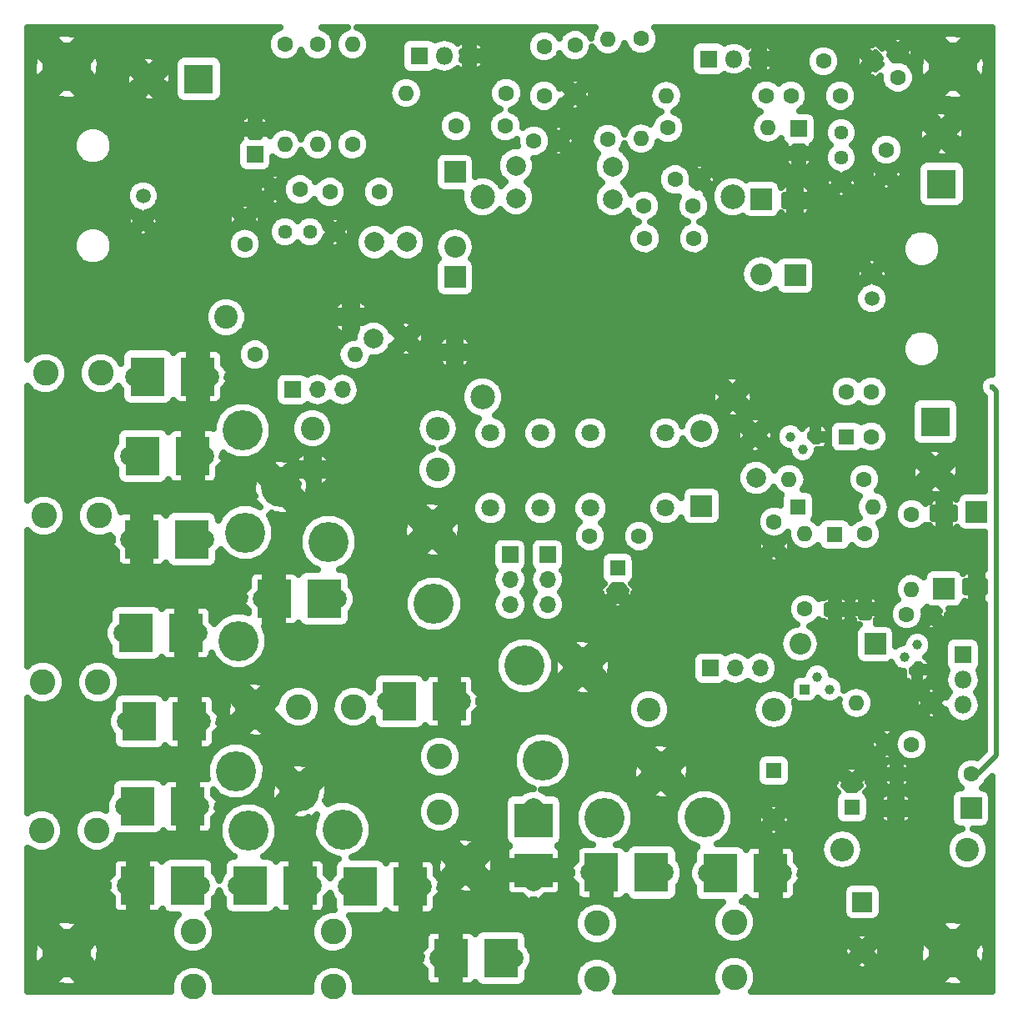
<source format=gbr>
G04 #@! TF.FileFunction,Copper,L1,Top,Signal*
%FSLAX46Y46*%
G04 Gerber Fmt 4.6, Leading zero omitted, Abs format (unit mm)*
G04 Created by KiCad (PCBNEW 4.0.7) date 02/15/19 18:40:02*
%MOMM*%
%LPD*%
G01*
G04 APERTURE LIST*
%ADD10C,0.100000*%
%ADD11C,1.600000*%
%ADD12R,1.600000X1.600000*%
%ADD13C,2.600000*%
%ADD14R,2.000000X2.000000*%
%ADD15C,2.000000*%
%ADD16O,1.600000X1.600000*%
%ADD17R,2.200000X2.200000*%
%ADD18O,2.200000X2.200000*%
%ADD19C,1.500000*%
%ADD20R,3.000000X3.000000*%
%ADD21C,3.000000*%
%ADD22R,1.700000X1.700000*%
%ADD23O,1.700000X1.700000*%
%ADD24C,1.000000*%
%ADD25R,1.000000X1.000000*%
%ADD26C,2.400000*%
%ADD27O,2.400000X2.400000*%
%ADD28C,1.800000*%
%ADD29C,1.440000*%
%ADD30C,5.000000*%
%ADD31R,1.800000X1.800000*%
%ADD32O,1.800000X1.800000*%
%ADD33C,4.064000*%
%ADD34R,3.500000X4.000000*%
%ADD35R,4.000000X3.500000*%
%ADD36C,2.500000*%
%ADD37C,0.600000*%
%ADD38C,0.500000*%
%ADD39C,0.635000*%
G04 APERTURE END LIST*
D10*
D11*
X96621600Y-47802800D03*
X96621600Y-42802800D03*
D12*
X124206000Y-82550000D03*
D11*
X126706000Y-82550000D03*
D13*
X42697400Y-90576400D03*
X48297400Y-90576400D03*
D11*
X116840000Y-91186000D03*
X116840000Y-93686000D03*
X124206000Y-77978000D03*
X126706000Y-77978000D03*
X63093600Y-60502800D03*
X63093600Y-63002800D03*
X129413000Y-43586400D03*
X129413000Y-46086400D03*
X68681600Y-57454800D03*
X66181600Y-57454800D03*
X128244600Y-53421280D03*
X128244600Y-55921280D03*
X93487240Y-42943780D03*
X93487240Y-47943780D03*
X123550680Y-47945040D03*
X118550680Y-47945040D03*
X126847600Y-44424600D03*
X121847600Y-44424600D03*
D12*
X100965000Y-95910400D03*
D11*
X100965000Y-98410400D03*
X92456000Y-52514500D03*
X94956000Y-52514500D03*
D12*
X116814600Y-116459000D03*
D11*
X116814600Y-121459000D03*
D14*
X125806200Y-129794000D03*
D15*
X125806200Y-134794000D03*
D11*
X106781600Y-56438800D03*
X109281600Y-56438800D03*
X103695500Y-62420500D03*
X108695500Y-62420500D03*
X103632000Y-59118500D03*
X108632000Y-59118500D03*
D12*
X124739400Y-120192800D03*
D11*
X124739400Y-117692800D03*
D12*
X123027440Y-92506800D03*
D16*
X123027440Y-100126800D03*
D12*
X119253000Y-89662000D03*
D16*
X126873000Y-89662000D03*
D17*
X127101600Y-103593900D03*
D18*
X119481600Y-103593900D03*
D17*
X109468920Y-89575640D03*
D18*
X109468920Y-81955640D03*
D17*
X137414000Y-90170000D03*
D18*
X137414000Y-97790000D03*
D17*
X136829800Y-120294400D03*
D18*
X129209800Y-120294400D03*
D19*
X52766000Y-58105040D03*
X52766000Y-60645040D03*
D20*
X58420000Y-46228000D03*
D21*
X53340000Y-46228000D03*
D19*
X126761200Y-68554600D03*
X126761200Y-66014600D03*
D20*
X133223000Y-81026000D03*
D21*
X133223000Y-86106000D03*
D20*
X133858000Y-56896000D03*
D21*
X133858000Y-51816000D03*
D22*
X67919600Y-77774800D03*
D23*
X70459600Y-77774800D03*
X72999600Y-77774800D03*
D22*
X64109600Y-53898800D03*
D23*
X64109600Y-51358800D03*
D22*
X119359680Y-51297840D03*
D23*
X119359680Y-53837840D03*
D22*
X110363000Y-106045000D03*
D23*
X112903000Y-106045000D03*
X115443000Y-106045000D03*
D11*
X64109600Y-74218800D03*
D16*
X74269600Y-74218800D03*
D11*
X70459600Y-42722800D03*
D16*
X70459600Y-52882800D03*
D11*
X103352600Y-42138600D03*
D16*
X103352600Y-52298600D03*
D24*
X119761000Y-83820000D03*
X118491000Y-82550000D03*
D25*
X121031000Y-82550000D03*
D24*
X121221500Y-106934000D03*
X122491500Y-108204000D03*
D25*
X119951500Y-108204000D03*
D24*
X130111500Y-104965500D03*
X131381500Y-103695500D03*
D25*
X131381500Y-106235500D03*
D11*
X119979440Y-100050600D03*
D16*
X119979440Y-92430600D03*
D11*
X126075440Y-92430600D03*
D16*
X126075440Y-100050600D03*
D26*
X82651600Y-85902800D03*
D27*
X69951600Y-85902800D03*
D26*
X69951600Y-81711800D03*
D27*
X82651600Y-81711800D03*
D26*
X61188600Y-70408800D03*
D27*
X73888600Y-70408800D03*
D11*
X67157600Y-42722800D03*
D16*
X67157600Y-52882800D03*
D11*
X106060240Y-51186080D03*
D16*
X116220240Y-51186080D03*
D11*
X132842000Y-109601000D03*
D16*
X125222000Y-109601000D03*
D26*
X136474200Y-124460000D03*
D27*
X123774200Y-124460000D03*
D26*
X104140000Y-110236000D03*
D27*
X116840000Y-110236000D03*
D11*
X130810000Y-90424000D03*
D16*
X130810000Y-98044000D03*
D11*
X136906000Y-116814600D03*
D16*
X129286000Y-116814600D03*
D28*
X98193880Y-89799320D03*
X88033880Y-89799320D03*
X93113880Y-89799320D03*
X93113880Y-82199320D03*
X98193880Y-82199320D03*
X88033880Y-82199320D03*
X105813880Y-89799320D03*
X105813880Y-82199320D03*
D29*
X67157600Y-61772800D03*
X69697600Y-61772800D03*
X72237600Y-61772800D03*
X123662440Y-51689000D03*
X123662440Y-54229000D03*
X123662440Y-56769000D03*
D30*
X45000000Y-135000000D03*
X135000000Y-135000000D03*
X135000000Y-45000000D03*
X45000000Y-45000000D03*
D31*
X80822800Y-43891200D03*
D32*
X83362800Y-43891200D03*
X85902800Y-43891200D03*
D31*
X110223300Y-44196000D03*
D32*
X112763300Y-44196000D03*
X115303300Y-44196000D03*
D31*
X136017000Y-104711500D03*
D32*
X136017000Y-107251500D03*
X136017000Y-109791500D03*
D11*
X71729600Y-57708800D03*
X76729600Y-57708800D03*
X84546440Y-51018440D03*
X89546440Y-51018440D03*
X98120200Y-92659200D03*
X103120200Y-92659200D03*
D22*
X93827600Y-94538800D03*
D23*
X93827600Y-97078800D03*
X93827600Y-99618800D03*
D22*
X90017600Y-94538800D03*
D23*
X90017600Y-97078800D03*
X90017600Y-99618800D03*
D33*
X62865000Y-81915000D03*
X63144400Y-92290900D03*
D13*
X48450500Y-76098400D03*
X42850500Y-76098400D03*
D33*
X82296000Y-99517200D03*
X91516200Y-105816400D03*
X62217300Y-116509800D03*
X73012300Y-122428000D03*
X62445900Y-103289100D03*
X63474600Y-122542300D03*
D13*
X48056800Y-122542300D03*
X42456800Y-122542300D03*
X72085200Y-132816600D03*
X72085200Y-138416600D03*
X42570400Y-107480100D03*
X48170400Y-107480100D03*
X57861200Y-138417300D03*
X57861200Y-132817300D03*
D33*
X109753400Y-121234200D03*
X93370400Y-115443000D03*
X99606100Y-121259600D03*
X71589900Y-93268800D03*
D13*
X112801400Y-131838700D03*
X112801400Y-137438700D03*
X82867500Y-120650000D03*
X82867500Y-115050000D03*
X98856800Y-137579100D03*
X98856800Y-131979100D03*
X74142600Y-109994700D03*
X68542600Y-109994700D03*
D33*
X85496400Y-126123700D03*
X105359200Y-116547900D03*
X68643500Y-118592600D03*
X66776600Y-87680800D03*
X64160400Y-110261400D03*
D17*
X134112000Y-97993200D03*
D18*
X134112000Y-90373200D03*
D15*
X72415400Y-99021900D03*
X64915400Y-99021900D03*
D34*
X71145400Y-99021900D03*
X66065400Y-99021900D03*
D15*
X90360500Y-135509000D03*
X82860500Y-135509000D03*
D34*
X89090500Y-135509000D03*
X84010500Y-135509000D03*
D15*
X77520800Y-109435900D03*
X85020800Y-109435900D03*
D34*
X78790800Y-109435900D03*
X83870800Y-109435900D03*
D15*
X105664000Y-126822200D03*
X98164000Y-126822200D03*
D34*
X104394000Y-126822200D03*
X99314000Y-126822200D03*
D15*
X92430600Y-120230900D03*
X92430600Y-127730900D03*
D35*
X92430600Y-121500900D03*
X92430600Y-126580900D03*
D15*
X110134400Y-126898400D03*
X117634400Y-126898400D03*
D34*
X111404400Y-126898400D03*
X116484400Y-126898400D03*
D15*
X58585100Y-128130300D03*
X51085100Y-128130300D03*
D34*
X57315100Y-128130300D03*
X52235100Y-128130300D03*
D15*
X50800000Y-102489000D03*
X58300000Y-102489000D03*
D34*
X52070000Y-102489000D03*
X57150000Y-102489000D03*
D15*
X62395100Y-128130300D03*
X69895100Y-128130300D03*
D34*
X63665100Y-128130300D03*
X68745100Y-128130300D03*
D15*
X51130200Y-111480600D03*
X58630200Y-111480600D03*
D34*
X52400200Y-111480600D03*
X57480200Y-111480600D03*
D15*
X73571100Y-128244600D03*
X81071100Y-128244600D03*
D34*
X74841100Y-128244600D03*
X79921100Y-128244600D03*
D15*
X50965100Y-120091200D03*
X58465100Y-120091200D03*
D34*
X52235100Y-120091200D03*
X57315100Y-120091200D03*
D15*
X58978800Y-92964000D03*
X51478800Y-92964000D03*
D34*
X57708800Y-92964000D03*
X52628800Y-92964000D03*
D15*
X51473100Y-84505800D03*
X58973100Y-84505800D03*
D34*
X52743100Y-84505800D03*
X57823100Y-84505800D03*
D15*
X51968400Y-76454000D03*
X59468400Y-76454000D03*
D34*
X53238400Y-76454000D03*
X58318400Y-76454000D03*
D11*
X130810000Y-113792000D03*
X128310000Y-113792000D03*
X130302000Y-100584000D03*
X132802000Y-100584000D03*
D17*
X84429600Y-55676800D03*
D18*
X84429600Y-63296800D03*
D17*
X115506500Y-58445400D03*
D18*
X115506500Y-66065400D03*
D17*
X84429600Y-66344800D03*
D18*
X84429600Y-73964800D03*
D17*
X118973600Y-66192400D03*
D18*
X118973600Y-58572400D03*
D15*
X115062000Y-86741000D03*
X114909600Y-82397600D03*
D11*
X125984000Y-86868000D03*
D16*
X118364000Y-86868000D03*
D11*
X89631520Y-47665640D03*
D16*
X79471520Y-47665640D03*
D11*
X116052600Y-47929800D03*
D16*
X105892600Y-47929800D03*
D11*
X74015600Y-52882800D03*
D16*
X74015600Y-42722800D03*
D11*
X99974400Y-52362100D03*
D16*
X99974400Y-42202100D03*
D15*
X79463600Y-72614800D03*
X79563600Y-62814800D03*
X76163600Y-72614800D03*
X76263600Y-62814800D03*
X100440500Y-55131000D03*
X90640500Y-55031000D03*
X100440500Y-58431000D03*
X90640500Y-58331000D03*
D33*
X82143600Y-91998800D03*
X97383600Y-105968800D03*
D36*
X112623600Y-58216800D03*
X87223600Y-58216800D03*
X112623600Y-78536800D03*
X87223600Y-78536800D03*
D37*
X138988800Y-77495400D03*
D38*
X136906000Y-116814600D02*
X137515600Y-116814600D01*
X137515600Y-116814600D02*
X139420600Y-114909600D01*
X139420600Y-77927200D02*
X138988800Y-77495400D01*
X139420600Y-114909600D02*
X139420600Y-77927200D01*
D39*
G36*
X66166185Y-41236236D02*
X65672769Y-41728792D01*
X65405404Y-42372677D01*
X65404796Y-43069865D01*
X65671036Y-43714215D01*
X66163592Y-44207631D01*
X66807477Y-44474996D01*
X67504665Y-44475604D01*
X68149015Y-44209364D01*
X68642431Y-43716808D01*
X68808679Y-43316440D01*
X68973036Y-43714215D01*
X69465592Y-44207631D01*
X70109477Y-44474996D01*
X70806665Y-44475604D01*
X71451015Y-44209364D01*
X71944431Y-43716808D01*
X72211796Y-43072923D01*
X72212404Y-42375735D01*
X71946164Y-41731385D01*
X71453608Y-41237969D01*
X70946743Y-41027500D01*
X73555427Y-41027500D01*
X73344947Y-41069367D01*
X72776395Y-41449261D01*
X72396501Y-42017813D01*
X72263100Y-42688466D01*
X72263100Y-42757134D01*
X72396501Y-43427787D01*
X72776395Y-43996339D01*
X73344947Y-44376233D01*
X74015600Y-44509634D01*
X74686253Y-44376233D01*
X75254805Y-43996339D01*
X75634699Y-43427787D01*
X75721541Y-42991200D01*
X78951640Y-42991200D01*
X78951640Y-44791200D01*
X79018057Y-45144175D01*
X79226665Y-45468362D01*
X79544964Y-45685846D01*
X79922800Y-45762360D01*
X81722800Y-45762360D01*
X82075775Y-45695943D01*
X82399962Y-45487335D01*
X82414063Y-45466697D01*
X82617586Y-45602687D01*
X83326507Y-45743700D01*
X83399093Y-45743700D01*
X84108014Y-45602687D01*
X84709008Y-45201115D01*
X84746130Y-45145558D01*
X85197749Y-45466114D01*
X85452800Y-45350644D01*
X85452800Y-44341200D01*
X86352800Y-44341200D01*
X86352800Y-45350644D01*
X86607851Y-45466114D01*
X87156876Y-45076419D01*
X87477684Y-44596246D01*
X87353745Y-44341200D01*
X86352800Y-44341200D01*
X85452800Y-44341200D01*
X85162083Y-44341200D01*
X85251593Y-43891200D01*
X85162083Y-43441200D01*
X85452800Y-43441200D01*
X85452800Y-42431756D01*
X86352800Y-42431756D01*
X86352800Y-43441200D01*
X87353745Y-43441200D01*
X87477684Y-43186154D01*
X87156876Y-42705981D01*
X86607851Y-42316286D01*
X86352800Y-42431756D01*
X85452800Y-42431756D01*
X85197749Y-42316286D01*
X84746130Y-42636842D01*
X84709008Y-42581285D01*
X84108014Y-42179713D01*
X83399093Y-42038700D01*
X83326507Y-42038700D01*
X82617586Y-42179713D01*
X82417758Y-42313234D01*
X82100636Y-42096554D01*
X81722800Y-42020040D01*
X79922800Y-42020040D01*
X79569825Y-42086457D01*
X79245638Y-42295065D01*
X79028154Y-42613364D01*
X78951640Y-42991200D01*
X75721541Y-42991200D01*
X75768100Y-42757134D01*
X75768100Y-42688466D01*
X75634699Y-42017813D01*
X75254805Y-41449261D01*
X74686253Y-41069367D01*
X74475773Y-41027500D01*
X98669086Y-41027500D01*
X98355301Y-41497113D01*
X98232792Y-42113008D01*
X98108164Y-41811385D01*
X97615608Y-41317969D01*
X96971723Y-41050604D01*
X96274535Y-41049996D01*
X95630185Y-41316236D01*
X95136769Y-41808792D01*
X95025350Y-42077117D01*
X94973804Y-41952365D01*
X94481248Y-41458949D01*
X93837363Y-41191584D01*
X93140175Y-41190976D01*
X92495825Y-41457216D01*
X92002409Y-41949772D01*
X91735044Y-42593657D01*
X91734436Y-43290845D01*
X92000676Y-43935195D01*
X92493232Y-44428611D01*
X93137117Y-44695976D01*
X93834305Y-44696584D01*
X94478655Y-44430344D01*
X94972071Y-43937788D01*
X95083490Y-43669463D01*
X95135036Y-43794215D01*
X95627592Y-44287631D01*
X96271477Y-44554996D01*
X96968665Y-44555604D01*
X97613015Y-44289364D01*
X98106431Y-43796808D01*
X98373796Y-43152923D01*
X98373986Y-42935051D01*
X98735195Y-43475639D01*
X99303747Y-43855533D01*
X99974400Y-43988934D01*
X100645053Y-43855533D01*
X101213605Y-43475639D01*
X101593499Y-42907087D01*
X101652131Y-42612325D01*
X101866036Y-43130015D01*
X102358592Y-43623431D01*
X103002477Y-43890796D01*
X103699665Y-43891404D01*
X104344015Y-43625164D01*
X104673753Y-43296000D01*
X108352140Y-43296000D01*
X108352140Y-45096000D01*
X108418557Y-45448975D01*
X108627165Y-45773162D01*
X108945464Y-45990646D01*
X109323300Y-46067160D01*
X111123300Y-46067160D01*
X111476275Y-46000743D01*
X111800462Y-45792135D01*
X111814563Y-45771497D01*
X112018086Y-45907487D01*
X112727007Y-46048500D01*
X112799593Y-46048500D01*
X113508514Y-45907487D01*
X114109508Y-45505915D01*
X114146630Y-45450358D01*
X114598249Y-45770914D01*
X114853300Y-45655444D01*
X114853300Y-44646000D01*
X115753300Y-44646000D01*
X115753300Y-45655444D01*
X116008351Y-45770914D01*
X116557376Y-45381219D01*
X116878184Y-44901046D01*
X116815312Y-44771665D01*
X120094796Y-44771665D01*
X120361036Y-45416015D01*
X120853592Y-45909431D01*
X121497477Y-46176796D01*
X122194665Y-46177404D01*
X122839015Y-45911164D01*
X123332431Y-45418608D01*
X123599796Y-44774723D01*
X123600089Y-44438086D01*
X125190310Y-44438086D01*
X125311302Y-45046358D01*
X125578524Y-45127991D01*
X126281915Y-44424600D01*
X125578524Y-43721209D01*
X125311302Y-43802842D01*
X125190310Y-44438086D01*
X123600089Y-44438086D01*
X123600404Y-44077535D01*
X123334164Y-43433185D01*
X123056987Y-43155524D01*
X126144209Y-43155524D01*
X126847600Y-43858915D01*
X127130443Y-43576072D01*
X127440730Y-43886359D01*
X127409323Y-43917767D01*
X127664721Y-44173165D01*
X127413285Y-44424600D01*
X127696128Y-44707443D01*
X127130443Y-45273128D01*
X126847600Y-44990285D01*
X126144209Y-45693676D01*
X126225842Y-45960898D01*
X126825872Y-46075183D01*
X127178967Y-46428277D01*
X127660621Y-45946623D01*
X127660196Y-46433465D01*
X127926436Y-47077815D01*
X128418992Y-47571231D01*
X129062877Y-47838596D01*
X129760065Y-47839204D01*
X130404415Y-47572964D01*
X130897831Y-47080408D01*
X131165196Y-46436523D01*
X131165804Y-45739335D01*
X131028897Y-45407993D01*
X131633986Y-45407993D01*
X131734076Y-45911182D01*
X132073236Y-46254456D01*
X133327692Y-45000000D01*
X136672308Y-45000000D01*
X137926764Y-46254456D01*
X138265924Y-45911182D01*
X138366014Y-44592007D01*
X138265924Y-44088818D01*
X137926764Y-43745544D01*
X136672308Y-45000000D01*
X133327692Y-45000000D01*
X132073236Y-43745544D01*
X131734076Y-44088818D01*
X131633986Y-45407993D01*
X131028897Y-45407993D01*
X130899564Y-45094985D01*
X130407008Y-44601569D01*
X129763123Y-44334204D01*
X129594972Y-44334057D01*
X129413000Y-44152085D01*
X129231345Y-44333740D01*
X129065935Y-44333596D01*
X129039675Y-44344446D01*
X128819870Y-44124641D01*
X128851277Y-44093233D01*
X128595880Y-43837836D01*
X128847315Y-43586400D01*
X129978685Y-43586400D01*
X130682076Y-44289791D01*
X130949298Y-44208158D01*
X131070290Y-43572914D01*
X130949298Y-42964642D01*
X130682076Y-42883009D01*
X129978685Y-43586400D01*
X128847315Y-43586400D01*
X128143924Y-42883009D01*
X127876702Y-42964642D01*
X127852061Y-43094017D01*
X127178967Y-42420923D01*
X126832198Y-42767691D01*
X126225842Y-42888302D01*
X126144209Y-43155524D01*
X123056987Y-43155524D01*
X122841608Y-42939769D01*
X122197723Y-42672404D01*
X121500535Y-42671796D01*
X120856185Y-42938036D01*
X120362769Y-43430592D01*
X120095404Y-44074477D01*
X120094796Y-44771665D01*
X116815312Y-44771665D01*
X116754245Y-44646000D01*
X115753300Y-44646000D01*
X114853300Y-44646000D01*
X114562583Y-44646000D01*
X114652093Y-44196000D01*
X114562583Y-43746000D01*
X114853300Y-43746000D01*
X114853300Y-42736556D01*
X115753300Y-42736556D01*
X115753300Y-43746000D01*
X116754245Y-43746000D01*
X116878184Y-43490954D01*
X116557376Y-43010781D01*
X116008351Y-42621086D01*
X115753300Y-42736556D01*
X114853300Y-42736556D01*
X114598249Y-42621086D01*
X114146630Y-42941642D01*
X114109508Y-42886085D01*
X113508514Y-42484513D01*
X112799593Y-42343500D01*
X112727007Y-42343500D01*
X112018086Y-42484513D01*
X111818258Y-42618034D01*
X111501136Y-42401354D01*
X111123300Y-42324840D01*
X109323300Y-42324840D01*
X108970325Y-42391257D01*
X108646138Y-42599865D01*
X108428654Y-42918164D01*
X108352140Y-43296000D01*
X104673753Y-43296000D01*
X104837431Y-43132608D01*
X105104796Y-42488723D01*
X105104945Y-42317324D01*
X128709609Y-42317324D01*
X129413000Y-43020715D01*
X130116391Y-42317324D01*
X130041826Y-42073236D01*
X133745544Y-42073236D01*
X135000000Y-43327692D01*
X136254456Y-42073236D01*
X135911182Y-41734076D01*
X134592007Y-41633986D01*
X134088818Y-41734076D01*
X133745544Y-42073236D01*
X130041826Y-42073236D01*
X130034758Y-42050102D01*
X129399514Y-41929110D01*
X128791242Y-42050102D01*
X128709609Y-42317324D01*
X105104945Y-42317324D01*
X105105404Y-41791535D01*
X104839164Y-41147185D01*
X104719688Y-41027500D01*
X138972500Y-41027500D01*
X138972500Y-76242885D01*
X138740755Y-76242683D01*
X138280243Y-76432963D01*
X137927601Y-76784989D01*
X137736518Y-77245169D01*
X137736083Y-77743445D01*
X137926363Y-78203957D01*
X138218100Y-78496205D01*
X138218100Y-88098840D01*
X136314000Y-88098840D01*
X135961025Y-88165257D01*
X135636838Y-88373865D01*
X135419354Y-88692164D01*
X135372590Y-88923091D01*
X134943894Y-88636679D01*
X134662000Y-88744430D01*
X134662000Y-89823200D01*
X135212000Y-89823200D01*
X135212000Y-90923200D01*
X134662000Y-90923200D01*
X134662000Y-92001970D01*
X134943894Y-92109721D01*
X135398012Y-91806325D01*
X135467538Y-91713546D01*
X135617865Y-91947162D01*
X135936164Y-92164646D01*
X136314000Y-92241160D01*
X138218100Y-92241160D01*
X138218100Y-96064103D01*
X137964000Y-96161230D01*
X137964000Y-97240000D01*
X138218100Y-97240000D01*
X138218100Y-98340000D01*
X137964000Y-98340000D01*
X137964000Y-99418770D01*
X138218100Y-99515897D01*
X138218100Y-114411508D01*
X137475931Y-115153677D01*
X137256123Y-115062404D01*
X136558935Y-115061796D01*
X135914585Y-115328036D01*
X135421169Y-115820592D01*
X135153804Y-116464477D01*
X135153196Y-117161665D01*
X135419436Y-117806015D01*
X135835934Y-118223240D01*
X135729800Y-118223240D01*
X135376825Y-118289657D01*
X135052638Y-118498265D01*
X134835154Y-118816564D01*
X134758640Y-119194400D01*
X134758640Y-121394400D01*
X134825057Y-121747375D01*
X135033665Y-122071562D01*
X135351964Y-122289046D01*
X135729800Y-122365560D01*
X135906501Y-122365560D01*
X135256500Y-122634135D01*
X134650463Y-123239115D01*
X134322074Y-124029963D01*
X134321327Y-124886280D01*
X134648335Y-125677700D01*
X135253315Y-126283737D01*
X136044163Y-126612126D01*
X136900480Y-126612873D01*
X137691900Y-126285865D01*
X138297937Y-125680885D01*
X138626326Y-124890037D01*
X138627073Y-124033720D01*
X138300065Y-123242300D01*
X137695085Y-122636263D01*
X137043160Y-122365560D01*
X137929800Y-122365560D01*
X138282775Y-122299143D01*
X138606962Y-122090535D01*
X138824446Y-121772236D01*
X138900960Y-121394400D01*
X138900960Y-119194400D01*
X138834543Y-118841425D01*
X138625935Y-118517238D01*
X138307636Y-118299754D01*
X137967772Y-118230930D01*
X138390831Y-117808608D01*
X138510586Y-117520206D01*
X138972500Y-117058292D01*
X138972500Y-138874500D01*
X114551391Y-138874500D01*
X114709863Y-138716305D01*
X115037709Y-137926764D01*
X133745544Y-137926764D01*
X134088818Y-138265924D01*
X135407993Y-138366014D01*
X135911182Y-138265924D01*
X136254456Y-137926764D01*
X135000000Y-136672308D01*
X133745544Y-137926764D01*
X115037709Y-137926764D01*
X115053508Y-137888716D01*
X115054290Y-136992616D01*
X114752839Y-136263048D01*
X125044259Y-136263048D01*
X125156898Y-136538337D01*
X125873852Y-136654034D01*
X126455502Y-136538337D01*
X126568141Y-136263048D01*
X125806200Y-135501107D01*
X125044259Y-136263048D01*
X114752839Y-136263048D01*
X114712090Y-136164428D01*
X114079005Y-135530237D01*
X113251416Y-135186592D01*
X112355316Y-135185810D01*
X111527128Y-135528010D01*
X110892937Y-136161095D01*
X110549292Y-136988684D01*
X110548510Y-137884784D01*
X110890710Y-138712972D01*
X111051956Y-138874500D01*
X100747437Y-138874500D01*
X100765263Y-138856705D01*
X101108908Y-138029116D01*
X101109690Y-137133016D01*
X100767490Y-136304828D01*
X100134405Y-135670637D01*
X99306816Y-135326992D01*
X98410716Y-135326210D01*
X97582528Y-135668410D01*
X96948337Y-136301495D01*
X96604692Y-137129084D01*
X96603910Y-138025184D01*
X96946110Y-138853372D01*
X96967201Y-138874500D01*
X74334034Y-138874500D01*
X74337308Y-138866616D01*
X74338090Y-137970516D01*
X73995890Y-137142328D01*
X73362805Y-136508137D01*
X72535216Y-136164492D01*
X71639116Y-136163710D01*
X70810928Y-136505910D01*
X70176737Y-137138995D01*
X69833092Y-137966584D01*
X69832310Y-138862684D01*
X69837192Y-138874500D01*
X60110325Y-138874500D01*
X60113308Y-138867316D01*
X60114090Y-137971216D01*
X59771890Y-137143028D01*
X59138805Y-136508837D01*
X58311216Y-136165192D01*
X57415116Y-136164410D01*
X56586928Y-136506610D01*
X55952737Y-137139695D01*
X55609092Y-137967284D01*
X55608310Y-138863384D01*
X55612903Y-138874500D01*
X41027500Y-138874500D01*
X41027500Y-137926764D01*
X43745544Y-137926764D01*
X44088818Y-138265924D01*
X45407993Y-138366014D01*
X45911182Y-138265924D01*
X46254456Y-137926764D01*
X45000000Y-136672308D01*
X43745544Y-137926764D01*
X41027500Y-137926764D01*
X41027500Y-135407993D01*
X41633986Y-135407993D01*
X41734076Y-135911182D01*
X42073236Y-136254456D01*
X43327692Y-135000000D01*
X46672308Y-135000000D01*
X47926764Y-136254456D01*
X48265924Y-135911182D01*
X48366014Y-134592007D01*
X48265924Y-134088818D01*
X47926764Y-133745544D01*
X46672308Y-135000000D01*
X43327692Y-135000000D01*
X42073236Y-133745544D01*
X41734076Y-134088818D01*
X41633986Y-135407993D01*
X41027500Y-135407993D01*
X41027500Y-132073236D01*
X43745544Y-132073236D01*
X45000000Y-133327692D01*
X46254456Y-132073236D01*
X45911182Y-131734076D01*
X44592007Y-131633986D01*
X44088818Y-131734076D01*
X43745544Y-132073236D01*
X41027500Y-132073236D01*
X41027500Y-127654742D01*
X48937231Y-127654742D01*
X49260550Y-127978061D01*
X49225066Y-128197952D01*
X49244987Y-128298103D01*
X48937231Y-128605858D01*
X49663824Y-129332451D01*
X49659600Y-129336675D01*
X49659600Y-130294502D01*
X49785275Y-130597908D01*
X50017492Y-130830125D01*
X50320898Y-130955800D01*
X51153725Y-130955800D01*
X51360100Y-130749425D01*
X51360100Y-129949090D01*
X51734402Y-129874637D01*
X51847041Y-129599348D01*
X51085100Y-128837407D01*
X51032600Y-128889907D01*
X51032600Y-128130300D01*
X51792207Y-128130300D01*
X52554148Y-128892241D01*
X52829437Y-128779602D01*
X52945134Y-128062648D01*
X52829437Y-127480998D01*
X52554148Y-127368359D01*
X51792207Y-128130300D01*
X51032600Y-128130300D01*
X51032600Y-127370693D01*
X51085100Y-127423193D01*
X51847041Y-126661252D01*
X51734402Y-126385963D01*
X51360100Y-126325561D01*
X51360100Y-125511175D01*
X53110100Y-125511175D01*
X53110100Y-127130300D01*
X53437600Y-127130300D01*
X53437600Y-129130300D01*
X53110100Y-129130300D01*
X53110100Y-130749425D01*
X53316475Y-130955800D01*
X54149302Y-130955800D01*
X54452708Y-130830125D01*
X54684925Y-130597908D01*
X54704191Y-130551395D01*
X54868965Y-130807462D01*
X55187264Y-131024946D01*
X55565100Y-131101460D01*
X56391738Y-131101460D01*
X55952737Y-131539695D01*
X55609092Y-132367284D01*
X55608310Y-133263384D01*
X55950510Y-134091572D01*
X56583595Y-134725763D01*
X57411184Y-135069408D01*
X58307284Y-135070190D01*
X59135472Y-134727990D01*
X59769663Y-134094905D01*
X60113308Y-133267316D01*
X60114090Y-132371216D01*
X59771890Y-131543028D01*
X59289030Y-131059325D01*
X59418075Y-131035043D01*
X59742262Y-130826435D01*
X59959746Y-130508136D01*
X60036260Y-130130300D01*
X60036260Y-129440517D01*
X60239384Y-129237747D01*
X60490350Y-128633354D01*
X60738886Y-129234858D01*
X60943940Y-129440270D01*
X60943940Y-130130300D01*
X61010357Y-130483275D01*
X61218965Y-130807462D01*
X61537264Y-131024946D01*
X61915100Y-131101460D01*
X65415100Y-131101460D01*
X65768075Y-131035043D01*
X66092262Y-130826435D01*
X66277586Y-130555204D01*
X66295275Y-130597908D01*
X66527492Y-130830125D01*
X66830898Y-130955800D01*
X67663725Y-130955800D01*
X67870100Y-130749425D01*
X67870100Y-129130300D01*
X67542600Y-129130300D01*
X67542600Y-128197952D01*
X68035066Y-128197952D01*
X68150763Y-128779602D01*
X68426052Y-128892241D01*
X69187993Y-128130300D01*
X68426052Y-127368359D01*
X68150763Y-127480998D01*
X68035066Y-128197952D01*
X67542600Y-128197952D01*
X67542600Y-127130300D01*
X67870100Y-127130300D01*
X67870100Y-125511175D01*
X67663725Y-125304800D01*
X66830898Y-125304800D01*
X66527492Y-125430475D01*
X66295275Y-125662692D01*
X66276009Y-125709205D01*
X66111235Y-125453138D01*
X65792936Y-125235654D01*
X65415100Y-125159140D01*
X64956705Y-125159140D01*
X65162975Y-125073911D01*
X66003261Y-124235091D01*
X66458581Y-123138558D01*
X66459617Y-121951251D01*
X66101816Y-121085305D01*
X67587636Y-121085305D01*
X67860461Y-121398883D01*
X68993985Y-121484924D01*
X69426539Y-121398883D01*
X69589811Y-121211222D01*
X69863089Y-121484500D01*
X70392221Y-120955368D01*
X70028319Y-121831742D01*
X70027283Y-123019049D01*
X70480689Y-124116375D01*
X71319509Y-124956661D01*
X72416042Y-125411981D01*
X72625756Y-125412164D01*
X72413938Y-125548465D01*
X72196454Y-125866764D01*
X72119940Y-126244600D01*
X72119940Y-126934383D01*
X71916816Y-127137153D01*
X71801967Y-127413740D01*
X71316376Y-126928149D01*
X71320600Y-126923925D01*
X71320600Y-125966098D01*
X71194925Y-125662692D01*
X70962708Y-125430475D01*
X70659302Y-125304800D01*
X69826475Y-125304800D01*
X69620100Y-125511175D01*
X69620100Y-126311510D01*
X69245798Y-126385963D01*
X69133159Y-126661252D01*
X69895100Y-127423193D01*
X69947600Y-127370693D01*
X69947600Y-128889907D01*
X69895100Y-128837407D01*
X69133159Y-129599348D01*
X69245798Y-129874637D01*
X69620100Y-129935039D01*
X69620100Y-130749425D01*
X69826475Y-130955800D01*
X70659302Y-130955800D01*
X70962708Y-130830125D01*
X71194925Y-130597908D01*
X71320600Y-130294502D01*
X71320600Y-129336675D01*
X71316376Y-129332451D01*
X71735008Y-128913819D01*
X71914886Y-129349158D01*
X72119940Y-129554570D01*
X72119940Y-130244600D01*
X72180074Y-130564182D01*
X71639116Y-130563710D01*
X70810928Y-130905910D01*
X70176737Y-131538995D01*
X69833092Y-132366584D01*
X69832310Y-133262684D01*
X70174510Y-134090872D01*
X70807595Y-134725063D01*
X71635184Y-135068708D01*
X72531284Y-135069490D01*
X72618526Y-135033442D01*
X80712631Y-135033442D01*
X81035950Y-135356761D01*
X81000466Y-135576652D01*
X81020387Y-135676803D01*
X80712631Y-135984558D01*
X81439224Y-136711151D01*
X81435000Y-136715375D01*
X81435000Y-137673202D01*
X81560675Y-137976608D01*
X81792892Y-138208825D01*
X82096298Y-138334500D01*
X82929125Y-138334500D01*
X83135500Y-138128125D01*
X83135500Y-137327790D01*
X83509802Y-137253337D01*
X83622441Y-136978048D01*
X82860500Y-136216107D01*
X82808000Y-136268607D01*
X82808000Y-135509000D01*
X83567607Y-135509000D01*
X84329548Y-136270941D01*
X84604837Y-136158302D01*
X84720534Y-135441348D01*
X84604837Y-134859698D01*
X84329548Y-134747059D01*
X83567607Y-135509000D01*
X82808000Y-135509000D01*
X82808000Y-134749393D01*
X82860500Y-134801893D01*
X83622441Y-134039952D01*
X83509802Y-133764663D01*
X83135500Y-133704261D01*
X83135500Y-132889875D01*
X84885500Y-132889875D01*
X84885500Y-134509000D01*
X85213000Y-134509000D01*
X85213000Y-136509000D01*
X84885500Y-136509000D01*
X84885500Y-138128125D01*
X85091875Y-138334500D01*
X85924702Y-138334500D01*
X86228108Y-138208825D01*
X86460325Y-137976608D01*
X86479591Y-137930095D01*
X86644365Y-138186162D01*
X86962664Y-138403646D01*
X87340500Y-138480160D01*
X90840500Y-138480160D01*
X91193475Y-138413743D01*
X91517662Y-138205135D01*
X91735146Y-137886836D01*
X91811660Y-137509000D01*
X91811660Y-136819217D01*
X92014784Y-136616447D01*
X92312661Y-135899080D01*
X92313338Y-135122328D01*
X92205630Y-134861652D01*
X123946166Y-134861652D01*
X124061863Y-135443302D01*
X124337152Y-135555941D01*
X125099093Y-134794000D01*
X126513307Y-134794000D01*
X127275248Y-135555941D01*
X127550537Y-135443302D01*
X127556234Y-135407993D01*
X131633986Y-135407993D01*
X131734076Y-135911182D01*
X132073236Y-136254456D01*
X133327692Y-135000000D01*
X136672308Y-135000000D01*
X137926764Y-136254456D01*
X138265924Y-135911182D01*
X138366014Y-134592007D01*
X138265924Y-134088818D01*
X137926764Y-133745544D01*
X136672308Y-135000000D01*
X133327692Y-135000000D01*
X132073236Y-133745544D01*
X131734076Y-134088818D01*
X131633986Y-135407993D01*
X127556234Y-135407993D01*
X127666234Y-134726348D01*
X127550537Y-134144698D01*
X127275248Y-134032059D01*
X126513307Y-134794000D01*
X125099093Y-134794000D01*
X124337152Y-134032059D01*
X124061863Y-134144698D01*
X123946166Y-134861652D01*
X92205630Y-134861652D01*
X92016714Y-134404442D01*
X91811660Y-134199030D01*
X91811660Y-133509000D01*
X91745243Y-133156025D01*
X91536635Y-132831838D01*
X91218336Y-132614354D01*
X90840500Y-132537840D01*
X87340500Y-132537840D01*
X86987525Y-132604257D01*
X86663338Y-132812865D01*
X86478014Y-133084096D01*
X86460325Y-133041392D01*
X86228108Y-132809175D01*
X85924702Y-132683500D01*
X85091875Y-132683500D01*
X84885500Y-132889875D01*
X83135500Y-132889875D01*
X82929125Y-132683500D01*
X82096298Y-132683500D01*
X81792892Y-132809175D01*
X81560675Y-133041392D01*
X81435000Y-133344798D01*
X81435000Y-134302625D01*
X81439224Y-134306849D01*
X80712631Y-135033442D01*
X72618526Y-135033442D01*
X73359472Y-134727290D01*
X73993663Y-134094205D01*
X74337308Y-133266616D01*
X74338042Y-132425184D01*
X96603910Y-132425184D01*
X96946110Y-133253372D01*
X97579195Y-133887563D01*
X98406784Y-134231208D01*
X99302884Y-134231990D01*
X100131072Y-133889790D01*
X100765263Y-133256705D01*
X101108908Y-132429116D01*
X101109690Y-131533016D01*
X100767490Y-130704828D01*
X100134405Y-130070637D01*
X99306816Y-129726992D01*
X98410716Y-129726210D01*
X97582528Y-130068410D01*
X96948337Y-130701495D01*
X96604692Y-131529084D01*
X96603910Y-132425184D01*
X74338042Y-132425184D01*
X74338090Y-132370516D01*
X73995890Y-131542328D01*
X73669892Y-131215760D01*
X76591100Y-131215760D01*
X76944075Y-131149343D01*
X77268262Y-130940735D01*
X77453586Y-130669504D01*
X77471275Y-130712208D01*
X77703492Y-130944425D01*
X78006898Y-131070100D01*
X78839725Y-131070100D01*
X79046100Y-130863725D01*
X79046100Y-129244600D01*
X78718600Y-129244600D01*
X78718600Y-128312252D01*
X79211066Y-128312252D01*
X79326763Y-128893902D01*
X79602052Y-129006541D01*
X80363993Y-128244600D01*
X79602052Y-127482659D01*
X79326763Y-127595298D01*
X79211066Y-128312252D01*
X78718600Y-128312252D01*
X78718600Y-127244600D01*
X79046100Y-127244600D01*
X79046100Y-126775552D01*
X80309159Y-126775552D01*
X81071100Y-127537493D01*
X81123600Y-127484993D01*
X81123600Y-129004207D01*
X81071100Y-128951707D01*
X80309159Y-129713648D01*
X80421798Y-129988937D01*
X80796100Y-130049339D01*
X80796100Y-130863725D01*
X81002475Y-131070100D01*
X81835302Y-131070100D01*
X82138708Y-130944425D01*
X82370925Y-130712208D01*
X82496600Y-130408802D01*
X82496600Y-129450975D01*
X82492376Y-129446751D01*
X83218969Y-128720158D01*
X83115216Y-128616405D01*
X84440536Y-128616405D01*
X84713361Y-128929983D01*
X85846885Y-129016024D01*
X86279439Y-128929983D01*
X86552264Y-128616405D01*
X85598134Y-127662275D01*
X89605100Y-127662275D01*
X89605100Y-128495102D01*
X89730775Y-128798508D01*
X89962992Y-129030725D01*
X90266398Y-129156400D01*
X91224225Y-129156400D01*
X91228449Y-129152176D01*
X91955042Y-129878769D01*
X92278361Y-129555450D01*
X92498252Y-129590934D01*
X92598403Y-129571013D01*
X92906158Y-129878769D01*
X93632751Y-129152176D01*
X93636975Y-129156400D01*
X94594802Y-129156400D01*
X94898208Y-129030725D01*
X95130425Y-128798508D01*
X95256100Y-128495102D01*
X95256100Y-127662275D01*
X95049725Y-127455900D01*
X94249390Y-127455900D01*
X94174937Y-127081598D01*
X93899648Y-126968959D01*
X93137707Y-127730900D01*
X93190207Y-127783400D01*
X91670993Y-127783400D01*
X91723493Y-127730900D01*
X90961552Y-126968959D01*
X90686263Y-127081598D01*
X90625861Y-127455900D01*
X89811475Y-127455900D01*
X89605100Y-127662275D01*
X85598134Y-127662275D01*
X85496400Y-127560541D01*
X84440536Y-128616405D01*
X83115216Y-128616405D01*
X82895650Y-128396839D01*
X82931134Y-128176948D01*
X82911213Y-128076797D01*
X83218969Y-127769042D01*
X82492376Y-127042449D01*
X82496600Y-127038225D01*
X82496600Y-126474185D01*
X82604076Y-126474185D01*
X82690117Y-126906739D01*
X83003695Y-127179564D01*
X84059559Y-126123700D01*
X86933241Y-126123700D01*
X87989105Y-127179564D01*
X88302683Y-126906739D01*
X88351633Y-126261852D01*
X91668659Y-126261852D01*
X92430600Y-127023793D01*
X93107751Y-126346642D01*
X96016131Y-126346642D01*
X96339450Y-126669961D01*
X96303966Y-126889852D01*
X96323887Y-126990003D01*
X96016131Y-127297758D01*
X96742724Y-128024351D01*
X96738500Y-128028575D01*
X96738500Y-128986402D01*
X96864175Y-129289808D01*
X97096392Y-129522025D01*
X97399798Y-129647700D01*
X98232625Y-129647700D01*
X98439000Y-129441325D01*
X98439000Y-128640990D01*
X98813302Y-128566537D01*
X98925941Y-128291248D01*
X98164000Y-127529307D01*
X98111500Y-127581807D01*
X98111500Y-126822200D01*
X98871107Y-126822200D01*
X99633048Y-127584141D01*
X99908337Y-127471502D01*
X100024034Y-126754548D01*
X99908337Y-126172898D01*
X99633048Y-126060259D01*
X98871107Y-126822200D01*
X98111500Y-126822200D01*
X98111500Y-126062593D01*
X98164000Y-126115093D01*
X98659393Y-125619700D01*
X100189000Y-125619700D01*
X100189000Y-125822200D01*
X100516500Y-125822200D01*
X100516500Y-127822200D01*
X100189000Y-127822200D01*
X100189000Y-129441325D01*
X100395375Y-129647700D01*
X101228202Y-129647700D01*
X101531608Y-129522025D01*
X101763825Y-129289808D01*
X101783091Y-129243295D01*
X101947865Y-129499362D01*
X102266164Y-129716846D01*
X102644000Y-129793360D01*
X106144000Y-129793360D01*
X106496975Y-129726943D01*
X106821162Y-129518335D01*
X107038646Y-129200036D01*
X107115160Y-128822200D01*
X107115160Y-128132417D01*
X107318284Y-127929647D01*
X107616161Y-127212280D01*
X107616838Y-126435528D01*
X107320214Y-125717642D01*
X107115160Y-125512230D01*
X107115160Y-124822200D01*
X107048743Y-124469225D01*
X106840135Y-124145038D01*
X106521836Y-123927554D01*
X106144000Y-123851040D01*
X102644000Y-123851040D01*
X102291025Y-123917457D01*
X101966838Y-124126065D01*
X101781514Y-124397296D01*
X101763825Y-124354592D01*
X101531608Y-124122375D01*
X101228202Y-123996700D01*
X100797154Y-123996700D01*
X101294475Y-123791211D01*
X102134761Y-122952391D01*
X102590081Y-121855858D01*
X102590107Y-121825249D01*
X106768383Y-121825249D01*
X107221789Y-122922575D01*
X108060609Y-123762861D01*
X109032764Y-124166535D01*
X108977238Y-124202265D01*
X108759754Y-124520564D01*
X108683240Y-124898400D01*
X108683240Y-125588183D01*
X108480116Y-125790953D01*
X108182239Y-126508320D01*
X108181562Y-127285072D01*
X108478186Y-128002958D01*
X108683240Y-128208370D01*
X108683240Y-128898400D01*
X108749657Y-129251375D01*
X108958265Y-129575562D01*
X109276564Y-129793046D01*
X109654400Y-129869560D01*
X111668588Y-129869560D01*
X111527128Y-129928010D01*
X110892937Y-130561095D01*
X110549292Y-131388684D01*
X110548510Y-132284784D01*
X110890710Y-133112972D01*
X111523795Y-133747163D01*
X112351384Y-134090808D01*
X113247484Y-134091590D01*
X114075672Y-133749390D01*
X114500851Y-133324952D01*
X125044259Y-133324952D01*
X125806200Y-134086893D01*
X126568141Y-133324952D01*
X126455502Y-133049663D01*
X125738548Y-132933966D01*
X125156898Y-133049663D01*
X125044259Y-133324952D01*
X114500851Y-133324952D01*
X114709863Y-133116305D01*
X115053508Y-132288716D01*
X115053696Y-132073236D01*
X133745544Y-132073236D01*
X135000000Y-133327692D01*
X136254456Y-132073236D01*
X135911182Y-131734076D01*
X134592007Y-131633986D01*
X134088818Y-131734076D01*
X133745544Y-132073236D01*
X115053696Y-132073236D01*
X115054290Y-131392616D01*
X114712090Y-130564428D01*
X114079005Y-129930237D01*
X113611527Y-129736123D01*
X113831562Y-129594535D01*
X114016886Y-129323304D01*
X114034575Y-129366008D01*
X114266792Y-129598225D01*
X114570198Y-129723900D01*
X115403025Y-129723900D01*
X115609400Y-129517525D01*
X115609400Y-127898400D01*
X115281900Y-127898400D01*
X115281900Y-126966052D01*
X115774366Y-126966052D01*
X115890063Y-127547702D01*
X116165352Y-127660341D01*
X116927293Y-126898400D01*
X116165352Y-126136459D01*
X115890063Y-126249098D01*
X115774366Y-126966052D01*
X115281900Y-126966052D01*
X115281900Y-125898400D01*
X115609400Y-125898400D01*
X115609400Y-125429352D01*
X116872459Y-125429352D01*
X117634400Y-126191293D01*
X117686900Y-126138793D01*
X117686900Y-127658007D01*
X117634400Y-127605507D01*
X116872459Y-128367448D01*
X116985098Y-128642737D01*
X117359400Y-128703139D01*
X117359400Y-129517525D01*
X117565775Y-129723900D01*
X118398602Y-129723900D01*
X118702008Y-129598225D01*
X118934225Y-129366008D01*
X119059900Y-129062602D01*
X119059900Y-128794000D01*
X123835040Y-128794000D01*
X123835040Y-130794000D01*
X123901457Y-131146975D01*
X124110065Y-131471162D01*
X124428364Y-131688646D01*
X124806200Y-131765160D01*
X126806200Y-131765160D01*
X127159175Y-131698743D01*
X127483362Y-131490135D01*
X127700846Y-131171836D01*
X127777360Y-130794000D01*
X127777360Y-128794000D01*
X127710943Y-128441025D01*
X127502335Y-128116838D01*
X127184036Y-127899354D01*
X126806200Y-127822840D01*
X124806200Y-127822840D01*
X124453225Y-127889257D01*
X124129038Y-128097865D01*
X123911554Y-128416164D01*
X123835040Y-128794000D01*
X119059900Y-128794000D01*
X119059900Y-128104775D01*
X119055676Y-128100551D01*
X119782269Y-127373958D01*
X119458950Y-127050639D01*
X119494434Y-126830748D01*
X119474513Y-126730597D01*
X119782269Y-126422842D01*
X119055676Y-125696249D01*
X119059900Y-125692025D01*
X119059900Y-124734198D01*
X118946324Y-124460000D01*
X121579530Y-124460000D01*
X121743379Y-125283726D01*
X122209983Y-125982047D01*
X122908304Y-126448651D01*
X123732030Y-126612500D01*
X123816370Y-126612500D01*
X124640096Y-126448651D01*
X125338417Y-125982047D01*
X125805021Y-125283726D01*
X125968870Y-124460000D01*
X125805021Y-123636274D01*
X125338417Y-122937953D01*
X124640096Y-122471349D01*
X123816370Y-122307500D01*
X123732030Y-122307500D01*
X122908304Y-122471349D01*
X122209983Y-122937953D01*
X121743379Y-123636274D01*
X121579530Y-124460000D01*
X118946324Y-124460000D01*
X118934225Y-124430792D01*
X118702008Y-124198575D01*
X118398602Y-124072900D01*
X117565775Y-124072900D01*
X117359400Y-124279275D01*
X117359400Y-125079610D01*
X116985098Y-125154063D01*
X116872459Y-125429352D01*
X115609400Y-125429352D01*
X115609400Y-124279275D01*
X115403025Y-124072900D01*
X114570198Y-124072900D01*
X114266792Y-124198575D01*
X114034575Y-124430792D01*
X114015309Y-124477305D01*
X113850535Y-124221238D01*
X113532236Y-124003754D01*
X113154400Y-123927240D01*
X111051087Y-123927240D01*
X111441775Y-123765811D01*
X112282061Y-122926991D01*
X112364657Y-122728076D01*
X116111209Y-122728076D01*
X116192842Y-122995298D01*
X116828086Y-123116290D01*
X117436358Y-122995298D01*
X117517991Y-122728076D01*
X116814600Y-122024685D01*
X116111209Y-122728076D01*
X112364657Y-122728076D01*
X112737381Y-121830458D01*
X112737693Y-121472486D01*
X115157310Y-121472486D01*
X115278302Y-122080758D01*
X115545524Y-122162391D01*
X116248915Y-121459000D01*
X117380285Y-121459000D01*
X118083676Y-122162391D01*
X118350898Y-122080758D01*
X118471890Y-121445514D01*
X118350898Y-120837242D01*
X118083676Y-120755609D01*
X117380285Y-121459000D01*
X116248915Y-121459000D01*
X115545524Y-120755609D01*
X115278302Y-120837242D01*
X115157310Y-121472486D01*
X112737693Y-121472486D01*
X112738417Y-120643151D01*
X112551148Y-120189924D01*
X116111209Y-120189924D01*
X116814600Y-120893315D01*
X117517991Y-120189924D01*
X117436358Y-119922702D01*
X116801114Y-119801710D01*
X116192842Y-119922702D01*
X116111209Y-120189924D01*
X112551148Y-120189924D01*
X112285011Y-119545825D01*
X111446191Y-118705539D01*
X110349658Y-118250219D01*
X109162351Y-118249183D01*
X108065025Y-118702589D01*
X107224739Y-119541409D01*
X106769419Y-120637942D01*
X106768383Y-121825249D01*
X102590107Y-121825249D01*
X102591117Y-120668551D01*
X102137711Y-119571225D01*
X101608017Y-119040605D01*
X104303336Y-119040605D01*
X104576161Y-119354183D01*
X105709685Y-119440224D01*
X106142239Y-119354183D01*
X106415064Y-119040605D01*
X105359200Y-117984741D01*
X104303336Y-119040605D01*
X101608017Y-119040605D01*
X101298891Y-118730939D01*
X100202358Y-118275619D01*
X99015051Y-118274583D01*
X97917725Y-118727989D01*
X97077439Y-119566809D01*
X96622119Y-120663342D01*
X96621083Y-121850649D01*
X97074489Y-122947975D01*
X97913309Y-123788261D01*
X98415286Y-123996700D01*
X97399798Y-123996700D01*
X97096392Y-124122375D01*
X96864175Y-124354592D01*
X96738500Y-124657998D01*
X96738500Y-125615825D01*
X96742724Y-125620049D01*
X96016131Y-126346642D01*
X93107751Y-126346642D01*
X93192541Y-126261852D01*
X93079902Y-125986563D01*
X92362948Y-125870866D01*
X91781298Y-125986563D01*
X91668659Y-126261852D01*
X88351633Y-126261852D01*
X88388724Y-125773215D01*
X88302683Y-125340661D01*
X87989105Y-125067836D01*
X86933241Y-126123700D01*
X84059559Y-126123700D01*
X83003695Y-125067836D01*
X82690117Y-125340661D01*
X82604076Y-126474185D01*
X82496600Y-126474185D01*
X82496600Y-126080398D01*
X82370925Y-125776992D01*
X82138708Y-125544775D01*
X81835302Y-125419100D01*
X81002475Y-125419100D01*
X80796100Y-125625475D01*
X80796100Y-126425810D01*
X80421798Y-126500263D01*
X80309159Y-126775552D01*
X79046100Y-126775552D01*
X79046100Y-125625475D01*
X78839725Y-125419100D01*
X78006898Y-125419100D01*
X77703492Y-125544775D01*
X77471275Y-125776992D01*
X77452009Y-125823505D01*
X77287235Y-125567438D01*
X76968936Y-125349954D01*
X76591100Y-125273440D01*
X73941151Y-125273440D01*
X74700675Y-124959611D01*
X75540961Y-124120791D01*
X75744341Y-123630995D01*
X84440536Y-123630995D01*
X85496400Y-124686859D01*
X86552264Y-123630995D01*
X86279439Y-123317417D01*
X85145915Y-123231376D01*
X84713361Y-123317417D01*
X84440536Y-123630995D01*
X75744341Y-123630995D01*
X75996281Y-123024258D01*
X75997317Y-121836951D01*
X75691197Y-121096084D01*
X80614610Y-121096084D01*
X80956810Y-121924272D01*
X81589895Y-122558463D01*
X82417484Y-122902108D01*
X83313584Y-122902890D01*
X84141772Y-122560690D01*
X84775963Y-121927605D01*
X85119608Y-121100016D01*
X85120390Y-120203916D01*
X84933208Y-119750900D01*
X89459440Y-119750900D01*
X89459440Y-123250900D01*
X89525857Y-123603875D01*
X89734465Y-123928062D01*
X90005696Y-124113386D01*
X89962992Y-124131075D01*
X89730775Y-124363292D01*
X89605100Y-124666698D01*
X89605100Y-125499525D01*
X89811475Y-125705900D01*
X91430600Y-125705900D01*
X91430600Y-125378400D01*
X93430600Y-125378400D01*
X93430600Y-125705900D01*
X95049725Y-125705900D01*
X95256100Y-125499525D01*
X95256100Y-124666698D01*
X95130425Y-124363292D01*
X94898208Y-124131075D01*
X94851695Y-124111809D01*
X95107762Y-123947035D01*
X95325246Y-123628736D01*
X95401760Y-123250900D01*
X95401760Y-119750900D01*
X95335343Y-119397925D01*
X95126735Y-119073738D01*
X94808436Y-118856254D01*
X94430600Y-118779740D01*
X93740817Y-118779740D01*
X93538047Y-118576616D01*
X93178536Y-118427334D01*
X93961449Y-118428017D01*
X95058775Y-117974611D01*
X95899061Y-117135791D01*
X95997640Y-116898385D01*
X102466876Y-116898385D01*
X102552917Y-117330939D01*
X102866495Y-117603764D01*
X103922359Y-116547900D01*
X106796041Y-116547900D01*
X107851905Y-117603764D01*
X108165483Y-117330939D01*
X108251524Y-116197415D01*
X108165483Y-115764861D01*
X108043810Y-115659000D01*
X115043440Y-115659000D01*
X115043440Y-117259000D01*
X115109857Y-117611975D01*
X115318465Y-117936162D01*
X115636764Y-118153646D01*
X116014600Y-118230160D01*
X117614600Y-118230160D01*
X117967575Y-118163743D01*
X118184482Y-118024167D01*
X122735723Y-118024167D01*
X123351064Y-118639508D01*
X123262238Y-118696665D01*
X123044754Y-119014964D01*
X122968240Y-119392800D01*
X122968240Y-120992800D01*
X123034657Y-121345775D01*
X123243265Y-121669962D01*
X123561564Y-121887446D01*
X123939400Y-121963960D01*
X125539400Y-121963960D01*
X125892375Y-121897543D01*
X126216562Y-121688935D01*
X126434046Y-121370636D01*
X126483526Y-121126294D01*
X127473279Y-121126294D01*
X127776675Y-121580412D01*
X128377901Y-122030953D01*
X128659800Y-121933336D01*
X128659800Y-120844400D01*
X129759800Y-120844400D01*
X129759800Y-121933336D01*
X130041699Y-122030953D01*
X130642925Y-121580412D01*
X130946321Y-121126294D01*
X130838570Y-120844400D01*
X129759800Y-120844400D01*
X128659800Y-120844400D01*
X127581030Y-120844400D01*
X127473279Y-121126294D01*
X126483526Y-121126294D01*
X126510560Y-120992800D01*
X126510560Y-119462506D01*
X127473279Y-119462506D01*
X127581030Y-119744400D01*
X128659800Y-119744400D01*
X128659800Y-118655464D01*
X129759800Y-118655464D01*
X129759800Y-119744400D01*
X130838570Y-119744400D01*
X130946321Y-119462506D01*
X130642925Y-119008388D01*
X130041699Y-118557847D01*
X129759800Y-118655464D01*
X128659800Y-118655464D01*
X128377901Y-118557847D01*
X127776675Y-119008388D01*
X127473279Y-119462506D01*
X126510560Y-119462506D01*
X126510560Y-119392800D01*
X126444143Y-119039825D01*
X126235535Y-118715638D01*
X126126266Y-118640978D01*
X126743077Y-118024167D01*
X126396309Y-117677398D01*
X126352299Y-117456140D01*
X127792455Y-117456140D01*
X128121724Y-117948973D01*
X128644455Y-118308173D01*
X128886000Y-118183769D01*
X128886000Y-117214600D01*
X129686000Y-117214600D01*
X129686000Y-118183769D01*
X129927545Y-118308173D01*
X130450276Y-117948973D01*
X130779545Y-117456140D01*
X130647586Y-117214600D01*
X129686000Y-117214600D01*
X128886000Y-117214600D01*
X127924414Y-117214600D01*
X127792455Y-117456140D01*
X126352299Y-117456140D01*
X126275698Y-117071042D01*
X126008476Y-116989409D01*
X125305085Y-117692800D01*
X125587928Y-117975643D01*
X125141931Y-118421640D01*
X124902555Y-118421640D01*
X124739400Y-118258485D01*
X124576245Y-118421640D01*
X124336869Y-118421640D01*
X123890872Y-117975643D01*
X124173715Y-117692800D01*
X123470324Y-116989409D01*
X123203102Y-117071042D01*
X123088817Y-117671072D01*
X122735723Y-118024167D01*
X118184482Y-118024167D01*
X118291762Y-117955135D01*
X118509246Y-117636836D01*
X118585760Y-117259000D01*
X118585760Y-116423724D01*
X124036009Y-116423724D01*
X124739400Y-117127115D01*
X125442791Y-116423724D01*
X125361158Y-116156502D01*
X124725914Y-116035510D01*
X124117642Y-116156502D01*
X124036009Y-116423724D01*
X118585760Y-116423724D01*
X118585760Y-115659000D01*
X118519343Y-115306025D01*
X118361724Y-115061076D01*
X127606609Y-115061076D01*
X127688242Y-115328298D01*
X128323486Y-115449290D01*
X128512517Y-115411690D01*
X128121724Y-115680227D01*
X127792455Y-116173060D01*
X127924414Y-116414600D01*
X128886000Y-116414600D01*
X128886000Y-115445431D01*
X128734684Y-115367498D01*
X128931758Y-115328298D01*
X129013391Y-115061076D01*
X128310000Y-114357685D01*
X127606609Y-115061076D01*
X118361724Y-115061076D01*
X118310735Y-114981838D01*
X117992436Y-114764354D01*
X117614600Y-114687840D01*
X116014600Y-114687840D01*
X115661625Y-114754257D01*
X115337438Y-114962865D01*
X115119954Y-115281164D01*
X115043440Y-115659000D01*
X108043810Y-115659000D01*
X107851905Y-115492036D01*
X106796041Y-116547900D01*
X103922359Y-116547900D01*
X102866495Y-115492036D01*
X102552917Y-115764861D01*
X102466876Y-116898385D01*
X95997640Y-116898385D01*
X96354381Y-116039258D01*
X96355417Y-114851951D01*
X96026205Y-114055195D01*
X104303336Y-114055195D01*
X105359200Y-115111059D01*
X106415064Y-114055195D01*
X106197808Y-113805486D01*
X126652710Y-113805486D01*
X126773702Y-114413758D01*
X127040924Y-114495391D01*
X127744315Y-113792000D01*
X128875685Y-113792000D01*
X129057340Y-113973655D01*
X129057196Y-114139065D01*
X129323436Y-114783415D01*
X129815992Y-115276831D01*
X129925261Y-115322203D01*
X129686000Y-115445431D01*
X129686000Y-116414600D01*
X130647586Y-116414600D01*
X130779545Y-116173060D01*
X130450276Y-115680227D01*
X129935360Y-115326397D01*
X130459877Y-115544196D01*
X131157065Y-115544804D01*
X131801415Y-115278564D01*
X132294831Y-114786008D01*
X132562196Y-114142123D01*
X132562804Y-113444935D01*
X132296564Y-112800585D01*
X131804008Y-112307169D01*
X131160123Y-112039804D01*
X130462935Y-112039196D01*
X129818585Y-112305436D01*
X129325169Y-112797992D01*
X129057804Y-113441877D01*
X129057657Y-113610028D01*
X128875685Y-113792000D01*
X127744315Y-113792000D01*
X127040924Y-113088609D01*
X126773702Y-113170242D01*
X126652710Y-113805486D01*
X106197808Y-113805486D01*
X106142239Y-113741617D01*
X105008715Y-113655576D01*
X104576161Y-113741617D01*
X104303336Y-114055195D01*
X96026205Y-114055195D01*
X95902011Y-113754625D01*
X95063191Y-112914339D01*
X94120559Y-112522924D01*
X127606609Y-112522924D01*
X128310000Y-113226315D01*
X129013391Y-112522924D01*
X128931758Y-112255702D01*
X128296514Y-112134710D01*
X127688242Y-112255702D01*
X127606609Y-112522924D01*
X94120559Y-112522924D01*
X93966658Y-112459019D01*
X92779351Y-112457983D01*
X91682025Y-112911389D01*
X90841739Y-113750209D01*
X90386419Y-114846742D01*
X90385383Y-116034049D01*
X90838789Y-117131375D01*
X91677609Y-117971661D01*
X92416287Y-118278387D01*
X92043928Y-118278062D01*
X91326042Y-118574686D01*
X91120630Y-118779740D01*
X90430600Y-118779740D01*
X90077625Y-118846157D01*
X89753438Y-119054765D01*
X89535954Y-119373064D01*
X89459440Y-119750900D01*
X84933208Y-119750900D01*
X84778190Y-119375728D01*
X84145105Y-118741537D01*
X83317516Y-118397892D01*
X82421416Y-118397110D01*
X81593228Y-118739310D01*
X80959037Y-119372395D01*
X80615392Y-120199984D01*
X80614610Y-121096084D01*
X75691197Y-121096084D01*
X75543911Y-120739625D01*
X74705091Y-119899339D01*
X73608558Y-119444019D01*
X72421251Y-119442983D01*
X71533150Y-119809939D01*
X71262122Y-119538911D01*
X71449783Y-119375639D01*
X71535824Y-118242115D01*
X71449783Y-117809561D01*
X71136205Y-117536736D01*
X70080341Y-118592600D01*
X70212217Y-118724476D01*
X68775376Y-120161317D01*
X68643500Y-120029441D01*
X67587636Y-121085305D01*
X66101816Y-121085305D01*
X66006211Y-120853925D01*
X65167391Y-120013639D01*
X64070858Y-119558319D01*
X62883551Y-119557283D01*
X61786225Y-120010689D01*
X60945939Y-120849509D01*
X60490619Y-121946042D01*
X60489583Y-123133349D01*
X60942989Y-124230675D01*
X61781809Y-125070961D01*
X61994168Y-125159140D01*
X61915100Y-125159140D01*
X61562125Y-125225557D01*
X61237938Y-125434165D01*
X61020454Y-125752464D01*
X60943940Y-126130300D01*
X60943940Y-126820083D01*
X60740816Y-127022853D01*
X60489850Y-127627246D01*
X60241314Y-127025742D01*
X60036260Y-126820330D01*
X60036260Y-126130300D01*
X59969843Y-125777325D01*
X59761235Y-125453138D01*
X59442936Y-125235654D01*
X59065100Y-125159140D01*
X55565100Y-125159140D01*
X55212125Y-125225557D01*
X54887938Y-125434165D01*
X54702614Y-125705396D01*
X54684925Y-125662692D01*
X54452708Y-125430475D01*
X54149302Y-125304800D01*
X53316475Y-125304800D01*
X53110100Y-125511175D01*
X51360100Y-125511175D01*
X51153725Y-125304800D01*
X50320898Y-125304800D01*
X50017492Y-125430475D01*
X49785275Y-125662692D01*
X49659600Y-125966098D01*
X49659600Y-126923925D01*
X49663824Y-126928149D01*
X48937231Y-127654742D01*
X41027500Y-127654742D01*
X41027500Y-124298803D01*
X41179195Y-124450763D01*
X42006784Y-124794408D01*
X42902884Y-124795190D01*
X43731072Y-124452990D01*
X44365263Y-123819905D01*
X44708908Y-122992316D01*
X44708911Y-122988384D01*
X45803910Y-122988384D01*
X46146110Y-123816572D01*
X46779195Y-124450763D01*
X47606784Y-124794408D01*
X48502884Y-124795190D01*
X49331072Y-124452990D01*
X49965263Y-123819905D01*
X50295746Y-123024015D01*
X50485100Y-123062360D01*
X53985100Y-123062360D01*
X54338075Y-122995943D01*
X54662262Y-122787335D01*
X54847586Y-122516104D01*
X54865275Y-122558808D01*
X55097492Y-122791025D01*
X55400898Y-122916700D01*
X56233725Y-122916700D01*
X56440100Y-122710325D01*
X56440100Y-121091200D01*
X56112600Y-121091200D01*
X56112600Y-120158852D01*
X56605066Y-120158852D01*
X56720763Y-120740502D01*
X56996052Y-120853141D01*
X57757993Y-120091200D01*
X56996052Y-119329259D01*
X56720763Y-119441898D01*
X56605066Y-120158852D01*
X56112600Y-120158852D01*
X56112600Y-119091200D01*
X56440100Y-119091200D01*
X56440100Y-118622152D01*
X57703159Y-118622152D01*
X58465100Y-119384093D01*
X58517600Y-119331593D01*
X58517600Y-120850807D01*
X58465100Y-120798307D01*
X57703159Y-121560248D01*
X57815798Y-121835537D01*
X58190100Y-121895939D01*
X58190100Y-122710325D01*
X58396475Y-122916700D01*
X59229302Y-122916700D01*
X59532708Y-122791025D01*
X59764925Y-122558808D01*
X59890600Y-122255402D01*
X59890600Y-121297575D01*
X59886376Y-121293351D01*
X60612969Y-120566758D01*
X60289650Y-120243439D01*
X60325134Y-120023548D01*
X60305213Y-119923397D01*
X60612969Y-119615642D01*
X59886376Y-118889049D01*
X59890600Y-118884825D01*
X59890600Y-118403444D01*
X60524509Y-119038461D01*
X61621042Y-119493781D01*
X62808349Y-119494817D01*
X63905675Y-119041411D01*
X64004172Y-118943085D01*
X65751176Y-118943085D01*
X65837217Y-119375639D01*
X66150795Y-119648464D01*
X67206659Y-118592600D01*
X66150795Y-117536736D01*
X65837217Y-117809561D01*
X65751176Y-118943085D01*
X64004172Y-118943085D01*
X64745961Y-118202591D01*
X65201281Y-117106058D01*
X65202158Y-116099895D01*
X67587636Y-116099895D01*
X68643500Y-117155759D01*
X69699364Y-116099895D01*
X69426539Y-115786317D01*
X68293015Y-115700276D01*
X67860461Y-115786317D01*
X67587636Y-116099895D01*
X65202158Y-116099895D01*
X65202317Y-115918751D01*
X65027675Y-115496084D01*
X80614610Y-115496084D01*
X80956810Y-116324272D01*
X81589895Y-116958463D01*
X82417484Y-117302108D01*
X83313584Y-117302890D01*
X84141772Y-116960690D01*
X84775963Y-116327605D01*
X85119608Y-115500016D01*
X85120390Y-114603916D01*
X84778190Y-113775728D01*
X84145105Y-113141537D01*
X83317516Y-112797892D01*
X82421416Y-112797110D01*
X81593228Y-113139310D01*
X80959037Y-113772395D01*
X80615392Y-114599984D01*
X80614610Y-115496084D01*
X65027675Y-115496084D01*
X64748911Y-114821425D01*
X63910091Y-113981139D01*
X62813558Y-113525819D01*
X61626251Y-113524783D01*
X60528925Y-113978189D01*
X59688639Y-114817009D01*
X59233319Y-115913542D01*
X59232283Y-117100849D01*
X59315079Y-117301230D01*
X59229302Y-117265700D01*
X58396475Y-117265700D01*
X58190100Y-117472075D01*
X58190100Y-118272410D01*
X57815798Y-118346863D01*
X57703159Y-118622152D01*
X56440100Y-118622152D01*
X56440100Y-117472075D01*
X56233725Y-117265700D01*
X55400898Y-117265700D01*
X55097492Y-117391375D01*
X54865275Y-117623592D01*
X54846009Y-117670105D01*
X54681235Y-117414038D01*
X54362936Y-117196554D01*
X53985100Y-117120040D01*
X50485100Y-117120040D01*
X50132125Y-117186457D01*
X49807938Y-117395065D01*
X49590454Y-117713364D01*
X49513940Y-118091200D01*
X49513940Y-118780983D01*
X49310816Y-118983753D01*
X49012939Y-119701120D01*
X49012262Y-120477872D01*
X49023334Y-120504669D01*
X48506816Y-120290192D01*
X47610716Y-120289410D01*
X46782528Y-120631610D01*
X46148337Y-121264695D01*
X45804692Y-122092284D01*
X45803910Y-122988384D01*
X44708911Y-122988384D01*
X44709690Y-122096216D01*
X44367490Y-121268028D01*
X43734405Y-120633837D01*
X42906816Y-120290192D01*
X42010716Y-120289410D01*
X41182528Y-120631610D01*
X41027500Y-120786368D01*
X41027500Y-109122805D01*
X41292795Y-109388563D01*
X42120384Y-109732208D01*
X43016484Y-109732990D01*
X43844672Y-109390790D01*
X44478863Y-108757705D01*
X44822508Y-107930116D01*
X44822511Y-107926184D01*
X45917510Y-107926184D01*
X46259710Y-108754372D01*
X46892795Y-109388563D01*
X47720384Y-109732208D01*
X48616484Y-109732990D01*
X49444672Y-109390790D01*
X49803510Y-109032578D01*
X49755554Y-109102764D01*
X49679040Y-109480600D01*
X49679040Y-110170383D01*
X49475916Y-110373153D01*
X49178039Y-111090520D01*
X49177362Y-111867272D01*
X49473986Y-112585158D01*
X49679040Y-112790570D01*
X49679040Y-113480600D01*
X49745457Y-113833575D01*
X49954065Y-114157762D01*
X50272364Y-114375246D01*
X50650200Y-114451760D01*
X54150200Y-114451760D01*
X54503175Y-114385343D01*
X54827362Y-114176735D01*
X55012686Y-113905504D01*
X55030375Y-113948208D01*
X55262592Y-114180425D01*
X55565998Y-114306100D01*
X56398825Y-114306100D01*
X56605200Y-114099725D01*
X56605200Y-112480600D01*
X56277700Y-112480600D01*
X56277700Y-111548252D01*
X56770166Y-111548252D01*
X56885863Y-112129902D01*
X57161152Y-112242541D01*
X57923093Y-111480600D01*
X57161152Y-110718659D01*
X56885863Y-110831298D01*
X56770166Y-111548252D01*
X56277700Y-111548252D01*
X56277700Y-110480600D01*
X56605200Y-110480600D01*
X56605200Y-110011552D01*
X57868259Y-110011552D01*
X58630200Y-110773493D01*
X58682700Y-110720993D01*
X58682700Y-112240207D01*
X58630200Y-112187707D01*
X57868259Y-112949648D01*
X57980898Y-113224937D01*
X58355200Y-113285339D01*
X58355200Y-114099725D01*
X58561575Y-114306100D01*
X59394402Y-114306100D01*
X59697808Y-114180425D01*
X59930025Y-113948208D01*
X60055700Y-113644802D01*
X60055700Y-112754105D01*
X63104536Y-112754105D01*
X63377361Y-113067683D01*
X64510885Y-113153724D01*
X64943439Y-113067683D01*
X65216264Y-112754105D01*
X64160400Y-111698241D01*
X63104536Y-112754105D01*
X60055700Y-112754105D01*
X60055700Y-112686975D01*
X60051476Y-112682751D01*
X60778069Y-111956158D01*
X60454750Y-111632839D01*
X60490234Y-111412948D01*
X60470313Y-111312797D01*
X60778069Y-111005042D01*
X60384912Y-110611885D01*
X61268076Y-110611885D01*
X61354117Y-111044439D01*
X61667695Y-111317264D01*
X62723559Y-110261400D01*
X65597241Y-110261400D01*
X66653105Y-111317264D01*
X66667562Y-111304686D01*
X67264995Y-111903163D01*
X68092584Y-112246808D01*
X68988684Y-112247590D01*
X69816872Y-111905390D01*
X70451063Y-111272305D01*
X70794708Y-110444716D01*
X70794711Y-110440784D01*
X71889710Y-110440784D01*
X72231910Y-111268972D01*
X72864995Y-111903163D01*
X73692584Y-112246808D01*
X74588684Y-112247590D01*
X75416872Y-111905390D01*
X76051063Y-111272305D01*
X76069640Y-111227567D01*
X76069640Y-111435900D01*
X76136057Y-111788875D01*
X76344665Y-112113062D01*
X76662964Y-112330546D01*
X77040800Y-112407060D01*
X80540800Y-112407060D01*
X80893775Y-112340643D01*
X81217962Y-112132035D01*
X81403286Y-111860804D01*
X81420975Y-111903508D01*
X81653192Y-112135725D01*
X81956598Y-112261400D01*
X82789425Y-112261400D01*
X82995800Y-112055025D01*
X82995800Y-110435900D01*
X82668300Y-110435900D01*
X82668300Y-109503552D01*
X83160766Y-109503552D01*
X83276463Y-110085202D01*
X83551752Y-110197841D01*
X84313693Y-109435900D01*
X83551752Y-108673959D01*
X83276463Y-108786598D01*
X83160766Y-109503552D01*
X82668300Y-109503552D01*
X82668300Y-108435900D01*
X82995800Y-108435900D01*
X82995800Y-107966852D01*
X84258859Y-107966852D01*
X85020800Y-108728793D01*
X85073300Y-108676293D01*
X85073300Y-110195507D01*
X85020800Y-110143007D01*
X84258859Y-110904948D01*
X84371498Y-111180237D01*
X84745800Y-111240639D01*
X84745800Y-112055025D01*
X84952175Y-112261400D01*
X85785002Y-112261400D01*
X86088408Y-112135725D01*
X86320625Y-111903508D01*
X86446300Y-111600102D01*
X86446300Y-110662280D01*
X101987127Y-110662280D01*
X102314135Y-111453700D01*
X102919115Y-112059737D01*
X103709963Y-112388126D01*
X104566280Y-112388873D01*
X105357700Y-112061865D01*
X105963737Y-111456885D01*
X106292126Y-110666037D01*
X106292501Y-110236000D01*
X114645330Y-110236000D01*
X114809179Y-111059726D01*
X115275783Y-111758047D01*
X115974104Y-112224651D01*
X116797830Y-112388500D01*
X116882170Y-112388500D01*
X117705896Y-112224651D01*
X118404217Y-111758047D01*
X118870821Y-111059726D01*
X119034670Y-110236000D01*
X118881819Y-109467564D01*
X119073664Y-109598646D01*
X119451500Y-109675160D01*
X120451500Y-109675160D01*
X120804475Y-109608743D01*
X121128662Y-109400135D01*
X121333673Y-109100090D01*
X121667651Y-109434651D01*
X122201312Y-109656247D01*
X122779153Y-109656751D01*
X123313200Y-109436087D01*
X123506315Y-109243309D01*
X123435166Y-109601000D01*
X123568567Y-110271653D01*
X123948461Y-110840205D01*
X124517013Y-111220099D01*
X125187666Y-111353500D01*
X125256334Y-111353500D01*
X125926987Y-111220099D01*
X126450833Y-110870076D01*
X132138609Y-110870076D01*
X132220242Y-111137298D01*
X132855486Y-111258290D01*
X133463758Y-111137298D01*
X133545391Y-110870076D01*
X132842000Y-110166685D01*
X132138609Y-110870076D01*
X126450833Y-110870076D01*
X126495539Y-110840205D01*
X126875433Y-110271653D01*
X127006151Y-109614486D01*
X131184710Y-109614486D01*
X131305702Y-110222758D01*
X131572924Y-110304391D01*
X132276315Y-109601000D01*
X133407685Y-109601000D01*
X134111076Y-110304391D01*
X134250810Y-110261704D01*
X134305513Y-110536714D01*
X134707085Y-111137708D01*
X135308079Y-111539280D01*
X136017000Y-111680293D01*
X136725921Y-111539280D01*
X137326915Y-111137708D01*
X137728487Y-110536714D01*
X137869500Y-109827793D01*
X137869500Y-109755207D01*
X137728487Y-109046286D01*
X137377836Y-108521500D01*
X137728487Y-107996714D01*
X137869500Y-107287793D01*
X137869500Y-107215207D01*
X137728487Y-106506286D01*
X137594966Y-106306458D01*
X137811646Y-105989336D01*
X137888160Y-105611500D01*
X137888160Y-103811500D01*
X137821743Y-103458525D01*
X137613135Y-103134338D01*
X137294836Y-102916854D01*
X136917000Y-102840340D01*
X135117000Y-102840340D01*
X134764025Y-102906757D01*
X134439838Y-103115365D01*
X134222354Y-103433664D01*
X134145840Y-103811500D01*
X134145840Y-105611500D01*
X134212257Y-105964475D01*
X134420865Y-106288662D01*
X134441503Y-106302763D01*
X134305513Y-106506286D01*
X134164500Y-107215207D01*
X134164500Y-107287793D01*
X134305513Y-107996714D01*
X134656164Y-108521500D01*
X134355055Y-108972142D01*
X134111076Y-108897609D01*
X133407685Y-109601000D01*
X132276315Y-109601000D01*
X131572924Y-108897609D01*
X131305702Y-108979242D01*
X131184710Y-109614486D01*
X127006151Y-109614486D01*
X127008834Y-109601000D01*
X126875433Y-108930347D01*
X126495539Y-108361795D01*
X126450834Y-108331924D01*
X132138609Y-108331924D01*
X132842000Y-109035315D01*
X133545391Y-108331924D01*
X133463758Y-108064702D01*
X132828514Y-107943710D01*
X132220242Y-108064702D01*
X132138609Y-108331924D01*
X126450834Y-108331924D01*
X125926987Y-107981901D01*
X125256334Y-107848500D01*
X125187666Y-107848500D01*
X124517013Y-107981901D01*
X123948461Y-108361795D01*
X123943856Y-108368686D01*
X123944251Y-107916347D01*
X123723587Y-107382300D01*
X123315349Y-106973349D01*
X122781688Y-106751753D01*
X122674159Y-106751659D01*
X122674251Y-106646347D01*
X122453587Y-106112300D01*
X122045349Y-105703349D01*
X121511688Y-105481753D01*
X120933847Y-105481249D01*
X120399800Y-105701913D01*
X119990849Y-106110151D01*
X119769253Y-106643812D01*
X119769175Y-106732840D01*
X119451500Y-106732840D01*
X119098525Y-106799257D01*
X118774338Y-107007865D01*
X118556854Y-107326164D01*
X118480340Y-107704000D01*
X118480340Y-108704000D01*
X118512787Y-108876439D01*
X118404217Y-108713953D01*
X117705896Y-108247349D01*
X116882170Y-108083500D01*
X116797830Y-108083500D01*
X115974104Y-108247349D01*
X115275783Y-108713953D01*
X114809179Y-109412274D01*
X114645330Y-110236000D01*
X106292501Y-110236000D01*
X106292873Y-109809720D01*
X105965865Y-109018300D01*
X105360885Y-108412263D01*
X104570037Y-108083874D01*
X103713720Y-108083127D01*
X102922300Y-108410135D01*
X102316263Y-109015115D01*
X101987874Y-109805963D01*
X101987127Y-110662280D01*
X86446300Y-110662280D01*
X86446300Y-110642275D01*
X86442076Y-110638051D01*
X87168669Y-109911458D01*
X86845350Y-109588139D01*
X86880834Y-109368248D01*
X86860913Y-109268097D01*
X87168669Y-108960342D01*
X86442076Y-108233749D01*
X86446300Y-108229525D01*
X86446300Y-107271698D01*
X86320625Y-106968292D01*
X86088408Y-106736075D01*
X85785002Y-106610400D01*
X84952175Y-106610400D01*
X84745800Y-106816775D01*
X84745800Y-107617110D01*
X84371498Y-107691563D01*
X84258859Y-107966852D01*
X82995800Y-107966852D01*
X82995800Y-106816775D01*
X82789425Y-106610400D01*
X81956598Y-106610400D01*
X81653192Y-106736075D01*
X81420975Y-106968292D01*
X81401709Y-107014805D01*
X81236935Y-106758738D01*
X80918636Y-106541254D01*
X80540800Y-106464740D01*
X77040800Y-106464740D01*
X76687825Y-106531157D01*
X76363638Y-106739765D01*
X76146154Y-107058064D01*
X76069640Y-107435900D01*
X76069640Y-108125683D01*
X75866516Y-108328453D01*
X75806436Y-108473142D01*
X75420205Y-108086237D01*
X74592616Y-107742592D01*
X73696516Y-107741810D01*
X72868328Y-108084010D01*
X72234137Y-108717095D01*
X71890492Y-109544684D01*
X71889710Y-110440784D01*
X70794711Y-110440784D01*
X70795490Y-109548616D01*
X70453290Y-108720428D01*
X69820205Y-108086237D01*
X68992616Y-107742592D01*
X68096516Y-107741810D01*
X67268328Y-108084010D01*
X66634137Y-108717095D01*
X66290492Y-109544684D01*
X66290472Y-109568169D01*
X65597241Y-110261400D01*
X62723559Y-110261400D01*
X61667695Y-109205536D01*
X61354117Y-109478361D01*
X61268076Y-110611885D01*
X60384912Y-110611885D01*
X60051476Y-110278449D01*
X60055700Y-110274225D01*
X60055700Y-109316398D01*
X59930025Y-109012992D01*
X59697808Y-108780775D01*
X59394402Y-108655100D01*
X58561575Y-108655100D01*
X58355200Y-108861475D01*
X58355200Y-109661810D01*
X57980898Y-109736263D01*
X57868259Y-110011552D01*
X56605200Y-110011552D01*
X56605200Y-108861475D01*
X56398825Y-108655100D01*
X55565998Y-108655100D01*
X55262592Y-108780775D01*
X55030375Y-109012992D01*
X55011109Y-109059505D01*
X54846335Y-108803438D01*
X54528036Y-108585954D01*
X54150200Y-108509440D01*
X50650200Y-108509440D01*
X50297225Y-108575857D01*
X50102286Y-108701297D01*
X50422508Y-107930116D01*
X50422648Y-107768695D01*
X63104536Y-107768695D01*
X64160400Y-108824559D01*
X65216264Y-107768695D01*
X64943439Y-107455117D01*
X63809915Y-107369076D01*
X63377361Y-107455117D01*
X63104536Y-107768695D01*
X50422648Y-107768695D01*
X50423290Y-107034016D01*
X50164399Y-106407449D01*
X88531183Y-106407449D01*
X88984589Y-107504775D01*
X89823409Y-108345061D01*
X90919942Y-108800381D01*
X92107249Y-108801417D01*
X92929898Y-108461505D01*
X96327736Y-108461505D01*
X96600561Y-108775083D01*
X97734085Y-108861124D01*
X98166639Y-108775083D01*
X98439464Y-108461505D01*
X97383600Y-107405641D01*
X96327736Y-108461505D01*
X92929898Y-108461505D01*
X93204575Y-108348011D01*
X94044861Y-107509191D01*
X94500181Y-106412658D01*
X94500223Y-106364265D01*
X94577317Y-106751839D01*
X94890895Y-107024664D01*
X95946759Y-105968800D01*
X98820441Y-105968800D01*
X99876305Y-107024664D01*
X100189883Y-106751839D01*
X100275924Y-105618315D01*
X100191721Y-105195000D01*
X108541840Y-105195000D01*
X108541840Y-106895000D01*
X108608257Y-107247975D01*
X108816865Y-107572162D01*
X109135164Y-107789646D01*
X109513000Y-107866160D01*
X111213000Y-107866160D01*
X111565975Y-107799743D01*
X111890162Y-107591135D01*
X111918958Y-107548991D01*
X112213213Y-107745606D01*
X112903000Y-107882813D01*
X113592787Y-107745606D01*
X114173000Y-107357920D01*
X114753213Y-107745606D01*
X115443000Y-107882813D01*
X116132787Y-107745606D01*
X116717560Y-107354873D01*
X117108293Y-106770100D01*
X117245500Y-106080313D01*
X117245500Y-106009687D01*
X117108293Y-105319900D01*
X116717560Y-104735127D01*
X116132787Y-104344394D01*
X115443000Y-104207187D01*
X114753213Y-104344394D01*
X114173000Y-104732080D01*
X113592787Y-104344394D01*
X112903000Y-104207187D01*
X112213213Y-104344394D01*
X111922515Y-104538632D01*
X111909135Y-104517838D01*
X111590836Y-104300354D01*
X111213000Y-104223840D01*
X109513000Y-104223840D01*
X109160025Y-104290257D01*
X108835838Y-104498865D01*
X108618354Y-104817164D01*
X108541840Y-105195000D01*
X100191721Y-105195000D01*
X100189883Y-105185761D01*
X99876305Y-104912936D01*
X98820441Y-105968800D01*
X95946759Y-105968800D01*
X94890895Y-104912936D01*
X94577317Y-105185761D01*
X94500367Y-106199518D01*
X94501217Y-105225351D01*
X94047811Y-104128025D01*
X93397019Y-103476095D01*
X96327736Y-103476095D01*
X97383600Y-104531959D01*
X98321659Y-103593900D01*
X117388889Y-103593900D01*
X117545126Y-104379358D01*
X117990052Y-105045237D01*
X118655931Y-105490163D01*
X119441389Y-105646400D01*
X119521811Y-105646400D01*
X120307269Y-105490163D01*
X120973148Y-105045237D01*
X121418074Y-104379358D01*
X121574311Y-103593900D01*
X121418074Y-102808442D01*
X120973148Y-102142563D01*
X120412427Y-101767902D01*
X120970855Y-101537164D01*
X121401940Y-101106830D01*
X121401940Y-101309302D01*
X121920347Y-101309302D01*
X122385900Y-101620345D01*
X122627440Y-101488386D01*
X122627440Y-100526800D01*
X123427440Y-100526800D01*
X123427440Y-101488386D01*
X123668980Y-101620345D01*
X124161813Y-101291076D01*
X124521013Y-100768345D01*
X124481768Y-100692145D01*
X124581867Y-100692145D01*
X124892938Y-101144836D01*
X124892938Y-101676100D01*
X125513511Y-101676100D01*
X125324438Y-101797765D01*
X125106954Y-102116064D01*
X125030440Y-102493900D01*
X125030440Y-104693900D01*
X125096857Y-105046875D01*
X125305465Y-105371062D01*
X125623764Y-105588546D01*
X126001600Y-105665060D01*
X128201600Y-105665060D01*
X128554575Y-105598643D01*
X128749639Y-105473123D01*
X128879413Y-105787200D01*
X129287651Y-106196151D01*
X129821312Y-106417747D01*
X130056000Y-106417952D01*
X130056000Y-107418002D01*
X130396569Y-107418002D01*
X130413892Y-107435325D01*
X130717298Y-107561000D01*
X130925125Y-107561000D01*
X131131500Y-107354625D01*
X131131500Y-106485500D01*
X131631500Y-106485500D01*
X131631500Y-107354625D01*
X131837875Y-107561000D01*
X132045702Y-107561000D01*
X132349108Y-107435325D01*
X132581325Y-107203108D01*
X132707000Y-106899702D01*
X132707000Y-106691875D01*
X132500625Y-106485500D01*
X131631500Y-106485500D01*
X131131500Y-106485500D01*
X130881500Y-106485500D01*
X130881500Y-106218949D01*
X130933200Y-106197587D01*
X131342151Y-105789349D01*
X131364511Y-105735500D01*
X131631500Y-105735500D01*
X131631500Y-105985500D01*
X132500625Y-105985500D01*
X132707000Y-105779125D01*
X132707000Y-105571298D01*
X132581325Y-105267892D01*
X132564002Y-105250569D01*
X132564002Y-104910000D01*
X132220818Y-104910000D01*
X132612151Y-104519349D01*
X132833747Y-103985688D01*
X132834251Y-103407847D01*
X132613587Y-102873800D01*
X132205349Y-102464849D01*
X131671688Y-102243253D01*
X131093847Y-102242749D01*
X130559800Y-102463413D01*
X130150849Y-102871651D01*
X129929253Y-103405312D01*
X129929159Y-103512841D01*
X129823847Y-103512749D01*
X129289800Y-103733413D01*
X129172760Y-103850249D01*
X129172760Y-102493900D01*
X129106343Y-102140925D01*
X128897735Y-101816738D01*
X128579436Y-101599254D01*
X128201600Y-101522740D01*
X127257942Y-101522740D01*
X127257942Y-101144836D01*
X127404836Y-100931065D01*
X128549196Y-100931065D01*
X128815436Y-101575415D01*
X129307992Y-102068831D01*
X129951877Y-102336196D01*
X130649065Y-102336804D01*
X131293415Y-102070564D01*
X131511282Y-101853076D01*
X132098609Y-101853076D01*
X132180242Y-102120298D01*
X132815486Y-102241290D01*
X133423758Y-102120298D01*
X133505391Y-101853076D01*
X132802000Y-101149685D01*
X132098609Y-101853076D01*
X131511282Y-101853076D01*
X131786831Y-101578008D01*
X132054196Y-100934123D01*
X132054343Y-100765972D01*
X132236315Y-100584000D01*
X132054660Y-100402345D01*
X132054804Y-100236935D01*
X132043954Y-100210675D01*
X132415910Y-99838719D01*
X132634164Y-99987846D01*
X133012000Y-100064360D01*
X133413731Y-100064360D01*
X133650528Y-100301157D01*
X133367685Y-100584000D01*
X134071076Y-101287391D01*
X134338298Y-101205758D01*
X134452583Y-100605728D01*
X134805677Y-100252633D01*
X134617404Y-100064360D01*
X135212000Y-100064360D01*
X135564975Y-99997943D01*
X135889162Y-99789335D01*
X136106646Y-99471036D01*
X136153410Y-99240109D01*
X136582106Y-99526521D01*
X136864000Y-99418770D01*
X136864000Y-98340000D01*
X136314000Y-98340000D01*
X136314000Y-97240000D01*
X136864000Y-97240000D01*
X136864000Y-96161230D01*
X136582106Y-96053479D01*
X136127988Y-96356875D01*
X136058462Y-96449654D01*
X135908135Y-96216038D01*
X135589836Y-95998554D01*
X135212000Y-95922040D01*
X133012000Y-95922040D01*
X132659025Y-95988457D01*
X132334838Y-96197065D01*
X132117354Y-96515364D01*
X132061860Y-96789401D01*
X132049205Y-96770461D01*
X131480653Y-96390567D01*
X130810000Y-96257166D01*
X130139347Y-96390567D01*
X129570795Y-96770461D01*
X129190901Y-97339013D01*
X129057500Y-98009666D01*
X129057500Y-98078334D01*
X129190901Y-98748987D01*
X129399248Y-99060801D01*
X129310585Y-99097436D01*
X128817169Y-99589992D01*
X128549804Y-100233877D01*
X128549196Y-100931065D01*
X127404836Y-100931065D01*
X127569013Y-100692145D01*
X127444609Y-100450600D01*
X126475440Y-100450600D01*
X126475440Y-100850600D01*
X125675440Y-100850600D01*
X125675440Y-100450600D01*
X124706271Y-100450600D01*
X124581867Y-100692145D01*
X124481768Y-100692145D01*
X124396609Y-100526800D01*
X123427440Y-100526800D01*
X122627440Y-100526800D01*
X122227440Y-100526800D01*
X122227440Y-99726800D01*
X122627440Y-99726800D01*
X122627440Y-98765214D01*
X123427440Y-98765214D01*
X123427440Y-99726800D01*
X124396609Y-99726800D01*
X124521013Y-99485255D01*
X124468652Y-99409055D01*
X124581867Y-99409055D01*
X124706271Y-99650600D01*
X125675440Y-99650600D01*
X125675440Y-98689014D01*
X126475440Y-98689014D01*
X126475440Y-99650600D01*
X127444609Y-99650600D01*
X127569013Y-99409055D01*
X127209813Y-98886324D01*
X126716980Y-98557055D01*
X126475440Y-98689014D01*
X125675440Y-98689014D01*
X125433900Y-98557055D01*
X124941067Y-98886324D01*
X124581867Y-99409055D01*
X124468652Y-99409055D01*
X124161813Y-98962524D01*
X123668980Y-98633255D01*
X123427440Y-98765214D01*
X122627440Y-98765214D01*
X122385900Y-98633255D01*
X121920347Y-98944298D01*
X121401940Y-98944298D01*
X121401940Y-98995009D01*
X120973448Y-98565769D01*
X120329563Y-98298404D01*
X119632375Y-98297796D01*
X118988025Y-98564036D01*
X118494609Y-99056592D01*
X118227244Y-99700477D01*
X118226636Y-100397665D01*
X118492876Y-101042015D01*
X118985432Y-101535431D01*
X119142827Y-101600787D01*
X118655931Y-101697637D01*
X117990052Y-102142563D01*
X117545126Y-102808442D01*
X117388889Y-103593900D01*
X98321659Y-103593900D01*
X98439464Y-103476095D01*
X98166639Y-103162517D01*
X97033115Y-103076476D01*
X96600561Y-103162517D01*
X96327736Y-103476095D01*
X93397019Y-103476095D01*
X93208991Y-103287739D01*
X92112458Y-102832419D01*
X90925151Y-102831383D01*
X89827825Y-103284789D01*
X88987539Y-104123609D01*
X88532219Y-105220142D01*
X88531183Y-106407449D01*
X50164399Y-106407449D01*
X50081090Y-106205828D01*
X49448005Y-105571637D01*
X48620416Y-105227992D01*
X47724316Y-105227210D01*
X46896128Y-105569410D01*
X46261937Y-106202495D01*
X45918292Y-107030084D01*
X45917510Y-107926184D01*
X44822511Y-107926184D01*
X44823290Y-107034016D01*
X44481090Y-106205828D01*
X43848005Y-105571637D01*
X43020416Y-105227992D01*
X42124316Y-105227210D01*
X41296128Y-105569410D01*
X41027500Y-105837570D01*
X41027500Y-102875672D01*
X48847162Y-102875672D01*
X49143786Y-103593558D01*
X49348840Y-103798970D01*
X49348840Y-104489000D01*
X49415257Y-104841975D01*
X49623865Y-105166162D01*
X49942164Y-105383646D01*
X50320000Y-105460160D01*
X53820000Y-105460160D01*
X54172975Y-105393743D01*
X54497162Y-105185135D01*
X54682486Y-104913904D01*
X54700175Y-104956608D01*
X54932392Y-105188825D01*
X55235798Y-105314500D01*
X56068625Y-105314500D01*
X56275000Y-105108125D01*
X56275000Y-103489000D01*
X55947500Y-103489000D01*
X55947500Y-102556652D01*
X56439966Y-102556652D01*
X56555663Y-103138302D01*
X56830952Y-103250941D01*
X57592893Y-102489000D01*
X56830952Y-101727059D01*
X56555663Y-101839698D01*
X56439966Y-102556652D01*
X55947500Y-102556652D01*
X55947500Y-101489000D01*
X56275000Y-101489000D01*
X56275000Y-101019952D01*
X57538059Y-101019952D01*
X58300000Y-101781893D01*
X58352500Y-101729393D01*
X58352500Y-103248607D01*
X58300000Y-103196107D01*
X57538059Y-103958048D01*
X57650698Y-104233337D01*
X58025000Y-104293739D01*
X58025000Y-105108125D01*
X58231375Y-105314500D01*
X59064202Y-105314500D01*
X59367608Y-105188825D01*
X59599825Y-104956608D01*
X59725500Y-104653202D01*
X59725500Y-104520571D01*
X59914289Y-104977475D01*
X60753109Y-105817761D01*
X61849642Y-106273081D01*
X63036949Y-106274117D01*
X64134275Y-105820711D01*
X64974561Y-104981891D01*
X65429881Y-103885358D01*
X65430917Y-102698051D01*
X65051539Y-101779886D01*
X65190400Y-101641025D01*
X65190400Y-100840690D01*
X65564702Y-100766237D01*
X65677341Y-100490948D01*
X64915400Y-99729007D01*
X64862900Y-99781507D01*
X64862900Y-99021900D01*
X65622507Y-99021900D01*
X66384448Y-99783841D01*
X66659737Y-99671202D01*
X66775434Y-98954248D01*
X66659737Y-98372598D01*
X66384448Y-98259959D01*
X65622507Y-99021900D01*
X64862900Y-99021900D01*
X64862900Y-98262293D01*
X64915400Y-98314793D01*
X65677341Y-97552852D01*
X65564702Y-97277563D01*
X65190400Y-97217161D01*
X65190400Y-96402775D01*
X66940400Y-96402775D01*
X66940400Y-98021900D01*
X67267900Y-98021900D01*
X67267900Y-100021900D01*
X66940400Y-100021900D01*
X66940400Y-101641025D01*
X67146775Y-101847400D01*
X67979602Y-101847400D01*
X68283008Y-101721725D01*
X68515225Y-101489508D01*
X68534491Y-101442995D01*
X68699265Y-101699062D01*
X69017564Y-101916546D01*
X69395400Y-101993060D01*
X72895400Y-101993060D01*
X73248375Y-101926643D01*
X73572562Y-101718035D01*
X73790046Y-101399736D01*
X73866560Y-101021900D01*
X73866560Y-100332117D01*
X74069684Y-100129347D01*
X74078444Y-100108249D01*
X79310983Y-100108249D01*
X79764389Y-101205575D01*
X80603209Y-102045861D01*
X81699742Y-102501181D01*
X82887049Y-102502217D01*
X83984375Y-102048811D01*
X84824661Y-101209991D01*
X85279981Y-100113458D01*
X85281017Y-98926151D01*
X84827611Y-97828825D01*
X84078895Y-97078800D01*
X88179787Y-97078800D01*
X88316994Y-97768587D01*
X88704680Y-98348800D01*
X88316994Y-98929013D01*
X88179787Y-99618800D01*
X88316994Y-100308587D01*
X88707727Y-100893360D01*
X89292500Y-101284093D01*
X89982287Y-101421300D01*
X90052913Y-101421300D01*
X90742700Y-101284093D01*
X91327473Y-100893360D01*
X91718206Y-100308587D01*
X91855413Y-99618800D01*
X91718206Y-98929013D01*
X91330520Y-98348800D01*
X91718206Y-97768587D01*
X91855413Y-97078800D01*
X91989787Y-97078800D01*
X92126994Y-97768587D01*
X92514680Y-98348800D01*
X92126994Y-98929013D01*
X91989787Y-99618800D01*
X92126994Y-100308587D01*
X92517727Y-100893360D01*
X93102500Y-101284093D01*
X93792287Y-101421300D01*
X93862913Y-101421300D01*
X94552700Y-101284093D01*
X95137473Y-100893360D01*
X95528206Y-100308587D01*
X95653343Y-99679476D01*
X100261609Y-99679476D01*
X100343242Y-99946698D01*
X100978486Y-100067690D01*
X101586758Y-99946698D01*
X101668391Y-99679476D01*
X100965000Y-98976085D01*
X100261609Y-99679476D01*
X95653343Y-99679476D01*
X95665413Y-99618800D01*
X95528206Y-98929013D01*
X95140520Y-98348800D01*
X95320772Y-98079033D01*
X98961323Y-98079033D01*
X99308091Y-98425802D01*
X99428702Y-99032158D01*
X99695924Y-99113791D01*
X100399315Y-98410400D01*
X100116472Y-98127557D01*
X100562469Y-97681560D01*
X100801845Y-97681560D01*
X100965000Y-97844715D01*
X101128155Y-97681560D01*
X101367531Y-97681560D01*
X101813528Y-98127557D01*
X101530685Y-98410400D01*
X102234076Y-99113791D01*
X102501298Y-99032158D01*
X102615583Y-98432128D01*
X102968677Y-98079033D01*
X102353336Y-97463692D01*
X102442162Y-97406535D01*
X102659646Y-97088236D01*
X102736160Y-96710400D01*
X102736160Y-95110400D01*
X102706934Y-94955076D01*
X116136609Y-94955076D01*
X116218242Y-95222298D01*
X116853486Y-95343290D01*
X117461758Y-95222298D01*
X117543391Y-94955076D01*
X116840000Y-94251685D01*
X116136609Y-94955076D01*
X102706934Y-94955076D01*
X102669743Y-94757425D01*
X102461135Y-94433238D01*
X102142836Y-94215754D01*
X101765000Y-94139240D01*
X100165000Y-94139240D01*
X99812025Y-94205657D01*
X99487838Y-94414265D01*
X99270354Y-94732564D01*
X99193840Y-95110400D01*
X99193840Y-96710400D01*
X99260257Y-97063375D01*
X99468865Y-97387562D01*
X99578134Y-97462222D01*
X98961323Y-98079033D01*
X95320772Y-98079033D01*
X95528206Y-97768587D01*
X95665413Y-97078800D01*
X95528206Y-96389013D01*
X95333968Y-96098315D01*
X95354762Y-96084935D01*
X95572246Y-95766636D01*
X95648760Y-95388800D01*
X95648760Y-93688800D01*
X95582343Y-93335825D01*
X95373735Y-93011638D01*
X95055436Y-92794154D01*
X94677600Y-92717640D01*
X92977600Y-92717640D01*
X92624625Y-92784057D01*
X92300438Y-92992665D01*
X92082954Y-93310964D01*
X92006440Y-93688800D01*
X92006440Y-95388800D01*
X92072857Y-95741775D01*
X92281465Y-96065962D01*
X92323609Y-96094758D01*
X92126994Y-96389013D01*
X91989787Y-97078800D01*
X91855413Y-97078800D01*
X91718206Y-96389013D01*
X91523968Y-96098315D01*
X91544762Y-96084935D01*
X91762246Y-95766636D01*
X91838760Y-95388800D01*
X91838760Y-93688800D01*
X91772343Y-93335825D01*
X91563735Y-93011638D01*
X91245436Y-92794154D01*
X90867600Y-92717640D01*
X89167600Y-92717640D01*
X88814625Y-92784057D01*
X88490438Y-92992665D01*
X88272954Y-93310964D01*
X88196440Y-93688800D01*
X88196440Y-95388800D01*
X88262857Y-95741775D01*
X88471465Y-96065962D01*
X88513609Y-96094758D01*
X88316994Y-96389013D01*
X88179787Y-97078800D01*
X84078895Y-97078800D01*
X83988791Y-96988539D01*
X82892258Y-96533219D01*
X81704951Y-96532183D01*
X80607625Y-96985589D01*
X79767339Y-97824409D01*
X79312019Y-98920942D01*
X79310983Y-100108249D01*
X74078444Y-100108249D01*
X74367561Y-99411980D01*
X74368238Y-98635228D01*
X74071614Y-97917342D01*
X73866560Y-97711930D01*
X73866560Y-97021900D01*
X73800143Y-96668925D01*
X73591535Y-96344738D01*
X73273236Y-96127254D01*
X72895400Y-96050740D01*
X72672433Y-96050740D01*
X73278275Y-95800411D01*
X74118561Y-94961591D01*
X74313757Y-94491505D01*
X81087736Y-94491505D01*
X81360561Y-94805083D01*
X82494085Y-94891124D01*
X82926639Y-94805083D01*
X83199464Y-94491505D01*
X82143600Y-93435641D01*
X81087736Y-94491505D01*
X74313757Y-94491505D01*
X74573881Y-93865058D01*
X74574917Y-92677751D01*
X74439198Y-92349285D01*
X79251276Y-92349285D01*
X79337317Y-92781839D01*
X79650895Y-93054664D01*
X80706759Y-91998800D01*
X83580441Y-91998800D01*
X84636305Y-93054664D01*
X84949883Y-92781839D01*
X85035924Y-91648315D01*
X84949883Y-91215761D01*
X84636305Y-90942936D01*
X83580441Y-91998800D01*
X80706759Y-91998800D01*
X79650895Y-90942936D01*
X79337317Y-91215761D01*
X79251276Y-92349285D01*
X74439198Y-92349285D01*
X74121511Y-91580425D01*
X73282691Y-90740139D01*
X72186158Y-90284819D01*
X70998851Y-90283783D01*
X69901525Y-90737189D01*
X69061239Y-91576009D01*
X68605919Y-92672542D01*
X68604883Y-93859849D01*
X69058289Y-94957175D01*
X69897109Y-95797461D01*
X70507073Y-96050740D01*
X69395400Y-96050740D01*
X69042425Y-96117157D01*
X68718238Y-96325765D01*
X68532914Y-96596996D01*
X68515225Y-96554292D01*
X68283008Y-96322075D01*
X67979602Y-96196400D01*
X67146775Y-96196400D01*
X66940400Y-96402775D01*
X65190400Y-96402775D01*
X64984025Y-96196400D01*
X64151198Y-96196400D01*
X63847792Y-96322075D01*
X63615575Y-96554292D01*
X63489900Y-96857698D01*
X63489900Y-97815525D01*
X63494124Y-97819749D01*
X62767531Y-98546342D01*
X63090850Y-98869661D01*
X63055366Y-99089552D01*
X63075287Y-99189703D01*
X62767531Y-99497458D01*
X63494124Y-100224051D01*
X63489900Y-100228275D01*
X63489900Y-100491038D01*
X63042158Y-100305119D01*
X61854851Y-100304083D01*
X60757525Y-100757489D01*
X59974037Y-101539610D01*
X59721276Y-101286849D01*
X59725500Y-101282625D01*
X59725500Y-100324798D01*
X59599825Y-100021392D01*
X59367608Y-99789175D01*
X59064202Y-99663500D01*
X58231375Y-99663500D01*
X58025000Y-99869875D01*
X58025000Y-100670210D01*
X57650698Y-100744663D01*
X57538059Y-101019952D01*
X56275000Y-101019952D01*
X56275000Y-99869875D01*
X56068625Y-99663500D01*
X55235798Y-99663500D01*
X54932392Y-99789175D01*
X54700175Y-100021392D01*
X54680909Y-100067905D01*
X54516135Y-99811838D01*
X54197836Y-99594354D01*
X53820000Y-99517840D01*
X50320000Y-99517840D01*
X49967025Y-99584257D01*
X49642838Y-99792865D01*
X49425354Y-100111164D01*
X49348840Y-100489000D01*
X49348840Y-101178783D01*
X49145716Y-101381553D01*
X48847839Y-102098920D01*
X48847162Y-102875672D01*
X41027500Y-102875672D01*
X41027500Y-92091883D01*
X41419795Y-92484863D01*
X42247384Y-92828508D01*
X43143484Y-92829290D01*
X43971672Y-92487090D01*
X44605863Y-91854005D01*
X44949508Y-91026416D01*
X44949511Y-91022484D01*
X46044510Y-91022484D01*
X46386710Y-91850672D01*
X47019795Y-92484863D01*
X47847384Y-92828508D01*
X48743484Y-92829290D01*
X49400363Y-92557874D01*
X49654251Y-92811761D01*
X49618766Y-93031652D01*
X49638687Y-93131803D01*
X49330931Y-93439558D01*
X50057524Y-94166151D01*
X50053300Y-94170375D01*
X50053300Y-95128202D01*
X50178975Y-95431608D01*
X50411192Y-95663825D01*
X50714598Y-95789500D01*
X51547425Y-95789500D01*
X51753800Y-95583125D01*
X51753800Y-94782790D01*
X52128102Y-94708337D01*
X52240741Y-94433048D01*
X51478800Y-93671107D01*
X51426300Y-93723607D01*
X51426300Y-92964000D01*
X52185907Y-92964000D01*
X52947848Y-93725941D01*
X53223137Y-93613302D01*
X53338834Y-92896348D01*
X53223137Y-92314698D01*
X52947848Y-92202059D01*
X52185907Y-92964000D01*
X51426300Y-92964000D01*
X51426300Y-92204393D01*
X51478800Y-92256893D01*
X52240741Y-91494952D01*
X52128102Y-91219663D01*
X51753800Y-91159261D01*
X51753800Y-90344875D01*
X53503800Y-90344875D01*
X53503800Y-91964000D01*
X53831300Y-91964000D01*
X53831300Y-93964000D01*
X53503800Y-93964000D01*
X53503800Y-95583125D01*
X53710175Y-95789500D01*
X54543002Y-95789500D01*
X54846408Y-95663825D01*
X55078625Y-95431608D01*
X55097891Y-95385095D01*
X55262665Y-95641162D01*
X55580964Y-95858646D01*
X55958800Y-95935160D01*
X59458800Y-95935160D01*
X59811775Y-95868743D01*
X60135962Y-95660135D01*
X60353446Y-95341836D01*
X60429960Y-94964000D01*
X60429960Y-94274217D01*
X60633084Y-94071447D01*
X60654152Y-94020710D01*
X61451609Y-94819561D01*
X62548142Y-95274881D01*
X63735449Y-95275917D01*
X64832775Y-94822511D01*
X65673061Y-93983691D01*
X66128381Y-92887158D01*
X66129417Y-91699851D01*
X65676011Y-90602525D01*
X65601663Y-90528048D01*
X65830289Y-90299422D01*
X65993561Y-90487083D01*
X67127085Y-90573124D01*
X67559639Y-90487083D01*
X67832464Y-90173505D01*
X67165054Y-89506095D01*
X81087736Y-89506095D01*
X82143600Y-90561959D01*
X82539371Y-90166188D01*
X86181059Y-90166188D01*
X86462491Y-90847306D01*
X86983153Y-91368878D01*
X87663778Y-91651498D01*
X88400748Y-91652141D01*
X89081866Y-91370709D01*
X89603438Y-90850047D01*
X89886058Y-90169422D01*
X89886060Y-90166188D01*
X91261059Y-90166188D01*
X91542491Y-90847306D01*
X92063153Y-91368878D01*
X92743778Y-91651498D01*
X93480748Y-91652141D01*
X94161866Y-91370709D01*
X94683438Y-90850047D01*
X94966058Y-90169422D01*
X94966060Y-90166188D01*
X96341059Y-90166188D01*
X96622491Y-90847306D01*
X97037861Y-91263402D01*
X96635369Y-91665192D01*
X96368004Y-92309077D01*
X96367396Y-93006265D01*
X96633636Y-93650615D01*
X97126192Y-94144031D01*
X97770077Y-94411396D01*
X98467265Y-94412004D01*
X99111615Y-94145764D01*
X99605031Y-93653208D01*
X99872396Y-93009323D01*
X99872398Y-93006265D01*
X101367396Y-93006265D01*
X101633636Y-93650615D01*
X102126192Y-94144031D01*
X102770077Y-94411396D01*
X103467265Y-94412004D01*
X104111615Y-94145764D01*
X104558672Y-93699486D01*
X115182710Y-93699486D01*
X115303702Y-94307758D01*
X115570924Y-94389391D01*
X116274315Y-93686000D01*
X115570924Y-92982609D01*
X115303702Y-93064242D01*
X115182710Y-93699486D01*
X104558672Y-93699486D01*
X104605031Y-93653208D01*
X104872396Y-93009323D01*
X104873004Y-92312135D01*
X104606764Y-91667785D01*
X104114208Y-91174369D01*
X103470323Y-90907004D01*
X102773135Y-90906396D01*
X102128785Y-91172636D01*
X101635369Y-91665192D01*
X101368004Y-92309077D01*
X101367396Y-93006265D01*
X99872398Y-93006265D01*
X99873004Y-92312135D01*
X99606764Y-91667785D01*
X99276096Y-91336539D01*
X99763438Y-90850047D01*
X100046058Y-90169422D01*
X100046060Y-90166188D01*
X103961059Y-90166188D01*
X104242491Y-90847306D01*
X104763153Y-91368878D01*
X105443778Y-91651498D01*
X106180748Y-91652141D01*
X106861866Y-91370709D01*
X107383438Y-90850047D01*
X107415877Y-90771925D01*
X107464177Y-91028615D01*
X107672785Y-91352802D01*
X107991084Y-91570286D01*
X108368920Y-91646800D01*
X110568920Y-91646800D01*
X110921895Y-91580383D01*
X111246082Y-91371775D01*
X111463566Y-91053476D01*
X111540080Y-90675640D01*
X111540080Y-88475640D01*
X111473663Y-88122665D01*
X111265055Y-87798478D01*
X110946756Y-87580994D01*
X110568920Y-87504480D01*
X108368920Y-87504480D01*
X108015945Y-87570897D01*
X107691758Y-87779505D01*
X107474274Y-88097804D01*
X107397760Y-88475640D01*
X107397760Y-88781565D01*
X107385269Y-88751334D01*
X106864607Y-88229762D01*
X106183982Y-87947142D01*
X105447012Y-87946499D01*
X104765894Y-88227931D01*
X104244322Y-88748593D01*
X103961702Y-89429218D01*
X103961059Y-90166188D01*
X100046060Y-90166188D01*
X100046701Y-89432452D01*
X99765269Y-88751334D01*
X99244607Y-88229762D01*
X98563982Y-87947142D01*
X97827012Y-87946499D01*
X97145894Y-88227931D01*
X96624322Y-88748593D01*
X96341702Y-89429218D01*
X96341059Y-90166188D01*
X94966060Y-90166188D01*
X94966701Y-89432452D01*
X94685269Y-88751334D01*
X94164607Y-88229762D01*
X93483982Y-87947142D01*
X92747012Y-87946499D01*
X92065894Y-88227931D01*
X91544322Y-88748593D01*
X91261702Y-89429218D01*
X91261059Y-90166188D01*
X89886060Y-90166188D01*
X89886701Y-89432452D01*
X89605269Y-88751334D01*
X89084607Y-88229762D01*
X88403982Y-87947142D01*
X87667012Y-87946499D01*
X86985894Y-88227931D01*
X86464322Y-88748593D01*
X86181702Y-89429218D01*
X86181059Y-90166188D01*
X82539371Y-90166188D01*
X83199464Y-89506095D01*
X82926639Y-89192517D01*
X81793115Y-89106476D01*
X81360561Y-89192517D01*
X81087736Y-89506095D01*
X67165054Y-89506095D01*
X66776600Y-89117641D01*
X66644725Y-89249517D01*
X65207884Y-87812676D01*
X65339759Y-87680800D01*
X64457009Y-86798050D01*
X68134686Y-86798050D01*
X68429175Y-87238842D01*
X68557217Y-87337024D01*
X68213441Y-87680800D01*
X69269305Y-88736664D01*
X69582883Y-88463839D01*
X69668924Y-87330315D01*
X69582883Y-86897761D01*
X69351600Y-86696536D01*
X69351600Y-86502800D01*
X70551600Y-86502800D01*
X70551600Y-87631053D01*
X70846856Y-87719749D01*
X71474025Y-87238842D01*
X71768514Y-86798050D01*
X71668928Y-86502800D01*
X70551600Y-86502800D01*
X69351600Y-86502800D01*
X68234272Y-86502800D01*
X68134686Y-86798050D01*
X64457009Y-86798050D01*
X64283895Y-86624936D01*
X63970317Y-86897761D01*
X63884276Y-88031285D01*
X63970317Y-88463839D01*
X64157978Y-88627111D01*
X63884700Y-88900389D01*
X64682187Y-89697876D01*
X63740658Y-89306919D01*
X62553351Y-89305883D01*
X61456025Y-89759289D01*
X60615739Y-90598109D01*
X60429960Y-91045515D01*
X60429960Y-90964000D01*
X60363543Y-90611025D01*
X60154935Y-90286838D01*
X59836636Y-90069354D01*
X59458800Y-89992840D01*
X55958800Y-89992840D01*
X55605825Y-90059257D01*
X55281638Y-90267865D01*
X55096314Y-90539096D01*
X55078625Y-90496392D01*
X54846408Y-90264175D01*
X54543002Y-90138500D01*
X53710175Y-90138500D01*
X53503800Y-90344875D01*
X51753800Y-90344875D01*
X51547425Y-90138500D01*
X50714598Y-90138500D01*
X50550223Y-90206586D01*
X50550290Y-90130316D01*
X50208090Y-89302128D01*
X49575005Y-88667937D01*
X48747416Y-88324292D01*
X47851316Y-88323510D01*
X47023128Y-88665710D01*
X46388937Y-89298795D01*
X46045292Y-90126384D01*
X46044510Y-91022484D01*
X44949511Y-91022484D01*
X44950290Y-90130316D01*
X44608090Y-89302128D01*
X43975005Y-88667937D01*
X43147416Y-88324292D01*
X42251316Y-88323510D01*
X41423128Y-88665710D01*
X41027500Y-89060648D01*
X41027500Y-84892472D01*
X49520262Y-84892472D01*
X49816886Y-85610358D01*
X50021940Y-85815770D01*
X50021940Y-86505800D01*
X50088357Y-86858775D01*
X50296965Y-87182962D01*
X50615264Y-87400446D01*
X50993100Y-87476960D01*
X54493100Y-87476960D01*
X54846075Y-87410543D01*
X55170262Y-87201935D01*
X55355586Y-86930704D01*
X55373275Y-86973408D01*
X55605492Y-87205625D01*
X55908898Y-87331300D01*
X56741725Y-87331300D01*
X56948100Y-87124925D01*
X56948100Y-85505800D01*
X56620600Y-85505800D01*
X56620600Y-84573452D01*
X57113066Y-84573452D01*
X57228763Y-85155102D01*
X57504052Y-85267741D01*
X58265993Y-84505800D01*
X57504052Y-83743859D01*
X57228763Y-83856498D01*
X57113066Y-84573452D01*
X56620600Y-84573452D01*
X56620600Y-83505800D01*
X56948100Y-83505800D01*
X56948100Y-83036752D01*
X58211159Y-83036752D01*
X58973100Y-83798693D01*
X59025600Y-83746193D01*
X59025600Y-85265407D01*
X58973100Y-85212907D01*
X58211159Y-85974848D01*
X58323798Y-86250137D01*
X58698100Y-86310539D01*
X58698100Y-87124925D01*
X58904475Y-87331300D01*
X59737302Y-87331300D01*
X60040708Y-87205625D01*
X60272925Y-86973408D01*
X60398600Y-86670002D01*
X60398600Y-85712175D01*
X60394376Y-85707951D01*
X60914232Y-85188095D01*
X65720736Y-85188095D01*
X66776600Y-86243959D01*
X67832464Y-85188095D01*
X67675383Y-85007550D01*
X68134686Y-85007550D01*
X68234272Y-85302800D01*
X69351600Y-85302800D01*
X69351600Y-84174547D01*
X70551600Y-84174547D01*
X70551600Y-85302800D01*
X71668928Y-85302800D01*
X71768514Y-85007550D01*
X71474025Y-84566758D01*
X70846856Y-84085851D01*
X70551600Y-84174547D01*
X69351600Y-84174547D01*
X69056344Y-84085851D01*
X68429175Y-84566758D01*
X68134686Y-85007550D01*
X67675383Y-85007550D01*
X67559639Y-84874517D01*
X66426115Y-84788476D01*
X65993561Y-84874517D01*
X65720736Y-85188095D01*
X60914232Y-85188095D01*
X61120969Y-84981358D01*
X60797650Y-84658039D01*
X60833134Y-84438148D01*
X60813213Y-84337997D01*
X60940082Y-84211128D01*
X61172209Y-84443661D01*
X62268742Y-84898981D01*
X63456049Y-84900017D01*
X64553375Y-84446611D01*
X65393661Y-83607791D01*
X65848981Y-82511258D01*
X65850017Y-81323951D01*
X65396611Y-80226625D01*
X64557791Y-79386339D01*
X63461258Y-78931019D01*
X62273951Y-78929983D01*
X61176625Y-79383389D01*
X60336339Y-80222209D01*
X59881019Y-81318742D01*
X59880652Y-81739677D01*
X59737302Y-81680300D01*
X58904475Y-81680300D01*
X58698100Y-81886675D01*
X58698100Y-82687010D01*
X58323798Y-82761463D01*
X58211159Y-83036752D01*
X56948100Y-83036752D01*
X56948100Y-81886675D01*
X56741725Y-81680300D01*
X55908898Y-81680300D01*
X55605492Y-81805975D01*
X55373275Y-82038192D01*
X55354009Y-82084705D01*
X55189235Y-81828638D01*
X54870936Y-81611154D01*
X54493100Y-81534640D01*
X50993100Y-81534640D01*
X50640125Y-81601057D01*
X50315938Y-81809665D01*
X50098454Y-82127964D01*
X50021940Y-82505800D01*
X50021940Y-83195583D01*
X49818816Y-83398353D01*
X49520939Y-84115720D01*
X49520262Y-84892472D01*
X41027500Y-84892472D01*
X41027500Y-77460515D01*
X41572895Y-78006863D01*
X42400484Y-78350508D01*
X43296584Y-78351290D01*
X44124772Y-78009090D01*
X44758963Y-77376005D01*
X45102608Y-76548416D01*
X45102611Y-76544484D01*
X46197610Y-76544484D01*
X46539810Y-77372672D01*
X47172895Y-78006863D01*
X48000484Y-78350508D01*
X48896584Y-78351290D01*
X49724772Y-78009090D01*
X50272443Y-77462374D01*
X50312186Y-77558558D01*
X50517240Y-77763970D01*
X50517240Y-78454000D01*
X50583657Y-78806975D01*
X50792265Y-79131162D01*
X51110564Y-79348646D01*
X51488400Y-79425160D01*
X54988400Y-79425160D01*
X55341375Y-79358743D01*
X55665562Y-79150135D01*
X55850886Y-78878904D01*
X55868575Y-78921608D01*
X56100792Y-79153825D01*
X56404198Y-79279500D01*
X57237025Y-79279500D01*
X57443400Y-79073125D01*
X57443400Y-77454000D01*
X57115900Y-77454000D01*
X57115900Y-76521652D01*
X57608366Y-76521652D01*
X57724063Y-77103302D01*
X57999352Y-77215941D01*
X58761293Y-76454000D01*
X57999352Y-75692059D01*
X57724063Y-75804698D01*
X57608366Y-76521652D01*
X57115900Y-76521652D01*
X57115900Y-75454000D01*
X57443400Y-75454000D01*
X57443400Y-74984952D01*
X58706459Y-74984952D01*
X59468400Y-75746893D01*
X59520900Y-75694393D01*
X59520900Y-77213607D01*
X59468400Y-77161107D01*
X58706459Y-77923048D01*
X58819098Y-78198337D01*
X59193400Y-78258739D01*
X59193400Y-79073125D01*
X59399775Y-79279500D01*
X60232602Y-79279500D01*
X60536008Y-79153825D01*
X60768225Y-78921608D01*
X60893900Y-78618202D01*
X60893900Y-77660375D01*
X60889676Y-77656151D01*
X61616269Y-76929558D01*
X61611511Y-76924800D01*
X66098440Y-76924800D01*
X66098440Y-78624800D01*
X66164857Y-78977775D01*
X66373465Y-79301962D01*
X66691764Y-79519446D01*
X67069600Y-79595960D01*
X68769600Y-79595960D01*
X69122575Y-79529543D01*
X69446762Y-79320935D01*
X69475558Y-79278791D01*
X69769813Y-79475406D01*
X70192628Y-79559509D01*
X69525320Y-79558927D01*
X68733900Y-79885935D01*
X68127863Y-80490915D01*
X67799474Y-81281763D01*
X67798727Y-82138080D01*
X68125735Y-82929500D01*
X68730715Y-83535537D01*
X69521563Y-83863926D01*
X70377880Y-83864673D01*
X71169300Y-83537665D01*
X71775337Y-82932685D01*
X72103726Y-82141837D01*
X72104101Y-81711800D01*
X80456930Y-81711800D01*
X80620779Y-82535526D01*
X81087383Y-83233847D01*
X81785704Y-83700451D01*
X82163290Y-83775557D01*
X81433900Y-84076935D01*
X80827863Y-84681915D01*
X80499474Y-85472763D01*
X80498727Y-86329080D01*
X80825735Y-87120500D01*
X81430715Y-87726537D01*
X82221563Y-88054926D01*
X83077880Y-88055673D01*
X83869300Y-87728665D01*
X84471343Y-87127672D01*
X113109162Y-87127672D01*
X113405786Y-87845558D01*
X113954553Y-88395284D01*
X114671920Y-88693161D01*
X115448672Y-88693838D01*
X116166558Y-88397214D01*
X116716284Y-87848447D01*
X116793428Y-87662663D01*
X117090461Y-88107205D01*
X117588528Y-88440003D01*
X117558354Y-88484164D01*
X117481840Y-88862000D01*
X117481840Y-89554936D01*
X117190123Y-89433804D01*
X116492935Y-89433196D01*
X115848585Y-89699436D01*
X115355169Y-90191992D01*
X115087804Y-90835877D01*
X115087196Y-91533065D01*
X115353436Y-92177415D01*
X115845992Y-92670831D01*
X116489877Y-92938196D01*
X116658028Y-92938343D01*
X116840000Y-93120315D01*
X117021655Y-92938660D01*
X117187065Y-92938804D01*
X117831415Y-92672564D01*
X118256360Y-92248359D01*
X118226940Y-92396266D01*
X118226940Y-92464934D01*
X118344199Y-93054436D01*
X118109076Y-92982609D01*
X117405685Y-93686000D01*
X118109076Y-94389391D01*
X118376298Y-94307758D01*
X118497290Y-93672514D01*
X118403268Y-93199833D01*
X118740235Y-93704139D01*
X119308787Y-94084033D01*
X119979440Y-94217434D01*
X120650093Y-94084033D01*
X121218645Y-93704139D01*
X121306347Y-93572883D01*
X121322697Y-93659775D01*
X121531305Y-93983962D01*
X121849604Y-94201446D01*
X122227440Y-94277960D01*
X123827440Y-94277960D01*
X124180415Y-94211543D01*
X124504602Y-94002935D01*
X124722086Y-93684636D01*
X124743834Y-93577243D01*
X125081432Y-93915431D01*
X125725317Y-94182796D01*
X126422505Y-94183404D01*
X127066855Y-93917164D01*
X127560271Y-93424608D01*
X127827636Y-92780723D01*
X127828244Y-92083535D01*
X127562004Y-91439185D01*
X127432986Y-91309942D01*
X127577987Y-91281099D01*
X128146539Y-90901205D01*
X128233495Y-90771065D01*
X129057196Y-90771065D01*
X129323436Y-91415415D01*
X129815992Y-91908831D01*
X130459877Y-92176196D01*
X131157065Y-92176804D01*
X131801415Y-91910564D01*
X132186500Y-91526150D01*
X132186500Y-91555702D01*
X132638179Y-91555702D01*
X132825988Y-91806325D01*
X133280106Y-92109721D01*
X133562000Y-92001970D01*
X133562000Y-90923200D01*
X133012000Y-90923200D01*
X133012000Y-89823200D01*
X133562000Y-89823200D01*
X133562000Y-88744430D01*
X133280106Y-88636679D01*
X132825988Y-88940075D01*
X132638179Y-89190698D01*
X132186500Y-89190698D01*
X132186500Y-89322329D01*
X131804008Y-88939169D01*
X131160123Y-88671804D01*
X130462935Y-88671196D01*
X129818585Y-88937436D01*
X129325169Y-89429992D01*
X129057804Y-90073877D01*
X129057196Y-90771065D01*
X128233495Y-90771065D01*
X128526433Y-90332653D01*
X128659834Y-89662000D01*
X128526433Y-88991347D01*
X128146539Y-88422795D01*
X127621814Y-88072185D01*
X132317476Y-88072185D01*
X132507648Y-88366574D01*
X133427186Y-88468251D01*
X133938352Y-88366574D01*
X134128524Y-88072185D01*
X133223000Y-87166660D01*
X132317476Y-88072185D01*
X127621814Y-88072185D01*
X127577987Y-88042901D01*
X127335867Y-87994740D01*
X127468831Y-87862008D01*
X127736196Y-87218123D01*
X127736804Y-86520935D01*
X127649725Y-86310186D01*
X130860749Y-86310186D01*
X130962426Y-86821352D01*
X131256815Y-87011524D01*
X132162340Y-86106000D01*
X134283660Y-86106000D01*
X135189185Y-87011524D01*
X135483574Y-86821352D01*
X135585251Y-85901814D01*
X135483574Y-85390648D01*
X135189185Y-85200476D01*
X134283660Y-86106000D01*
X132162340Y-86106000D01*
X131256815Y-85200476D01*
X130962426Y-85390648D01*
X130860749Y-86310186D01*
X127649725Y-86310186D01*
X127470564Y-85876585D01*
X126978008Y-85383169D01*
X126334123Y-85115804D01*
X125636935Y-85115196D01*
X124992585Y-85381436D01*
X124499169Y-85873992D01*
X124231804Y-86517877D01*
X124231196Y-87215065D01*
X124497436Y-87859415D01*
X124989992Y-88352831D01*
X125503684Y-88566135D01*
X125219567Y-88991347D01*
X125086166Y-89662000D01*
X125219567Y-90332653D01*
X125510372Y-90767873D01*
X125084025Y-90944036D01*
X124709239Y-91318169D01*
X124523575Y-91029638D01*
X124205276Y-90812154D01*
X123827440Y-90735640D01*
X122227440Y-90735640D01*
X121874465Y-90802057D01*
X121550278Y-91010665D01*
X121333154Y-91328437D01*
X121218645Y-91157061D01*
X120883778Y-90933310D01*
X120947646Y-90839836D01*
X121024160Y-90462000D01*
X121024160Y-88862000D01*
X120957743Y-88509025D01*
X120749135Y-88184838D01*
X120430836Y-87967354D01*
X120053000Y-87890840D01*
X119782109Y-87890840D01*
X120017433Y-87538653D01*
X120150834Y-86868000D01*
X120017433Y-86197347D01*
X119637539Y-85628795D01*
X119068987Y-85248901D01*
X118398334Y-85115500D01*
X118329666Y-85115500D01*
X117659013Y-85248901D01*
X117090461Y-85628795D01*
X116858497Y-85975954D01*
X116718214Y-85636442D01*
X116169447Y-85086716D01*
X115452080Y-84788839D01*
X114675328Y-84788162D01*
X113957442Y-85084786D01*
X113407716Y-85633553D01*
X113109839Y-86350920D01*
X113109162Y-87127672D01*
X84471343Y-87127672D01*
X84475337Y-87123685D01*
X84803726Y-86332837D01*
X84804473Y-85476520D01*
X84477465Y-84685100D01*
X83872485Y-84079063D01*
X83141028Y-83775335D01*
X83517496Y-83700451D01*
X84215817Y-83233847D01*
X84682421Y-82535526D01*
X84846270Y-81711800D01*
X84682421Y-80888074D01*
X84215817Y-80189753D01*
X83517496Y-79723149D01*
X82693770Y-79559300D01*
X82609430Y-79559300D01*
X81785704Y-79723149D01*
X81087383Y-80189753D01*
X80620779Y-80888074D01*
X80456930Y-81711800D01*
X72104101Y-81711800D01*
X72104473Y-81285520D01*
X71777465Y-80494100D01*
X71172485Y-79888063D01*
X70493087Y-79605952D01*
X71149387Y-79475406D01*
X71729600Y-79087720D01*
X72309813Y-79475406D01*
X72999600Y-79612613D01*
X73689387Y-79475406D01*
X74274160Y-79084673D01*
X74348789Y-78972982D01*
X85020718Y-78972982D01*
X85355322Y-79782786D01*
X85974355Y-80402900D01*
X86783574Y-80738917D01*
X86874634Y-80738997D01*
X86464322Y-81148593D01*
X86181702Y-81829218D01*
X86181059Y-82566188D01*
X86462491Y-83247306D01*
X86983153Y-83768878D01*
X87663778Y-84051498D01*
X88400748Y-84052141D01*
X89081866Y-83770709D01*
X89603438Y-83250047D01*
X89886058Y-82569422D01*
X89886060Y-82566188D01*
X91261059Y-82566188D01*
X91542491Y-83247306D01*
X92063153Y-83768878D01*
X92743778Y-84051498D01*
X93480748Y-84052141D01*
X94161866Y-83770709D01*
X94683438Y-83250047D01*
X94966058Y-82569422D01*
X94966060Y-82566188D01*
X96341059Y-82566188D01*
X96622491Y-83247306D01*
X97143153Y-83768878D01*
X97823778Y-84051498D01*
X98560748Y-84052141D01*
X99241866Y-83770709D01*
X99763438Y-83250047D01*
X100046058Y-82569422D01*
X100046060Y-82566188D01*
X103961059Y-82566188D01*
X104242491Y-83247306D01*
X104763153Y-83768878D01*
X105443778Y-84051498D01*
X106180748Y-84052141D01*
X106861866Y-83770709D01*
X107383438Y-83250047D01*
X107575998Y-82786310D01*
X108017583Y-83447188D01*
X108683462Y-83892114D01*
X109468920Y-84048351D01*
X110254378Y-83892114D01*
X110292490Y-83866648D01*
X114147659Y-83866648D01*
X114260298Y-84141937D01*
X114977252Y-84257634D01*
X115558902Y-84141937D01*
X115671541Y-83866648D01*
X114909600Y-83104707D01*
X114147659Y-83866648D01*
X110292490Y-83866648D01*
X110920257Y-83447188D01*
X111365183Y-82781309D01*
X111428050Y-82465252D01*
X113049566Y-82465252D01*
X113165263Y-83046902D01*
X113440552Y-83159541D01*
X114202493Y-82397600D01*
X115616707Y-82397600D01*
X116378648Y-83159541D01*
X116653937Y-83046902D01*
X116687704Y-82837653D01*
X117038249Y-82837653D01*
X117258913Y-83371700D01*
X117667151Y-83780651D01*
X118200812Y-84002247D01*
X118308341Y-84002341D01*
X118308249Y-84107653D01*
X118528913Y-84641700D01*
X118937151Y-85050651D01*
X119470812Y-85272247D01*
X120048653Y-85272751D01*
X120582700Y-85052087D01*
X120991651Y-84643849D01*
X121213247Y-84110188D01*
X121213452Y-83875500D01*
X122213502Y-83875500D01*
X122213502Y-83534931D01*
X122230825Y-83517608D01*
X122356500Y-83214202D01*
X122356500Y-83006375D01*
X122150125Y-82800000D01*
X121281000Y-82800000D01*
X121281000Y-83050000D01*
X121014449Y-83050000D01*
X120993087Y-82998300D01*
X120584849Y-82589349D01*
X120531000Y-82566989D01*
X120531000Y-82300000D01*
X120781000Y-82300000D01*
X120781000Y-81430875D01*
X121281000Y-81430875D01*
X121281000Y-82300000D01*
X122150125Y-82300000D01*
X122356500Y-82093625D01*
X122356500Y-81885798D01*
X122300251Y-81750000D01*
X122434840Y-81750000D01*
X122434840Y-83350000D01*
X122501257Y-83702975D01*
X122709865Y-84027162D01*
X123028164Y-84244646D01*
X123406000Y-84321160D01*
X125006000Y-84321160D01*
X125358975Y-84254743D01*
X125683162Y-84046135D01*
X125699462Y-84022279D01*
X125711992Y-84034831D01*
X126355877Y-84302196D01*
X127053065Y-84302804D01*
X127447528Y-84139815D01*
X132317476Y-84139815D01*
X133223000Y-85045340D01*
X134128524Y-84139815D01*
X133938352Y-83845426D01*
X133018814Y-83743749D01*
X132507648Y-83845426D01*
X132317476Y-84139815D01*
X127447528Y-84139815D01*
X127697415Y-84036564D01*
X128190831Y-83544008D01*
X128458196Y-82900123D01*
X128458804Y-82202935D01*
X128192564Y-81558585D01*
X127700008Y-81065169D01*
X127056123Y-80797804D01*
X126358935Y-80797196D01*
X125714585Y-81063436D01*
X125703321Y-81074681D01*
X125702135Y-81072838D01*
X125383836Y-80855354D01*
X125006000Y-80778840D01*
X123406000Y-80778840D01*
X123053025Y-80845257D01*
X122728838Y-81053865D01*
X122511354Y-81372164D01*
X122434840Y-81750000D01*
X122300251Y-81750000D01*
X122230825Y-81582392D01*
X121998608Y-81350175D01*
X121695202Y-81224500D01*
X121487375Y-81224500D01*
X121281000Y-81430875D01*
X120781000Y-81430875D01*
X120574625Y-81224500D01*
X120366798Y-81224500D01*
X120063392Y-81350175D01*
X120046069Y-81367498D01*
X119705500Y-81367498D01*
X119705500Y-81710682D01*
X119314849Y-81319349D01*
X118781188Y-81097753D01*
X118203347Y-81097249D01*
X117669300Y-81317913D01*
X117260349Y-81726151D01*
X117038753Y-82259812D01*
X117038249Y-82837653D01*
X116687704Y-82837653D01*
X116769634Y-82329948D01*
X116653937Y-81748298D01*
X116378648Y-81635659D01*
X115616707Y-82397600D01*
X114202493Y-82397600D01*
X113440552Y-81635659D01*
X113165263Y-81748298D01*
X113049566Y-82465252D01*
X111428050Y-82465252D01*
X111521420Y-81995851D01*
X111521420Y-81915429D01*
X111365183Y-81129971D01*
X111230600Y-80928552D01*
X114147659Y-80928552D01*
X114909600Y-81690493D01*
X115671541Y-80928552D01*
X115558902Y-80653263D01*
X114841948Y-80537566D01*
X114260298Y-80653263D01*
X114147659Y-80928552D01*
X111230600Y-80928552D01*
X110920257Y-80464092D01*
X110607031Y-80254801D01*
X111789482Y-80254801D01*
X111940875Y-80539804D01*
X112759361Y-80648602D01*
X113306325Y-80539804D01*
X113457718Y-80254801D01*
X112623600Y-79420683D01*
X111789482Y-80254801D01*
X110607031Y-80254801D01*
X110254378Y-80019166D01*
X109468920Y-79862929D01*
X108683462Y-80019166D01*
X108017583Y-80464092D01*
X107572657Y-81129971D01*
X107508894Y-81450530D01*
X107385269Y-81151334D01*
X106864607Y-80629762D01*
X106183982Y-80347142D01*
X105447012Y-80346499D01*
X104765894Y-80627931D01*
X104244322Y-81148593D01*
X103961702Y-81829218D01*
X103961059Y-82566188D01*
X100046060Y-82566188D01*
X100046701Y-81832452D01*
X99765269Y-81151334D01*
X99244607Y-80629762D01*
X98563982Y-80347142D01*
X97827012Y-80346499D01*
X97145894Y-80627931D01*
X96624322Y-81148593D01*
X96341702Y-81829218D01*
X96341059Y-82566188D01*
X94966060Y-82566188D01*
X94966701Y-81832452D01*
X94685269Y-81151334D01*
X94164607Y-80629762D01*
X93483982Y-80347142D01*
X92747012Y-80346499D01*
X92065894Y-80627931D01*
X91544322Y-81148593D01*
X91261702Y-81829218D01*
X91261059Y-82566188D01*
X89886060Y-82566188D01*
X89886701Y-81832452D01*
X89605269Y-81151334D01*
X89084607Y-80629762D01*
X88491302Y-80383400D01*
X89089700Y-79786045D01*
X89425717Y-78976826D01*
X89425982Y-78672561D01*
X110511798Y-78672561D01*
X110620596Y-79219525D01*
X110905599Y-79370918D01*
X111739717Y-78536800D01*
X113507483Y-78536800D01*
X114341601Y-79370918D01*
X114626604Y-79219525D01*
X114735402Y-78401039D01*
X114720290Y-78325065D01*
X122453196Y-78325065D01*
X122719436Y-78969415D01*
X123211992Y-79462831D01*
X123855877Y-79730196D01*
X124553065Y-79730804D01*
X125197415Y-79464564D01*
X125456019Y-79206411D01*
X125711992Y-79462831D01*
X126355877Y-79730196D01*
X127053065Y-79730804D01*
X127548728Y-79526000D01*
X130751840Y-79526000D01*
X130751840Y-82526000D01*
X130818257Y-82878975D01*
X131026865Y-83203162D01*
X131345164Y-83420646D01*
X131723000Y-83497160D01*
X134723000Y-83497160D01*
X135075975Y-83430743D01*
X135400162Y-83222135D01*
X135617646Y-82903836D01*
X135694160Y-82526000D01*
X135694160Y-79526000D01*
X135627743Y-79173025D01*
X135419135Y-78848838D01*
X135100836Y-78631354D01*
X134723000Y-78554840D01*
X131723000Y-78554840D01*
X131370025Y-78621257D01*
X131045838Y-78829865D01*
X130828354Y-79148164D01*
X130751840Y-79526000D01*
X127548728Y-79526000D01*
X127697415Y-79464564D01*
X128190831Y-78972008D01*
X128458196Y-78328123D01*
X128458804Y-77630935D01*
X128192564Y-76986585D01*
X127700008Y-76493169D01*
X127056123Y-76225804D01*
X126358935Y-76225196D01*
X125714585Y-76491436D01*
X125455981Y-76749589D01*
X125200008Y-76493169D01*
X124556123Y-76225804D01*
X123858935Y-76225196D01*
X123214585Y-76491436D01*
X122721169Y-76983992D01*
X122453804Y-77627877D01*
X122453196Y-78325065D01*
X114720290Y-78325065D01*
X114626604Y-77854075D01*
X114341601Y-77702682D01*
X113507483Y-78536800D01*
X111739717Y-78536800D01*
X110905599Y-77702682D01*
X110620596Y-77854075D01*
X110511798Y-78672561D01*
X89425982Y-78672561D01*
X89426482Y-78100618D01*
X89091878Y-77290814D01*
X88620686Y-76818799D01*
X111789482Y-76818799D01*
X112623600Y-77652917D01*
X113457718Y-76818799D01*
X113306325Y-76533796D01*
X112487839Y-76424998D01*
X111940875Y-76533796D01*
X111789482Y-76818799D01*
X88620686Y-76818799D01*
X88472845Y-76670700D01*
X87663626Y-76334683D01*
X86787418Y-76333918D01*
X85977614Y-76668522D01*
X85357500Y-77287555D01*
X85021483Y-78096774D01*
X85020718Y-78972982D01*
X74348789Y-78972982D01*
X74664893Y-78499900D01*
X74802100Y-77810113D01*
X74802100Y-77739487D01*
X74664893Y-77049700D01*
X74274160Y-76464927D01*
X73689387Y-76074194D01*
X72999600Y-75936987D01*
X72309813Y-76074194D01*
X71729600Y-76461880D01*
X71149387Y-76074194D01*
X70459600Y-75936987D01*
X69769813Y-76074194D01*
X69479115Y-76268432D01*
X69465735Y-76247638D01*
X69147436Y-76030154D01*
X68769600Y-75953640D01*
X67069600Y-75953640D01*
X66716625Y-76020057D01*
X66392438Y-76228665D01*
X66174954Y-76546964D01*
X66098440Y-76924800D01*
X61611511Y-76924800D01*
X61292950Y-76606239D01*
X61328434Y-76386348D01*
X61308513Y-76286197D01*
X61616269Y-75978442D01*
X60889676Y-75251849D01*
X60893900Y-75247625D01*
X60893900Y-74565865D01*
X62356796Y-74565865D01*
X62623036Y-75210215D01*
X63115592Y-75703631D01*
X63759477Y-75970996D01*
X64456665Y-75971604D01*
X65101015Y-75705364D01*
X65594431Y-75212808D01*
X65861796Y-74568923D01*
X65862101Y-74218800D01*
X72482766Y-74218800D01*
X72616167Y-74889453D01*
X72996061Y-75458005D01*
X73564613Y-75837899D01*
X74235266Y-75971300D01*
X74303934Y-75971300D01*
X74974587Y-75837899D01*
X75543139Y-75458005D01*
X75923033Y-74889453D01*
X75941483Y-74796699D01*
X82693047Y-74796699D01*
X83143588Y-75397925D01*
X83597706Y-75701321D01*
X83879600Y-75593570D01*
X83879600Y-74514800D01*
X84979600Y-74514800D01*
X84979600Y-75593570D01*
X85261494Y-75701321D01*
X85715612Y-75397925D01*
X86166153Y-74796699D01*
X86068536Y-74514800D01*
X84979600Y-74514800D01*
X83879600Y-74514800D01*
X82790664Y-74514800D01*
X82693047Y-74796699D01*
X75941483Y-74796699D01*
X75987144Y-74567147D01*
X76550272Y-74567638D01*
X77268158Y-74271014D01*
X77455651Y-74083848D01*
X78701659Y-74083848D01*
X78814298Y-74359137D01*
X79531252Y-74474834D01*
X80112902Y-74359137D01*
X80225541Y-74083848D01*
X80172867Y-74031174D01*
X129838353Y-74031174D01*
X130142573Y-74767443D01*
X130705394Y-75331247D01*
X131441131Y-75636751D01*
X132237774Y-75637447D01*
X132974043Y-75333227D01*
X133537847Y-74770406D01*
X133843351Y-74034669D01*
X133844047Y-73238026D01*
X133539827Y-72501757D01*
X132977006Y-71937953D01*
X132241269Y-71632449D01*
X131444626Y-71631753D01*
X130708357Y-71935973D01*
X130144553Y-72498794D01*
X129839049Y-73234531D01*
X129838353Y-74031174D01*
X80172867Y-74031174D01*
X79463600Y-73321907D01*
X78701659Y-74083848D01*
X77455651Y-74083848D01*
X77817884Y-73722247D01*
X77966172Y-73365129D01*
X77994552Y-73376741D01*
X78756493Y-72614800D01*
X80170707Y-72614800D01*
X80932648Y-73376741D01*
X81207937Y-73264102D01*
X81229109Y-73132901D01*
X82693047Y-73132901D01*
X82790664Y-73414800D01*
X83879600Y-73414800D01*
X83879600Y-72336030D01*
X84979600Y-72336030D01*
X84979600Y-73414800D01*
X86068536Y-73414800D01*
X86166153Y-73132901D01*
X85715612Y-72531675D01*
X85261494Y-72228279D01*
X84979600Y-72336030D01*
X83879600Y-72336030D01*
X83597706Y-72228279D01*
X83143588Y-72531675D01*
X82693047Y-73132901D01*
X81229109Y-73132901D01*
X81323634Y-72547148D01*
X81207937Y-71965498D01*
X80932648Y-71852859D01*
X80170707Y-72614800D01*
X78756493Y-72614800D01*
X77994552Y-71852859D01*
X77966177Y-71864469D01*
X77819814Y-71510242D01*
X77455960Y-71145752D01*
X78701659Y-71145752D01*
X79463600Y-71907693D01*
X80225541Y-71145752D01*
X80112902Y-70870463D01*
X79395948Y-70754766D01*
X78814298Y-70870463D01*
X78701659Y-71145752D01*
X77455960Y-71145752D01*
X77271047Y-70960516D01*
X76553680Y-70662639D01*
X75776928Y-70661962D01*
X75059042Y-70958586D01*
X75008740Y-71008800D01*
X74488600Y-71008800D01*
X74488600Y-71557243D01*
X74211439Y-72224720D01*
X74211224Y-72471082D01*
X73564613Y-72599701D01*
X72996061Y-72979595D01*
X72616167Y-73548147D01*
X72482766Y-74218800D01*
X65862101Y-74218800D01*
X65862404Y-73871735D01*
X65596164Y-73227385D01*
X65103608Y-72733969D01*
X64459723Y-72466604D01*
X63762535Y-72465996D01*
X63118185Y-72732236D01*
X62624769Y-73224792D01*
X62357404Y-73868677D01*
X62356796Y-74565865D01*
X60893900Y-74565865D01*
X60893900Y-74289798D01*
X60768225Y-73986392D01*
X60536008Y-73754175D01*
X60232602Y-73628500D01*
X59399775Y-73628500D01*
X59193400Y-73834875D01*
X59193400Y-74635210D01*
X58819098Y-74709663D01*
X58706459Y-74984952D01*
X57443400Y-74984952D01*
X57443400Y-73834875D01*
X57237025Y-73628500D01*
X56404198Y-73628500D01*
X56100792Y-73754175D01*
X55868575Y-73986392D01*
X55849309Y-74032905D01*
X55684535Y-73776838D01*
X55366236Y-73559354D01*
X54988400Y-73482840D01*
X51488400Y-73482840D01*
X51135425Y-73549257D01*
X50811238Y-73757865D01*
X50593754Y-74076164D01*
X50517240Y-74454000D01*
X50517240Y-75143783D01*
X50500269Y-75160725D01*
X50361190Y-74824128D01*
X49728105Y-74189937D01*
X48900516Y-73846292D01*
X48004416Y-73845510D01*
X47176228Y-74187710D01*
X46542037Y-74820795D01*
X46198392Y-75648384D01*
X46197610Y-76544484D01*
X45102611Y-76544484D01*
X45103390Y-75652316D01*
X44761190Y-74824128D01*
X44128105Y-74189937D01*
X43300516Y-73846292D01*
X42404416Y-73845510D01*
X41576228Y-74187710D01*
X41027500Y-74735481D01*
X41027500Y-70835080D01*
X59035727Y-70835080D01*
X59362735Y-71626500D01*
X59967715Y-72232537D01*
X60758563Y-72560926D01*
X61614880Y-72561673D01*
X62406300Y-72234665D01*
X63012337Y-71629685D01*
X63147552Y-71304050D01*
X72071686Y-71304050D01*
X72366175Y-71744842D01*
X72993344Y-72225749D01*
X73288600Y-72137053D01*
X73288600Y-71008800D01*
X72171272Y-71008800D01*
X72071686Y-71304050D01*
X63147552Y-71304050D01*
X63340726Y-70838837D01*
X63341473Y-69982520D01*
X63147699Y-69513550D01*
X72071686Y-69513550D01*
X72171272Y-69808800D01*
X73288600Y-69808800D01*
X73288600Y-68680547D01*
X74488600Y-68680547D01*
X74488600Y-69808800D01*
X75605928Y-69808800D01*
X75705514Y-69513550D01*
X75411025Y-69072758D01*
X75174982Y-68891762D01*
X125058405Y-68891762D01*
X125317049Y-69517729D01*
X125795552Y-69997068D01*
X126421066Y-70256804D01*
X127098362Y-70257395D01*
X127724329Y-69998751D01*
X128203668Y-69520248D01*
X128463404Y-68894734D01*
X128463995Y-68217438D01*
X128205351Y-67591471D01*
X127726848Y-67112132D01*
X127101334Y-66852396D01*
X127068637Y-66852367D01*
X126761200Y-66544930D01*
X126454299Y-66851831D01*
X126424038Y-66851805D01*
X125798071Y-67110449D01*
X125318732Y-67588952D01*
X125058996Y-68214466D01*
X125058405Y-68891762D01*
X75174982Y-68891762D01*
X74783856Y-68591851D01*
X74488600Y-68680547D01*
X73288600Y-68680547D01*
X72993344Y-68591851D01*
X72366175Y-69072758D01*
X72071686Y-69513550D01*
X63147699Y-69513550D01*
X63014465Y-69191100D01*
X62409485Y-68585063D01*
X61618637Y-68256674D01*
X60762320Y-68255927D01*
X59970900Y-68582935D01*
X59364863Y-69187915D01*
X59036474Y-69978763D01*
X59035727Y-70835080D01*
X41027500Y-70835080D01*
X41027500Y-65244800D01*
X82358440Y-65244800D01*
X82358440Y-67444800D01*
X82424857Y-67797775D01*
X82633465Y-68121962D01*
X82951764Y-68339446D01*
X83329600Y-68415960D01*
X85529600Y-68415960D01*
X85882575Y-68349543D01*
X86206762Y-68140935D01*
X86424246Y-67822636D01*
X86500760Y-67444800D01*
X86500760Y-66025189D01*
X113454000Y-66025189D01*
X113454000Y-66105611D01*
X113610237Y-66891069D01*
X114055163Y-67556948D01*
X114721042Y-68001874D01*
X115506500Y-68158111D01*
X116291958Y-68001874D01*
X116952846Y-67560283D01*
X116968857Y-67645375D01*
X117177465Y-67969562D01*
X117495764Y-68187046D01*
X117873600Y-68263560D01*
X120073600Y-68263560D01*
X120426575Y-68197143D01*
X120750762Y-67988535D01*
X120968246Y-67670236D01*
X121044760Y-67292400D01*
X121044760Y-66014601D01*
X125154834Y-66014601D01*
X125277111Y-66629328D01*
X125542266Y-66703204D01*
X126230870Y-66014600D01*
X127291530Y-66014600D01*
X127980134Y-66703204D01*
X128245289Y-66629328D01*
X128367566Y-66014599D01*
X128245289Y-65399872D01*
X127980134Y-65325996D01*
X127291530Y-66014600D01*
X126230870Y-66014600D01*
X125542266Y-65325996D01*
X125277111Y-65399872D01*
X125154834Y-66014601D01*
X121044760Y-66014601D01*
X121044760Y-65092400D01*
X120988926Y-64795666D01*
X126072596Y-64795666D01*
X126761200Y-65484270D01*
X127449804Y-64795666D01*
X127375928Y-64530511D01*
X126761199Y-64408234D01*
X126146472Y-64530511D01*
X126072596Y-64795666D01*
X120988926Y-64795666D01*
X120978343Y-64739425D01*
X120769735Y-64415238D01*
X120451436Y-64197754D01*
X120073600Y-64121240D01*
X117873600Y-64121240D01*
X117520625Y-64187657D01*
X117196438Y-64396265D01*
X117015813Y-64660619D01*
X116957837Y-64573852D01*
X116291958Y-64128926D01*
X115506500Y-63972689D01*
X114721042Y-64128926D01*
X114055163Y-64573852D01*
X113610237Y-65239731D01*
X113454000Y-66025189D01*
X86500760Y-66025189D01*
X86500760Y-65244800D01*
X86434343Y-64891825D01*
X86225735Y-64567638D01*
X86090261Y-64475073D01*
X86325863Y-64122469D01*
X86482100Y-63337011D01*
X86482100Y-63256589D01*
X86325863Y-62471131D01*
X85880937Y-61805252D01*
X85215058Y-61360326D01*
X84429600Y-61204089D01*
X83644142Y-61360326D01*
X82978263Y-61805252D01*
X82533337Y-62471131D01*
X82377100Y-63256589D01*
X82377100Y-63337011D01*
X82533337Y-64122469D01*
X82768297Y-64474112D01*
X82652438Y-64548665D01*
X82434954Y-64866964D01*
X82358440Y-65244800D01*
X41027500Y-65244800D01*
X41027500Y-63581614D01*
X45683153Y-63581614D01*
X45987373Y-64317883D01*
X46550194Y-64881687D01*
X47285931Y-65187191D01*
X48082574Y-65187887D01*
X48818843Y-64883667D01*
X49382647Y-64320846D01*
X49688151Y-63585109D01*
X49688356Y-63349865D01*
X61340796Y-63349865D01*
X61607036Y-63994215D01*
X62099592Y-64487631D01*
X62743477Y-64754996D01*
X63440665Y-64755604D01*
X64085015Y-64489364D01*
X64578431Y-63996808D01*
X64845796Y-63352923D01*
X64846404Y-62655735D01*
X64618441Y-62104021D01*
X65484811Y-62104021D01*
X65738897Y-62718957D01*
X66208968Y-63189850D01*
X66823460Y-63445009D01*
X67488821Y-63445589D01*
X68103757Y-63191503D01*
X68427753Y-62868073D01*
X68748968Y-63189850D01*
X69363460Y-63445009D01*
X70028821Y-63445589D01*
X70643757Y-63191503D01*
X70874049Y-62961613D01*
X71557904Y-62961613D01*
X71627123Y-63225519D01*
X72229524Y-63348557D01*
X72833155Y-63231700D01*
X72848077Y-63225519D01*
X72854384Y-63201472D01*
X74310762Y-63201472D01*
X74607386Y-63919358D01*
X75156153Y-64469084D01*
X75873520Y-64766961D01*
X76650272Y-64767638D01*
X77368158Y-64471014D01*
X77914070Y-63926054D01*
X78456153Y-64469084D01*
X79173520Y-64766961D01*
X79950272Y-64767638D01*
X80668158Y-64471014D01*
X81217884Y-63922247D01*
X81515761Y-63204880D01*
X81516438Y-62428128D01*
X81219814Y-61710242D01*
X80671047Y-61160516D01*
X79953680Y-60862639D01*
X79176928Y-60861962D01*
X78459042Y-61158586D01*
X77913130Y-61703546D01*
X77371047Y-61160516D01*
X76653680Y-60862639D01*
X75876928Y-60861962D01*
X75159042Y-61158586D01*
X74609316Y-61707353D01*
X74311439Y-62424720D01*
X74310762Y-63201472D01*
X72854384Y-63201472D01*
X72917296Y-62961613D01*
X72237600Y-62281917D01*
X71557904Y-62961613D01*
X70874049Y-62961613D01*
X71114650Y-62721432D01*
X71352388Y-62148895D01*
X71728483Y-61772800D01*
X72746717Y-61772800D01*
X73426413Y-62452496D01*
X73690319Y-62383277D01*
X73813357Y-61780876D01*
X73696500Y-61177245D01*
X73690319Y-61162323D01*
X73426413Y-61093104D01*
X72746717Y-61772800D01*
X71728483Y-61772800D01*
X71351467Y-61395784D01*
X71116303Y-60826643D01*
X70874071Y-60583987D01*
X71557904Y-60583987D01*
X72237600Y-61263683D01*
X72917296Y-60583987D01*
X72848077Y-60320081D01*
X72245676Y-60197043D01*
X71642045Y-60313900D01*
X71627123Y-60320081D01*
X71557904Y-60583987D01*
X70874071Y-60583987D01*
X70646232Y-60355750D01*
X70031740Y-60100591D01*
X69366379Y-60100011D01*
X68751443Y-60354097D01*
X68427447Y-60677527D01*
X68106232Y-60355750D01*
X67491740Y-60100591D01*
X66826379Y-60100011D01*
X66211443Y-60354097D01*
X65740550Y-60824168D01*
X65485391Y-61438660D01*
X65484811Y-62104021D01*
X64618441Y-62104021D01*
X64580164Y-62011385D01*
X64087608Y-61517969D01*
X63443723Y-61250604D01*
X63275572Y-61250457D01*
X63093600Y-61068485D01*
X62911945Y-61250140D01*
X62746535Y-61249996D01*
X62102185Y-61516236D01*
X61608769Y-62008792D01*
X61341404Y-62652677D01*
X61340796Y-63349865D01*
X49688356Y-63349865D01*
X49688847Y-62788466D01*
X49384627Y-62052197D01*
X49196733Y-61863974D01*
X52077396Y-61863974D01*
X52151272Y-62129129D01*
X52766001Y-62251406D01*
X53380728Y-62129129D01*
X53454604Y-61863974D01*
X52766000Y-61175370D01*
X52077396Y-61863974D01*
X49196733Y-61863974D01*
X48821806Y-61488393D01*
X48086069Y-61182889D01*
X47289426Y-61182193D01*
X46553157Y-61486413D01*
X45989353Y-62049234D01*
X45683849Y-62784971D01*
X45683153Y-63581614D01*
X41027500Y-63581614D01*
X41027500Y-60645041D01*
X51159634Y-60645041D01*
X51281911Y-61259768D01*
X51547066Y-61333644D01*
X52235670Y-60645040D01*
X53296330Y-60645040D01*
X53984934Y-61333644D01*
X54250089Y-61259768D01*
X54372366Y-60645039D01*
X54346756Y-60516286D01*
X61436310Y-60516286D01*
X61557302Y-61124558D01*
X61824524Y-61206191D01*
X62527915Y-60502800D01*
X63659285Y-60502800D01*
X64362676Y-61206191D01*
X64629898Y-61124558D01*
X64750890Y-60489314D01*
X64629898Y-59881042D01*
X64362676Y-59799409D01*
X63659285Y-60502800D01*
X62527915Y-60502800D01*
X61824524Y-59799409D01*
X61557302Y-59881042D01*
X61436310Y-60516286D01*
X54346756Y-60516286D01*
X54250089Y-60030312D01*
X53984934Y-59956436D01*
X53296330Y-60645040D01*
X52235670Y-60645040D01*
X51547066Y-59956436D01*
X51281911Y-60030312D01*
X51159634Y-60645041D01*
X41027500Y-60645041D01*
X41027500Y-58442202D01*
X51063205Y-58442202D01*
X51321849Y-59068169D01*
X51800352Y-59547508D01*
X52425866Y-59807244D01*
X52458563Y-59807273D01*
X52766000Y-60114710D01*
X53072901Y-59807809D01*
X53103162Y-59807835D01*
X53729129Y-59549191D01*
X54045147Y-59233724D01*
X62390209Y-59233724D01*
X63093600Y-59937115D01*
X63796991Y-59233724D01*
X63715358Y-58966502D01*
X63080114Y-58845510D01*
X62471842Y-58966502D01*
X62390209Y-59233724D01*
X54045147Y-59233724D01*
X54208468Y-59070688D01*
X54352476Y-58723876D01*
X65478209Y-58723876D01*
X65559842Y-58991098D01*
X66195086Y-59112090D01*
X66803358Y-58991098D01*
X66884991Y-58723876D01*
X66181600Y-58020485D01*
X65478209Y-58723876D01*
X54352476Y-58723876D01*
X54468204Y-58445174D01*
X54468795Y-57767878D01*
X54345007Y-57468286D01*
X64524310Y-57468286D01*
X64645302Y-58076558D01*
X64912524Y-58158191D01*
X65615915Y-57454800D01*
X66747285Y-57454800D01*
X66928940Y-57636455D01*
X66928796Y-57801865D01*
X67195036Y-58446215D01*
X67687592Y-58939631D01*
X68331477Y-59206996D01*
X69028665Y-59207604D01*
X69673015Y-58941364D01*
X70147121Y-58468084D01*
X70243036Y-58700215D01*
X70735592Y-59193631D01*
X71379477Y-59460996D01*
X72076665Y-59461604D01*
X72721015Y-59195364D01*
X73214431Y-58702808D01*
X73481796Y-58058923D01*
X73481798Y-58055865D01*
X74976796Y-58055865D01*
X75243036Y-58700215D01*
X75735592Y-59193631D01*
X76379477Y-59460996D01*
X77076665Y-59461604D01*
X77721015Y-59195364D01*
X78214431Y-58702808D01*
X78481796Y-58058923D01*
X78482404Y-57361735D01*
X78216164Y-56717385D01*
X77723608Y-56223969D01*
X77079723Y-55956604D01*
X76382535Y-55955996D01*
X75738185Y-56222236D01*
X75244769Y-56714792D01*
X74977404Y-57358677D01*
X74976796Y-58055865D01*
X73481798Y-58055865D01*
X73482404Y-57361735D01*
X73216164Y-56717385D01*
X72723608Y-56223969D01*
X72079723Y-55956604D01*
X71382535Y-55955996D01*
X70738185Y-56222236D01*
X70264079Y-56695516D01*
X70168164Y-56463385D01*
X69675608Y-55969969D01*
X69031723Y-55702604D01*
X68334535Y-55701996D01*
X67690185Y-55968236D01*
X67196769Y-56460792D01*
X66929404Y-57104677D01*
X66929257Y-57272828D01*
X66747285Y-57454800D01*
X65615915Y-57454800D01*
X64912524Y-56751409D01*
X64645302Y-56833042D01*
X64524310Y-57468286D01*
X54345007Y-57468286D01*
X54210151Y-57141911D01*
X53731648Y-56662572D01*
X53106134Y-56402836D01*
X52428838Y-56402245D01*
X51802871Y-56660889D01*
X51323532Y-57139392D01*
X51063796Y-57764906D01*
X51063205Y-58442202D01*
X41027500Y-58442202D01*
X41027500Y-56185724D01*
X65478209Y-56185724D01*
X66181600Y-56889115D01*
X66884991Y-56185724D01*
X66803358Y-55918502D01*
X66168114Y-55797510D01*
X65559842Y-55918502D01*
X65478209Y-56185724D01*
X41027500Y-56185724D01*
X41027500Y-53421614D01*
X45683153Y-53421614D01*
X45987373Y-54157883D01*
X46550194Y-54721687D01*
X47285931Y-55027191D01*
X48082574Y-55027887D01*
X48818843Y-54723667D01*
X49382647Y-54160846D01*
X49688151Y-53425109D01*
X49688479Y-53048800D01*
X62288440Y-53048800D01*
X62288440Y-54748800D01*
X62354857Y-55101775D01*
X62563465Y-55425962D01*
X62881764Y-55643446D01*
X63259600Y-55719960D01*
X64959600Y-55719960D01*
X65312575Y-55653543D01*
X65636762Y-55444935D01*
X65854246Y-55126636D01*
X65930760Y-54748800D01*
X65930760Y-54164601D01*
X66486947Y-54536233D01*
X67157600Y-54669634D01*
X67828253Y-54536233D01*
X68396805Y-54156339D01*
X68776699Y-53587787D01*
X68808600Y-53427410D01*
X68840501Y-53587787D01*
X69220395Y-54156339D01*
X69788947Y-54536233D01*
X70459600Y-54669634D01*
X71130253Y-54536233D01*
X71698805Y-54156339D01*
X72078699Y-53587787D01*
X72149894Y-53229865D01*
X72262796Y-53229865D01*
X72529036Y-53874215D01*
X73021592Y-54367631D01*
X73665477Y-54634996D01*
X74362665Y-54635604D01*
X74504981Y-54576800D01*
X82358440Y-54576800D01*
X82358440Y-56776800D01*
X82424857Y-57129775D01*
X82633465Y-57453962D01*
X82951764Y-57671446D01*
X83329600Y-57747960D01*
X85033448Y-57747960D01*
X85021483Y-57776774D01*
X85020718Y-58652982D01*
X85355322Y-59462786D01*
X85974355Y-60082900D01*
X86783574Y-60418917D01*
X87659782Y-60419682D01*
X88469586Y-60085078D01*
X89052144Y-59503535D01*
X89533053Y-59985284D01*
X90250420Y-60283161D01*
X91027172Y-60283838D01*
X91745058Y-59987214D01*
X92294784Y-59438447D01*
X92592661Y-58721080D01*
X92593338Y-57944328D01*
X92296714Y-57226442D01*
X91751754Y-56680530D01*
X92294784Y-56138447D01*
X92592661Y-55421080D01*
X92593338Y-54644328D01*
X92437423Y-54266985D01*
X92803065Y-54267304D01*
X93447415Y-54001064D01*
X93665282Y-53783576D01*
X94252609Y-53783576D01*
X94334242Y-54050798D01*
X94969486Y-54171790D01*
X95577758Y-54050798D01*
X95659391Y-53783576D01*
X94956000Y-53080185D01*
X94252609Y-53783576D01*
X93665282Y-53783576D01*
X93940831Y-53508508D01*
X94208196Y-52864623D01*
X94208343Y-52696472D01*
X94390315Y-52514500D01*
X95521685Y-52514500D01*
X96225076Y-53217891D01*
X96492298Y-53136258D01*
X96573644Y-52709165D01*
X98221596Y-52709165D01*
X98487836Y-53353515D01*
X98971784Y-53838308D01*
X98786216Y-54023553D01*
X98488339Y-54740920D01*
X98487662Y-55517672D01*
X98784286Y-56235558D01*
X99329246Y-56781470D01*
X98786216Y-57323553D01*
X98488339Y-58040920D01*
X98487662Y-58817672D01*
X98784286Y-59535558D01*
X99333053Y-60085284D01*
X100050420Y-60383161D01*
X100827172Y-60383838D01*
X101545058Y-60087214D01*
X101963472Y-59669530D01*
X102145436Y-60109915D01*
X102637992Y-60603331D01*
X103070032Y-60782730D01*
X102704085Y-60933936D01*
X102210669Y-61426492D01*
X101943304Y-62070377D01*
X101942696Y-62767565D01*
X102208936Y-63411915D01*
X102701492Y-63905331D01*
X103345377Y-64172696D01*
X104042565Y-64173304D01*
X104686915Y-63907064D01*
X105180331Y-63414508D01*
X105447696Y-62770623D01*
X105448304Y-62073435D01*
X105182064Y-61429085D01*
X104689508Y-60935669D01*
X104257468Y-60756270D01*
X104623415Y-60605064D01*
X105116831Y-60112508D01*
X105384196Y-59468623D01*
X105384804Y-58771435D01*
X105118564Y-58127085D01*
X104626008Y-57633669D01*
X103982123Y-57366304D01*
X103284935Y-57365696D01*
X102640585Y-57631936D01*
X102344902Y-57927104D01*
X102096714Y-57326442D01*
X101557080Y-56785865D01*
X105028796Y-56785865D01*
X105295036Y-57430215D01*
X105787592Y-57923631D01*
X106431477Y-58190996D01*
X107119305Y-58191596D01*
X106879804Y-58768377D01*
X106879196Y-59465565D01*
X107145436Y-60109915D01*
X107637992Y-60603331D01*
X108070032Y-60782730D01*
X107704085Y-60933936D01*
X107210669Y-61426492D01*
X106943304Y-62070377D01*
X106942696Y-62767565D01*
X107208936Y-63411915D01*
X107701492Y-63905331D01*
X108345377Y-64172696D01*
X109042565Y-64173304D01*
X109686915Y-63907064D01*
X109722867Y-63871174D01*
X129838353Y-63871174D01*
X130142573Y-64607443D01*
X130705394Y-65171247D01*
X131441131Y-65476751D01*
X132237774Y-65477447D01*
X132974043Y-65173227D01*
X133537847Y-64610406D01*
X133843351Y-63874669D01*
X133844047Y-63078026D01*
X133539827Y-62341757D01*
X132977006Y-61777953D01*
X132241269Y-61472449D01*
X131444626Y-61471753D01*
X130708357Y-61775973D01*
X130144553Y-62338794D01*
X129839049Y-63074531D01*
X129838353Y-63871174D01*
X109722867Y-63871174D01*
X110180331Y-63414508D01*
X110447696Y-62770623D01*
X110448304Y-62073435D01*
X110182064Y-61429085D01*
X109689508Y-60935669D01*
X109257468Y-60756270D01*
X109623415Y-60605064D01*
X110116831Y-60112508D01*
X110384196Y-59468623D01*
X110384804Y-58771435D01*
X110118564Y-58127085D01*
X109918233Y-57926404D01*
X109984991Y-57707876D01*
X109281600Y-57004485D01*
X108998757Y-57287328D01*
X108523983Y-56812554D01*
X108533796Y-56788923D01*
X108533943Y-56620772D01*
X108715915Y-56438800D01*
X109847285Y-56438800D01*
X110550676Y-57142191D01*
X110704497Y-57095201D01*
X110421483Y-57776774D01*
X110420718Y-58652982D01*
X110755322Y-59462786D01*
X111374355Y-60082900D01*
X112183574Y-60418917D01*
X113059782Y-60419682D01*
X113673920Y-60165925D01*
X113710365Y-60222562D01*
X114028664Y-60440046D01*
X114406500Y-60516560D01*
X116606500Y-60516560D01*
X116959475Y-60450143D01*
X117283662Y-60241535D01*
X117501146Y-59923236D01*
X117527692Y-59792151D01*
X117687588Y-60005525D01*
X118141706Y-60308921D01*
X118423600Y-60201170D01*
X118423600Y-59122400D01*
X119523600Y-59122400D01*
X119523600Y-60201170D01*
X119805494Y-60308921D01*
X120259612Y-60005525D01*
X120710153Y-59404299D01*
X120612536Y-59122400D01*
X119523600Y-59122400D01*
X118423600Y-59122400D01*
X117873600Y-59122400D01*
X117873600Y-58022400D01*
X118423600Y-58022400D01*
X118423600Y-56943630D01*
X119523600Y-56943630D01*
X119523600Y-58022400D01*
X120612536Y-58022400D01*
X120634901Y-57957813D01*
X122982744Y-57957813D01*
X123051963Y-58221719D01*
X123654364Y-58344757D01*
X124257995Y-58227900D01*
X124272917Y-58221719D01*
X124342136Y-57957813D01*
X123662440Y-57278117D01*
X122982744Y-57957813D01*
X120634901Y-57957813D01*
X120710153Y-57740501D01*
X120259612Y-57139275D01*
X119805494Y-56835879D01*
X119523600Y-56943630D01*
X118423600Y-56943630D01*
X118141706Y-56835879D01*
X117687588Y-57139275D01*
X117568722Y-57297897D01*
X117511243Y-56992425D01*
X117362277Y-56760924D01*
X122086683Y-56760924D01*
X122203540Y-57364555D01*
X122209721Y-57379477D01*
X122473627Y-57448696D01*
X123153323Y-56769000D01*
X124171557Y-56769000D01*
X124851253Y-57448696D01*
X125115159Y-57379477D01*
X125153786Y-57190356D01*
X127541209Y-57190356D01*
X127622842Y-57457578D01*
X128258086Y-57578570D01*
X128866358Y-57457578D01*
X128947991Y-57190356D01*
X128244600Y-56486965D01*
X127541209Y-57190356D01*
X125153786Y-57190356D01*
X125238197Y-56777076D01*
X125121340Y-56173445D01*
X125115159Y-56158523D01*
X124851253Y-56089304D01*
X124171557Y-56769000D01*
X123153323Y-56769000D01*
X122473627Y-56089304D01*
X122209721Y-56158523D01*
X122086683Y-56760924D01*
X117362277Y-56760924D01*
X117302635Y-56668238D01*
X116984336Y-56450754D01*
X116606500Y-56374240D01*
X114406500Y-56374240D01*
X114053525Y-56440657D01*
X113998190Y-56476264D01*
X113872845Y-56350700D01*
X113063626Y-56014683D01*
X112187418Y-56013918D01*
X111377614Y-56348522D01*
X110853950Y-56871273D01*
X110938890Y-56425314D01*
X110817898Y-55817042D01*
X110550676Y-55735409D01*
X109847285Y-56438800D01*
X108715915Y-56438800D01*
X108534260Y-56257145D01*
X108534404Y-56091735D01*
X108268164Y-55447385D01*
X107990987Y-55169724D01*
X108578209Y-55169724D01*
X109281600Y-55873115D01*
X109984991Y-55169724D01*
X109903358Y-54902502D01*
X109268114Y-54781510D01*
X108659842Y-54902502D01*
X108578209Y-55169724D01*
X107990987Y-55169724D01*
X107775608Y-54953969D01*
X107131723Y-54686604D01*
X106434535Y-54685996D01*
X105790185Y-54952236D01*
X105296769Y-55444792D01*
X105029404Y-56088677D01*
X105028796Y-56785865D01*
X101557080Y-56785865D01*
X101551754Y-56780530D01*
X102094784Y-56238447D01*
X102392661Y-55521080D01*
X102393338Y-54744328D01*
X102296988Y-54511141D01*
X117825416Y-54511141D01*
X118150478Y-54997679D01*
X118686374Y-55372133D01*
X118934680Y-55252197D01*
X118934680Y-54262840D01*
X119784680Y-54262840D01*
X119784680Y-55252197D01*
X120032986Y-55372133D01*
X120568882Y-54997679D01*
X120893944Y-54511141D01*
X120765988Y-54262840D01*
X119784680Y-54262840D01*
X118934680Y-54262840D01*
X117953372Y-54262840D01*
X117825416Y-54511141D01*
X102296988Y-54511141D01*
X102096714Y-54026442D01*
X101547947Y-53476716D01*
X101399967Y-53415269D01*
X101459231Y-53356108D01*
X101692080Y-52795347D01*
X101733501Y-53003587D01*
X102113395Y-53572139D01*
X102681947Y-53952033D01*
X103352600Y-54085434D01*
X104023253Y-53952033D01*
X104591805Y-53572139D01*
X104971699Y-53003587D01*
X105042584Y-52647222D01*
X105066232Y-52670911D01*
X105710117Y-52938276D01*
X106407305Y-52938884D01*
X107051655Y-52672644D01*
X107545071Y-52180088D01*
X107812436Y-51536203D01*
X107813044Y-50839015D01*
X107546804Y-50194665D01*
X107054248Y-49701249D01*
X106631990Y-49525912D01*
X107166139Y-49169005D01*
X107546033Y-48600453D01*
X107610398Y-48276865D01*
X114299796Y-48276865D01*
X114566036Y-48921215D01*
X115058592Y-49414631D01*
X115480850Y-49589968D01*
X114946701Y-49946875D01*
X114566807Y-50515427D01*
X114433406Y-51186080D01*
X114566807Y-51856733D01*
X114946701Y-52425285D01*
X115515253Y-52805179D01*
X116185906Y-52938580D01*
X116254574Y-52938580D01*
X116925227Y-52805179D01*
X117493779Y-52425285D01*
X117569423Y-52312075D01*
X117604937Y-52500815D01*
X117813545Y-52825002D01*
X117977445Y-52936990D01*
X117825416Y-53164539D01*
X117953372Y-53412840D01*
X118934680Y-53412840D01*
X118934680Y-53119000D01*
X119784680Y-53119000D01*
X119784680Y-53412840D01*
X120765988Y-53412840D01*
X120893944Y-53164539D01*
X120742029Y-52937159D01*
X120886842Y-52843975D01*
X121104326Y-52525676D01*
X121180840Y-52147840D01*
X121180840Y-52020221D01*
X121989651Y-52020221D01*
X122243737Y-52635157D01*
X122567167Y-52959153D01*
X122245390Y-53280368D01*
X121990231Y-53894860D01*
X121989651Y-54560221D01*
X122243737Y-55175157D01*
X122713808Y-55646050D01*
X123286345Y-55883788D01*
X123662440Y-56259883D01*
X123987557Y-55934766D01*
X126587310Y-55934766D01*
X126708302Y-56543038D01*
X126975524Y-56624671D01*
X127678915Y-55921280D01*
X128810285Y-55921280D01*
X129513676Y-56624671D01*
X129780898Y-56543038D01*
X129901890Y-55907794D01*
X129800089Y-55396000D01*
X131386840Y-55396000D01*
X131386840Y-58396000D01*
X131453257Y-58748975D01*
X131661865Y-59073162D01*
X131980164Y-59290646D01*
X132358000Y-59367160D01*
X135358000Y-59367160D01*
X135710975Y-59300743D01*
X136035162Y-59092135D01*
X136252646Y-58773836D01*
X136329160Y-58396000D01*
X136329160Y-55396000D01*
X136262743Y-55043025D01*
X136054135Y-54718838D01*
X135735836Y-54501354D01*
X135358000Y-54424840D01*
X132358000Y-54424840D01*
X132005025Y-54491257D01*
X131680838Y-54699865D01*
X131463354Y-55018164D01*
X131386840Y-55396000D01*
X129800089Y-55396000D01*
X129780898Y-55299522D01*
X129513676Y-55217889D01*
X128810285Y-55921280D01*
X127678915Y-55921280D01*
X126975524Y-55217889D01*
X126708302Y-55299522D01*
X126587310Y-55934766D01*
X123987557Y-55934766D01*
X124039456Y-55882867D01*
X124608597Y-55647703D01*
X125079490Y-55177632D01*
X125334649Y-54563140D01*
X125335229Y-53897779D01*
X125281749Y-53768345D01*
X126491796Y-53768345D01*
X126758036Y-54412695D01*
X127250592Y-54906111D01*
X127894477Y-55173476D01*
X128062628Y-55173623D01*
X128244600Y-55355595D01*
X128426255Y-55173940D01*
X128591665Y-55174084D01*
X129236015Y-54907844D01*
X129729431Y-54415288D01*
X129992318Y-53782185D01*
X132952476Y-53782185D01*
X133142648Y-54076574D01*
X134062186Y-54178251D01*
X134573352Y-54076574D01*
X134763524Y-53782185D01*
X133858000Y-52876660D01*
X132952476Y-53782185D01*
X129992318Y-53782185D01*
X129996796Y-53771403D01*
X129997404Y-53074215D01*
X129731164Y-52429865D01*
X129322200Y-52020186D01*
X131495749Y-52020186D01*
X131597426Y-52531352D01*
X131891815Y-52721524D01*
X132797340Y-51816000D01*
X134918660Y-51816000D01*
X135824185Y-52721524D01*
X136118574Y-52531352D01*
X136220251Y-51611814D01*
X136118574Y-51100648D01*
X135824185Y-50910476D01*
X134918660Y-51816000D01*
X132797340Y-51816000D01*
X131891815Y-50910476D01*
X131597426Y-51100648D01*
X131495749Y-52020186D01*
X129322200Y-52020186D01*
X129238608Y-51936449D01*
X128594723Y-51669084D01*
X127897535Y-51668476D01*
X127253185Y-51934716D01*
X126759769Y-52427272D01*
X126492404Y-53071157D01*
X126491796Y-53768345D01*
X125281749Y-53768345D01*
X125081143Y-53282843D01*
X124757713Y-52958847D01*
X125079490Y-52637632D01*
X125334649Y-52023140D01*
X125335229Y-51357779D01*
X125081143Y-50742843D01*
X124611072Y-50271950D01*
X123996580Y-50016791D01*
X123331219Y-50016211D01*
X122716283Y-50270297D01*
X122245390Y-50740368D01*
X121990231Y-51354860D01*
X121989651Y-52020221D01*
X121180840Y-52020221D01*
X121180840Y-50447840D01*
X121114423Y-50094865D01*
X120956739Y-49849815D01*
X132952476Y-49849815D01*
X133858000Y-50755340D01*
X134763524Y-49849815D01*
X134573352Y-49555426D01*
X133653814Y-49453749D01*
X133142648Y-49555426D01*
X132952476Y-49849815D01*
X120956739Y-49849815D01*
X120905815Y-49770678D01*
X120587516Y-49553194D01*
X120209680Y-49476680D01*
X119433003Y-49476680D01*
X119542095Y-49431604D01*
X120035511Y-48939048D01*
X120302876Y-48295163D01*
X120302878Y-48292105D01*
X121797876Y-48292105D01*
X122064116Y-48936455D01*
X122556672Y-49429871D01*
X123200557Y-49697236D01*
X123897745Y-49697844D01*
X124542095Y-49431604D01*
X125035511Y-48939048D01*
X125302876Y-48295163D01*
X125303197Y-47926764D01*
X133745544Y-47926764D01*
X134088818Y-48265924D01*
X135407993Y-48366014D01*
X135911182Y-48265924D01*
X136254456Y-47926764D01*
X135000000Y-46672308D01*
X133745544Y-47926764D01*
X125303197Y-47926764D01*
X125303484Y-47597975D01*
X125037244Y-46953625D01*
X124544688Y-46460209D01*
X123900803Y-46192844D01*
X123203615Y-46192236D01*
X122559265Y-46458476D01*
X122065849Y-46951032D01*
X121798484Y-47594917D01*
X121797876Y-48292105D01*
X120302878Y-48292105D01*
X120303484Y-47597975D01*
X120037244Y-46953625D01*
X119544688Y-46460209D01*
X118900803Y-46192844D01*
X118203615Y-46192236D01*
X117559265Y-46458476D01*
X117309243Y-46708062D01*
X117046608Y-46444969D01*
X116402723Y-46177604D01*
X115705535Y-46176996D01*
X115061185Y-46443236D01*
X114567769Y-46935792D01*
X114300404Y-47579677D01*
X114299796Y-48276865D01*
X107610398Y-48276865D01*
X107679434Y-47929800D01*
X107546033Y-47259147D01*
X107166139Y-46690595D01*
X106597587Y-46310701D01*
X105926934Y-46177300D01*
X105858266Y-46177300D01*
X105187613Y-46310701D01*
X104619061Y-46690595D01*
X104239167Y-47259147D01*
X104105766Y-47929800D01*
X104239167Y-48600453D01*
X104619061Y-49169005D01*
X105187613Y-49548899D01*
X105353491Y-49581894D01*
X105068825Y-49699516D01*
X104575409Y-50192072D01*
X104308206Y-50835566D01*
X104023253Y-50645167D01*
X103352600Y-50511766D01*
X102681947Y-50645167D01*
X102113395Y-51025061D01*
X101733501Y-51593613D01*
X101674869Y-51888375D01*
X101460964Y-51370685D01*
X100968408Y-50877269D01*
X100324523Y-50609904D01*
X99627335Y-50609296D01*
X98982985Y-50875536D01*
X98489569Y-51368092D01*
X98222204Y-52011977D01*
X98221596Y-52709165D01*
X96573644Y-52709165D01*
X96613290Y-52501014D01*
X96492298Y-51892742D01*
X96225076Y-51811109D01*
X95521685Y-52514500D01*
X94390315Y-52514500D01*
X94208660Y-52332845D01*
X94208804Y-52167435D01*
X93942564Y-51523085D01*
X93665387Y-51245424D01*
X94252609Y-51245424D01*
X94956000Y-51948815D01*
X95659391Y-51245424D01*
X95577758Y-50978202D01*
X94942514Y-50857210D01*
X94334242Y-50978202D01*
X94252609Y-51245424D01*
X93665387Y-51245424D01*
X93450008Y-51029669D01*
X92806123Y-50762304D01*
X92108935Y-50761696D01*
X91464585Y-51027936D01*
X91298789Y-51193443D01*
X91299244Y-50671375D01*
X91033004Y-50027025D01*
X90540448Y-49533609D01*
X90121194Y-49359519D01*
X90622935Y-49152204D01*
X91116351Y-48659648D01*
X91269491Y-48290845D01*
X91734436Y-48290845D01*
X92000676Y-48935195D01*
X92493232Y-49428611D01*
X93137117Y-49695976D01*
X93834305Y-49696584D01*
X94478655Y-49430344D01*
X94837748Y-49071876D01*
X95918209Y-49071876D01*
X95999842Y-49339098D01*
X96635086Y-49460090D01*
X97243358Y-49339098D01*
X97324991Y-49071876D01*
X96621600Y-48368485D01*
X95918209Y-49071876D01*
X94837748Y-49071876D01*
X94972071Y-48937788D01*
X95173940Y-48451636D01*
X95352524Y-48506191D01*
X96055915Y-47802800D01*
X97187285Y-47802800D01*
X97890676Y-48506191D01*
X98157898Y-48424558D01*
X98278890Y-47789314D01*
X98157898Y-47181042D01*
X97890676Y-47099409D01*
X97187285Y-47802800D01*
X96055915Y-47802800D01*
X95352524Y-47099409D01*
X95085302Y-47181042D01*
X95079935Y-47209221D01*
X94973804Y-46952365D01*
X94555893Y-46533724D01*
X95918209Y-46533724D01*
X96621600Y-47237115D01*
X97324991Y-46533724D01*
X97243358Y-46266502D01*
X96608114Y-46145510D01*
X95999842Y-46266502D01*
X95918209Y-46533724D01*
X94555893Y-46533724D01*
X94481248Y-46458949D01*
X93837363Y-46191584D01*
X93140175Y-46190976D01*
X92495825Y-46457216D01*
X92002409Y-46949772D01*
X91735044Y-47593657D01*
X91734436Y-48290845D01*
X91269491Y-48290845D01*
X91383716Y-48015763D01*
X91384324Y-47318575D01*
X91118084Y-46674225D01*
X90625528Y-46180809D01*
X89981643Y-45913444D01*
X89284455Y-45912836D01*
X88640105Y-46179076D01*
X88146689Y-46671632D01*
X87879324Y-47315517D01*
X87878716Y-48012705D01*
X88144956Y-48657055D01*
X88637512Y-49150471D01*
X89056766Y-49324561D01*
X88555025Y-49531876D01*
X88061609Y-50024432D01*
X87794244Y-50668317D01*
X87793636Y-51365505D01*
X88059876Y-52009855D01*
X88552432Y-52503271D01*
X89196317Y-52770636D01*
X89893505Y-52771244D01*
X90537855Y-52505004D01*
X90703651Y-52339497D01*
X90703196Y-52861565D01*
X90792886Y-53078632D01*
X90253828Y-53078162D01*
X89535942Y-53374786D01*
X88986216Y-53923553D01*
X88688339Y-54640920D01*
X88687662Y-55417672D01*
X88984286Y-56135558D01*
X89529246Y-56681470D01*
X89134956Y-57075072D01*
X89091878Y-56970814D01*
X88472845Y-56350700D01*
X87663626Y-56014683D01*
X86787418Y-56013918D01*
X86500760Y-56132363D01*
X86500760Y-54576800D01*
X86434343Y-54223825D01*
X86225735Y-53899638D01*
X85907436Y-53682154D01*
X85529600Y-53605640D01*
X83329600Y-53605640D01*
X82976625Y-53672057D01*
X82652438Y-53880665D01*
X82434954Y-54198964D01*
X82358440Y-54576800D01*
X74504981Y-54576800D01*
X75007015Y-54369364D01*
X75500431Y-53876808D01*
X75767796Y-53232923D01*
X75768404Y-52535735D01*
X75502164Y-51891385D01*
X75009608Y-51397969D01*
X74931427Y-51365505D01*
X82793636Y-51365505D01*
X83059876Y-52009855D01*
X83552432Y-52503271D01*
X84196317Y-52770636D01*
X84893505Y-52771244D01*
X85537855Y-52505004D01*
X86031271Y-52012448D01*
X86298636Y-51368563D01*
X86299244Y-50671375D01*
X86033004Y-50027025D01*
X85540448Y-49533609D01*
X84896563Y-49266244D01*
X84199375Y-49265636D01*
X83555025Y-49531876D01*
X83061609Y-50024432D01*
X82794244Y-50668317D01*
X82793636Y-51365505D01*
X74931427Y-51365505D01*
X74365723Y-51130604D01*
X73668535Y-51129996D01*
X73024185Y-51396236D01*
X72530769Y-51888792D01*
X72263404Y-52532677D01*
X72262796Y-53229865D01*
X72149894Y-53229865D01*
X72212100Y-52917134D01*
X72212100Y-52848466D01*
X72078699Y-52177813D01*
X71698805Y-51609261D01*
X71130253Y-51229367D01*
X70459600Y-51095966D01*
X69788947Y-51229367D01*
X69220395Y-51609261D01*
X68840501Y-52177813D01*
X68808600Y-52338190D01*
X68776699Y-52177813D01*
X68396805Y-51609261D01*
X67828253Y-51229367D01*
X67157600Y-51095966D01*
X66486947Y-51229367D01*
X65918395Y-51609261D01*
X65640380Y-52025340D01*
X65515908Y-51783800D01*
X64534600Y-51783800D01*
X64534600Y-52077640D01*
X63684600Y-52077640D01*
X63684600Y-51783800D01*
X62703292Y-51783800D01*
X62575336Y-52032101D01*
X62727251Y-52259481D01*
X62582438Y-52352665D01*
X62364954Y-52670964D01*
X62288440Y-53048800D01*
X49688479Y-53048800D01*
X49688847Y-52628466D01*
X49384627Y-51892197D01*
X48821806Y-51328393D01*
X48086069Y-51022889D01*
X47289426Y-51022193D01*
X46553157Y-51326413D01*
X45989353Y-51889234D01*
X45683849Y-52624971D01*
X45683153Y-53421614D01*
X41027500Y-53421614D01*
X41027500Y-50685499D01*
X62575336Y-50685499D01*
X62703292Y-50933800D01*
X63684600Y-50933800D01*
X63684600Y-49944443D01*
X64534600Y-49944443D01*
X64534600Y-50933800D01*
X65515908Y-50933800D01*
X65643864Y-50685499D01*
X65318802Y-50198961D01*
X64782906Y-49824507D01*
X64534600Y-49944443D01*
X63684600Y-49944443D01*
X63436294Y-49824507D01*
X62900398Y-50198961D01*
X62575336Y-50685499D01*
X41027500Y-50685499D01*
X41027500Y-47926764D01*
X43745544Y-47926764D01*
X44088818Y-48265924D01*
X45407993Y-48366014D01*
X45911182Y-48265924D01*
X45983791Y-48194185D01*
X52434476Y-48194185D01*
X52624648Y-48488574D01*
X53544186Y-48590251D01*
X54055352Y-48488574D01*
X54245524Y-48194185D01*
X53340000Y-47288660D01*
X52434476Y-48194185D01*
X45983791Y-48194185D01*
X46254456Y-47926764D01*
X45000000Y-46672308D01*
X43745544Y-47926764D01*
X41027500Y-47926764D01*
X41027500Y-46432186D01*
X50977749Y-46432186D01*
X51079426Y-46943352D01*
X51373815Y-47133524D01*
X52279340Y-46228000D01*
X54400660Y-46228000D01*
X55306185Y-47133524D01*
X55600574Y-46943352D01*
X55702251Y-46023814D01*
X55600574Y-45512648D01*
X55306185Y-45322476D01*
X54400660Y-46228000D01*
X52279340Y-46228000D01*
X51373815Y-45322476D01*
X51079426Y-45512648D01*
X50977749Y-46432186D01*
X41027500Y-46432186D01*
X41027500Y-45407993D01*
X41633986Y-45407993D01*
X41734076Y-45911182D01*
X42073236Y-46254456D01*
X43327692Y-45000000D01*
X46672308Y-45000000D01*
X47926764Y-46254456D01*
X48265924Y-45911182D01*
X48366014Y-44592007D01*
X48300336Y-44261815D01*
X52434476Y-44261815D01*
X53340000Y-45167340D01*
X53779339Y-44728000D01*
X55948840Y-44728000D01*
X55948840Y-47728000D01*
X56015257Y-48080975D01*
X56223865Y-48405162D01*
X56542164Y-48622646D01*
X56920000Y-48699160D01*
X59920000Y-48699160D01*
X60272975Y-48632743D01*
X60597162Y-48424135D01*
X60814646Y-48105836D01*
X60891160Y-47728000D01*
X60891160Y-47665640D01*
X77684686Y-47665640D01*
X77818087Y-48336293D01*
X78197981Y-48904845D01*
X78766533Y-49284739D01*
X79437186Y-49418140D01*
X79505854Y-49418140D01*
X80176507Y-49284739D01*
X80745059Y-48904845D01*
X81124953Y-48336293D01*
X81258354Y-47665640D01*
X81124953Y-46994987D01*
X80745059Y-46426435D01*
X80176507Y-46046541D01*
X79505854Y-45913140D01*
X79437186Y-45913140D01*
X78766533Y-46046541D01*
X78197981Y-46426435D01*
X77818087Y-46994987D01*
X77684686Y-47665640D01*
X60891160Y-47665640D01*
X60891160Y-44728000D01*
X60824743Y-44375025D01*
X60616135Y-44050838D01*
X60297836Y-43833354D01*
X59920000Y-43756840D01*
X56920000Y-43756840D01*
X56567025Y-43823257D01*
X56242838Y-44031865D01*
X56025354Y-44350164D01*
X55948840Y-44728000D01*
X53779339Y-44728000D01*
X54245524Y-44261815D01*
X54055352Y-43967426D01*
X53135814Y-43865749D01*
X52624648Y-43967426D01*
X52434476Y-44261815D01*
X48300336Y-44261815D01*
X48265924Y-44088818D01*
X47926764Y-43745544D01*
X46672308Y-45000000D01*
X43327692Y-45000000D01*
X42073236Y-43745544D01*
X41734076Y-44088818D01*
X41633986Y-45407993D01*
X41027500Y-45407993D01*
X41027500Y-42073236D01*
X43745544Y-42073236D01*
X45000000Y-43327692D01*
X46254456Y-42073236D01*
X45911182Y-41734076D01*
X44592007Y-41633986D01*
X44088818Y-41734076D01*
X43745544Y-42073236D01*
X41027500Y-42073236D01*
X41027500Y-41027500D01*
X66671365Y-41027500D01*
X66166185Y-41236236D01*
X66166185Y-41236236D01*
G37*
X66166185Y-41236236D02*
X65672769Y-41728792D01*
X65405404Y-42372677D01*
X65404796Y-43069865D01*
X65671036Y-43714215D01*
X66163592Y-44207631D01*
X66807477Y-44474996D01*
X67504665Y-44475604D01*
X68149015Y-44209364D01*
X68642431Y-43716808D01*
X68808679Y-43316440D01*
X68973036Y-43714215D01*
X69465592Y-44207631D01*
X70109477Y-44474996D01*
X70806665Y-44475604D01*
X71451015Y-44209364D01*
X71944431Y-43716808D01*
X72211796Y-43072923D01*
X72212404Y-42375735D01*
X71946164Y-41731385D01*
X71453608Y-41237969D01*
X70946743Y-41027500D01*
X73555427Y-41027500D01*
X73344947Y-41069367D01*
X72776395Y-41449261D01*
X72396501Y-42017813D01*
X72263100Y-42688466D01*
X72263100Y-42757134D01*
X72396501Y-43427787D01*
X72776395Y-43996339D01*
X73344947Y-44376233D01*
X74015600Y-44509634D01*
X74686253Y-44376233D01*
X75254805Y-43996339D01*
X75634699Y-43427787D01*
X75721541Y-42991200D01*
X78951640Y-42991200D01*
X78951640Y-44791200D01*
X79018057Y-45144175D01*
X79226665Y-45468362D01*
X79544964Y-45685846D01*
X79922800Y-45762360D01*
X81722800Y-45762360D01*
X82075775Y-45695943D01*
X82399962Y-45487335D01*
X82414063Y-45466697D01*
X82617586Y-45602687D01*
X83326507Y-45743700D01*
X83399093Y-45743700D01*
X84108014Y-45602687D01*
X84709008Y-45201115D01*
X84746130Y-45145558D01*
X85197749Y-45466114D01*
X85452800Y-45350644D01*
X85452800Y-44341200D01*
X86352800Y-44341200D01*
X86352800Y-45350644D01*
X86607851Y-45466114D01*
X87156876Y-45076419D01*
X87477684Y-44596246D01*
X87353745Y-44341200D01*
X86352800Y-44341200D01*
X85452800Y-44341200D01*
X85162083Y-44341200D01*
X85251593Y-43891200D01*
X85162083Y-43441200D01*
X85452800Y-43441200D01*
X85452800Y-42431756D01*
X86352800Y-42431756D01*
X86352800Y-43441200D01*
X87353745Y-43441200D01*
X87477684Y-43186154D01*
X87156876Y-42705981D01*
X86607851Y-42316286D01*
X86352800Y-42431756D01*
X85452800Y-42431756D01*
X85197749Y-42316286D01*
X84746130Y-42636842D01*
X84709008Y-42581285D01*
X84108014Y-42179713D01*
X83399093Y-42038700D01*
X83326507Y-42038700D01*
X82617586Y-42179713D01*
X82417758Y-42313234D01*
X82100636Y-42096554D01*
X81722800Y-42020040D01*
X79922800Y-42020040D01*
X79569825Y-42086457D01*
X79245638Y-42295065D01*
X79028154Y-42613364D01*
X78951640Y-42991200D01*
X75721541Y-42991200D01*
X75768100Y-42757134D01*
X75768100Y-42688466D01*
X75634699Y-42017813D01*
X75254805Y-41449261D01*
X74686253Y-41069367D01*
X74475773Y-41027500D01*
X98669086Y-41027500D01*
X98355301Y-41497113D01*
X98232792Y-42113008D01*
X98108164Y-41811385D01*
X97615608Y-41317969D01*
X96971723Y-41050604D01*
X96274535Y-41049996D01*
X95630185Y-41316236D01*
X95136769Y-41808792D01*
X95025350Y-42077117D01*
X94973804Y-41952365D01*
X94481248Y-41458949D01*
X93837363Y-41191584D01*
X93140175Y-41190976D01*
X92495825Y-41457216D01*
X92002409Y-41949772D01*
X91735044Y-42593657D01*
X91734436Y-43290845D01*
X92000676Y-43935195D01*
X92493232Y-44428611D01*
X93137117Y-44695976D01*
X93834305Y-44696584D01*
X94478655Y-44430344D01*
X94972071Y-43937788D01*
X95083490Y-43669463D01*
X95135036Y-43794215D01*
X95627592Y-44287631D01*
X96271477Y-44554996D01*
X96968665Y-44555604D01*
X97613015Y-44289364D01*
X98106431Y-43796808D01*
X98373796Y-43152923D01*
X98373986Y-42935051D01*
X98735195Y-43475639D01*
X99303747Y-43855533D01*
X99974400Y-43988934D01*
X100645053Y-43855533D01*
X101213605Y-43475639D01*
X101593499Y-42907087D01*
X101652131Y-42612325D01*
X101866036Y-43130015D01*
X102358592Y-43623431D01*
X103002477Y-43890796D01*
X103699665Y-43891404D01*
X104344015Y-43625164D01*
X104673753Y-43296000D01*
X108352140Y-43296000D01*
X108352140Y-45096000D01*
X108418557Y-45448975D01*
X108627165Y-45773162D01*
X108945464Y-45990646D01*
X109323300Y-46067160D01*
X111123300Y-46067160D01*
X111476275Y-46000743D01*
X111800462Y-45792135D01*
X111814563Y-45771497D01*
X112018086Y-45907487D01*
X112727007Y-46048500D01*
X112799593Y-46048500D01*
X113508514Y-45907487D01*
X114109508Y-45505915D01*
X114146630Y-45450358D01*
X114598249Y-45770914D01*
X114853300Y-45655444D01*
X114853300Y-44646000D01*
X115753300Y-44646000D01*
X115753300Y-45655444D01*
X116008351Y-45770914D01*
X116557376Y-45381219D01*
X116878184Y-44901046D01*
X116815312Y-44771665D01*
X120094796Y-44771665D01*
X120361036Y-45416015D01*
X120853592Y-45909431D01*
X121497477Y-46176796D01*
X122194665Y-46177404D01*
X122839015Y-45911164D01*
X123332431Y-45418608D01*
X123599796Y-44774723D01*
X123600089Y-44438086D01*
X125190310Y-44438086D01*
X125311302Y-45046358D01*
X125578524Y-45127991D01*
X126281915Y-44424600D01*
X125578524Y-43721209D01*
X125311302Y-43802842D01*
X125190310Y-44438086D01*
X123600089Y-44438086D01*
X123600404Y-44077535D01*
X123334164Y-43433185D01*
X123056987Y-43155524D01*
X126144209Y-43155524D01*
X126847600Y-43858915D01*
X127130443Y-43576072D01*
X127440730Y-43886359D01*
X127409323Y-43917767D01*
X127664721Y-44173165D01*
X127413285Y-44424600D01*
X127696128Y-44707443D01*
X127130443Y-45273128D01*
X126847600Y-44990285D01*
X126144209Y-45693676D01*
X126225842Y-45960898D01*
X126825872Y-46075183D01*
X127178967Y-46428277D01*
X127660621Y-45946623D01*
X127660196Y-46433465D01*
X127926436Y-47077815D01*
X128418992Y-47571231D01*
X129062877Y-47838596D01*
X129760065Y-47839204D01*
X130404415Y-47572964D01*
X130897831Y-47080408D01*
X131165196Y-46436523D01*
X131165804Y-45739335D01*
X131028897Y-45407993D01*
X131633986Y-45407993D01*
X131734076Y-45911182D01*
X132073236Y-46254456D01*
X133327692Y-45000000D01*
X136672308Y-45000000D01*
X137926764Y-46254456D01*
X138265924Y-45911182D01*
X138366014Y-44592007D01*
X138265924Y-44088818D01*
X137926764Y-43745544D01*
X136672308Y-45000000D01*
X133327692Y-45000000D01*
X132073236Y-43745544D01*
X131734076Y-44088818D01*
X131633986Y-45407993D01*
X131028897Y-45407993D01*
X130899564Y-45094985D01*
X130407008Y-44601569D01*
X129763123Y-44334204D01*
X129594972Y-44334057D01*
X129413000Y-44152085D01*
X129231345Y-44333740D01*
X129065935Y-44333596D01*
X129039675Y-44344446D01*
X128819870Y-44124641D01*
X128851277Y-44093233D01*
X128595880Y-43837836D01*
X128847315Y-43586400D01*
X129978685Y-43586400D01*
X130682076Y-44289791D01*
X130949298Y-44208158D01*
X131070290Y-43572914D01*
X130949298Y-42964642D01*
X130682076Y-42883009D01*
X129978685Y-43586400D01*
X128847315Y-43586400D01*
X128143924Y-42883009D01*
X127876702Y-42964642D01*
X127852061Y-43094017D01*
X127178967Y-42420923D01*
X126832198Y-42767691D01*
X126225842Y-42888302D01*
X126144209Y-43155524D01*
X123056987Y-43155524D01*
X122841608Y-42939769D01*
X122197723Y-42672404D01*
X121500535Y-42671796D01*
X120856185Y-42938036D01*
X120362769Y-43430592D01*
X120095404Y-44074477D01*
X120094796Y-44771665D01*
X116815312Y-44771665D01*
X116754245Y-44646000D01*
X115753300Y-44646000D01*
X114853300Y-44646000D01*
X114562583Y-44646000D01*
X114652093Y-44196000D01*
X114562583Y-43746000D01*
X114853300Y-43746000D01*
X114853300Y-42736556D01*
X115753300Y-42736556D01*
X115753300Y-43746000D01*
X116754245Y-43746000D01*
X116878184Y-43490954D01*
X116557376Y-43010781D01*
X116008351Y-42621086D01*
X115753300Y-42736556D01*
X114853300Y-42736556D01*
X114598249Y-42621086D01*
X114146630Y-42941642D01*
X114109508Y-42886085D01*
X113508514Y-42484513D01*
X112799593Y-42343500D01*
X112727007Y-42343500D01*
X112018086Y-42484513D01*
X111818258Y-42618034D01*
X111501136Y-42401354D01*
X111123300Y-42324840D01*
X109323300Y-42324840D01*
X108970325Y-42391257D01*
X108646138Y-42599865D01*
X108428654Y-42918164D01*
X108352140Y-43296000D01*
X104673753Y-43296000D01*
X104837431Y-43132608D01*
X105104796Y-42488723D01*
X105104945Y-42317324D01*
X128709609Y-42317324D01*
X129413000Y-43020715D01*
X130116391Y-42317324D01*
X130041826Y-42073236D01*
X133745544Y-42073236D01*
X135000000Y-43327692D01*
X136254456Y-42073236D01*
X135911182Y-41734076D01*
X134592007Y-41633986D01*
X134088818Y-41734076D01*
X133745544Y-42073236D01*
X130041826Y-42073236D01*
X130034758Y-42050102D01*
X129399514Y-41929110D01*
X128791242Y-42050102D01*
X128709609Y-42317324D01*
X105104945Y-42317324D01*
X105105404Y-41791535D01*
X104839164Y-41147185D01*
X104719688Y-41027500D01*
X138972500Y-41027500D01*
X138972500Y-76242885D01*
X138740755Y-76242683D01*
X138280243Y-76432963D01*
X137927601Y-76784989D01*
X137736518Y-77245169D01*
X137736083Y-77743445D01*
X137926363Y-78203957D01*
X138218100Y-78496205D01*
X138218100Y-88098840D01*
X136314000Y-88098840D01*
X135961025Y-88165257D01*
X135636838Y-88373865D01*
X135419354Y-88692164D01*
X135372590Y-88923091D01*
X134943894Y-88636679D01*
X134662000Y-88744430D01*
X134662000Y-89823200D01*
X135212000Y-89823200D01*
X135212000Y-90923200D01*
X134662000Y-90923200D01*
X134662000Y-92001970D01*
X134943894Y-92109721D01*
X135398012Y-91806325D01*
X135467538Y-91713546D01*
X135617865Y-91947162D01*
X135936164Y-92164646D01*
X136314000Y-92241160D01*
X138218100Y-92241160D01*
X138218100Y-96064103D01*
X137964000Y-96161230D01*
X137964000Y-97240000D01*
X138218100Y-97240000D01*
X138218100Y-98340000D01*
X137964000Y-98340000D01*
X137964000Y-99418770D01*
X138218100Y-99515897D01*
X138218100Y-114411508D01*
X137475931Y-115153677D01*
X137256123Y-115062404D01*
X136558935Y-115061796D01*
X135914585Y-115328036D01*
X135421169Y-115820592D01*
X135153804Y-116464477D01*
X135153196Y-117161665D01*
X135419436Y-117806015D01*
X135835934Y-118223240D01*
X135729800Y-118223240D01*
X135376825Y-118289657D01*
X135052638Y-118498265D01*
X134835154Y-118816564D01*
X134758640Y-119194400D01*
X134758640Y-121394400D01*
X134825057Y-121747375D01*
X135033665Y-122071562D01*
X135351964Y-122289046D01*
X135729800Y-122365560D01*
X135906501Y-122365560D01*
X135256500Y-122634135D01*
X134650463Y-123239115D01*
X134322074Y-124029963D01*
X134321327Y-124886280D01*
X134648335Y-125677700D01*
X135253315Y-126283737D01*
X136044163Y-126612126D01*
X136900480Y-126612873D01*
X137691900Y-126285865D01*
X138297937Y-125680885D01*
X138626326Y-124890037D01*
X138627073Y-124033720D01*
X138300065Y-123242300D01*
X137695085Y-122636263D01*
X137043160Y-122365560D01*
X137929800Y-122365560D01*
X138282775Y-122299143D01*
X138606962Y-122090535D01*
X138824446Y-121772236D01*
X138900960Y-121394400D01*
X138900960Y-119194400D01*
X138834543Y-118841425D01*
X138625935Y-118517238D01*
X138307636Y-118299754D01*
X137967772Y-118230930D01*
X138390831Y-117808608D01*
X138510586Y-117520206D01*
X138972500Y-117058292D01*
X138972500Y-138874500D01*
X114551391Y-138874500D01*
X114709863Y-138716305D01*
X115037709Y-137926764D01*
X133745544Y-137926764D01*
X134088818Y-138265924D01*
X135407993Y-138366014D01*
X135911182Y-138265924D01*
X136254456Y-137926764D01*
X135000000Y-136672308D01*
X133745544Y-137926764D01*
X115037709Y-137926764D01*
X115053508Y-137888716D01*
X115054290Y-136992616D01*
X114752839Y-136263048D01*
X125044259Y-136263048D01*
X125156898Y-136538337D01*
X125873852Y-136654034D01*
X126455502Y-136538337D01*
X126568141Y-136263048D01*
X125806200Y-135501107D01*
X125044259Y-136263048D01*
X114752839Y-136263048D01*
X114712090Y-136164428D01*
X114079005Y-135530237D01*
X113251416Y-135186592D01*
X112355316Y-135185810D01*
X111527128Y-135528010D01*
X110892937Y-136161095D01*
X110549292Y-136988684D01*
X110548510Y-137884784D01*
X110890710Y-138712972D01*
X111051956Y-138874500D01*
X100747437Y-138874500D01*
X100765263Y-138856705D01*
X101108908Y-138029116D01*
X101109690Y-137133016D01*
X100767490Y-136304828D01*
X100134405Y-135670637D01*
X99306816Y-135326992D01*
X98410716Y-135326210D01*
X97582528Y-135668410D01*
X96948337Y-136301495D01*
X96604692Y-137129084D01*
X96603910Y-138025184D01*
X96946110Y-138853372D01*
X96967201Y-138874500D01*
X74334034Y-138874500D01*
X74337308Y-138866616D01*
X74338090Y-137970516D01*
X73995890Y-137142328D01*
X73362805Y-136508137D01*
X72535216Y-136164492D01*
X71639116Y-136163710D01*
X70810928Y-136505910D01*
X70176737Y-137138995D01*
X69833092Y-137966584D01*
X69832310Y-138862684D01*
X69837192Y-138874500D01*
X60110325Y-138874500D01*
X60113308Y-138867316D01*
X60114090Y-137971216D01*
X59771890Y-137143028D01*
X59138805Y-136508837D01*
X58311216Y-136165192D01*
X57415116Y-136164410D01*
X56586928Y-136506610D01*
X55952737Y-137139695D01*
X55609092Y-137967284D01*
X55608310Y-138863384D01*
X55612903Y-138874500D01*
X41027500Y-138874500D01*
X41027500Y-137926764D01*
X43745544Y-137926764D01*
X44088818Y-138265924D01*
X45407993Y-138366014D01*
X45911182Y-138265924D01*
X46254456Y-137926764D01*
X45000000Y-136672308D01*
X43745544Y-137926764D01*
X41027500Y-137926764D01*
X41027500Y-135407993D01*
X41633986Y-135407993D01*
X41734076Y-135911182D01*
X42073236Y-136254456D01*
X43327692Y-135000000D01*
X46672308Y-135000000D01*
X47926764Y-136254456D01*
X48265924Y-135911182D01*
X48366014Y-134592007D01*
X48265924Y-134088818D01*
X47926764Y-133745544D01*
X46672308Y-135000000D01*
X43327692Y-135000000D01*
X42073236Y-133745544D01*
X41734076Y-134088818D01*
X41633986Y-135407993D01*
X41027500Y-135407993D01*
X41027500Y-132073236D01*
X43745544Y-132073236D01*
X45000000Y-133327692D01*
X46254456Y-132073236D01*
X45911182Y-131734076D01*
X44592007Y-131633986D01*
X44088818Y-131734076D01*
X43745544Y-132073236D01*
X41027500Y-132073236D01*
X41027500Y-127654742D01*
X48937231Y-127654742D01*
X49260550Y-127978061D01*
X49225066Y-128197952D01*
X49244987Y-128298103D01*
X48937231Y-128605858D01*
X49663824Y-129332451D01*
X49659600Y-129336675D01*
X49659600Y-130294502D01*
X49785275Y-130597908D01*
X50017492Y-130830125D01*
X50320898Y-130955800D01*
X51153725Y-130955800D01*
X51360100Y-130749425D01*
X51360100Y-129949090D01*
X51734402Y-129874637D01*
X51847041Y-129599348D01*
X51085100Y-128837407D01*
X51032600Y-128889907D01*
X51032600Y-128130300D01*
X51792207Y-128130300D01*
X52554148Y-128892241D01*
X52829437Y-128779602D01*
X52945134Y-128062648D01*
X52829437Y-127480998D01*
X52554148Y-127368359D01*
X51792207Y-128130300D01*
X51032600Y-128130300D01*
X51032600Y-127370693D01*
X51085100Y-127423193D01*
X51847041Y-126661252D01*
X51734402Y-126385963D01*
X51360100Y-126325561D01*
X51360100Y-125511175D01*
X53110100Y-125511175D01*
X53110100Y-127130300D01*
X53437600Y-127130300D01*
X53437600Y-129130300D01*
X53110100Y-129130300D01*
X53110100Y-130749425D01*
X53316475Y-130955800D01*
X54149302Y-130955800D01*
X54452708Y-130830125D01*
X54684925Y-130597908D01*
X54704191Y-130551395D01*
X54868965Y-130807462D01*
X55187264Y-131024946D01*
X55565100Y-131101460D01*
X56391738Y-131101460D01*
X55952737Y-131539695D01*
X55609092Y-132367284D01*
X55608310Y-133263384D01*
X55950510Y-134091572D01*
X56583595Y-134725763D01*
X57411184Y-135069408D01*
X58307284Y-135070190D01*
X59135472Y-134727990D01*
X59769663Y-134094905D01*
X60113308Y-133267316D01*
X60114090Y-132371216D01*
X59771890Y-131543028D01*
X59289030Y-131059325D01*
X59418075Y-131035043D01*
X59742262Y-130826435D01*
X59959746Y-130508136D01*
X60036260Y-130130300D01*
X60036260Y-129440517D01*
X60239384Y-129237747D01*
X60490350Y-128633354D01*
X60738886Y-129234858D01*
X60943940Y-129440270D01*
X60943940Y-130130300D01*
X61010357Y-130483275D01*
X61218965Y-130807462D01*
X61537264Y-131024946D01*
X61915100Y-131101460D01*
X65415100Y-131101460D01*
X65768075Y-131035043D01*
X66092262Y-130826435D01*
X66277586Y-130555204D01*
X66295275Y-130597908D01*
X66527492Y-130830125D01*
X66830898Y-130955800D01*
X67663725Y-130955800D01*
X67870100Y-130749425D01*
X67870100Y-129130300D01*
X67542600Y-129130300D01*
X67542600Y-128197952D01*
X68035066Y-128197952D01*
X68150763Y-128779602D01*
X68426052Y-128892241D01*
X69187993Y-128130300D01*
X68426052Y-127368359D01*
X68150763Y-127480998D01*
X68035066Y-128197952D01*
X67542600Y-128197952D01*
X67542600Y-127130300D01*
X67870100Y-127130300D01*
X67870100Y-125511175D01*
X67663725Y-125304800D01*
X66830898Y-125304800D01*
X66527492Y-125430475D01*
X66295275Y-125662692D01*
X66276009Y-125709205D01*
X66111235Y-125453138D01*
X65792936Y-125235654D01*
X65415100Y-125159140D01*
X64956705Y-125159140D01*
X65162975Y-125073911D01*
X66003261Y-124235091D01*
X66458581Y-123138558D01*
X66459617Y-121951251D01*
X66101816Y-121085305D01*
X67587636Y-121085305D01*
X67860461Y-121398883D01*
X68993985Y-121484924D01*
X69426539Y-121398883D01*
X69589811Y-121211222D01*
X69863089Y-121484500D01*
X70392221Y-120955368D01*
X70028319Y-121831742D01*
X70027283Y-123019049D01*
X70480689Y-124116375D01*
X71319509Y-124956661D01*
X72416042Y-125411981D01*
X72625756Y-125412164D01*
X72413938Y-125548465D01*
X72196454Y-125866764D01*
X72119940Y-126244600D01*
X72119940Y-126934383D01*
X71916816Y-127137153D01*
X71801967Y-127413740D01*
X71316376Y-126928149D01*
X71320600Y-126923925D01*
X71320600Y-125966098D01*
X71194925Y-125662692D01*
X70962708Y-125430475D01*
X70659302Y-125304800D01*
X69826475Y-125304800D01*
X69620100Y-125511175D01*
X69620100Y-126311510D01*
X69245798Y-126385963D01*
X69133159Y-126661252D01*
X69895100Y-127423193D01*
X69947600Y-127370693D01*
X69947600Y-128889907D01*
X69895100Y-128837407D01*
X69133159Y-129599348D01*
X69245798Y-129874637D01*
X69620100Y-129935039D01*
X69620100Y-130749425D01*
X69826475Y-130955800D01*
X70659302Y-130955800D01*
X70962708Y-130830125D01*
X71194925Y-130597908D01*
X71320600Y-130294502D01*
X71320600Y-129336675D01*
X71316376Y-129332451D01*
X71735008Y-128913819D01*
X71914886Y-129349158D01*
X72119940Y-129554570D01*
X72119940Y-130244600D01*
X72180074Y-130564182D01*
X71639116Y-130563710D01*
X70810928Y-130905910D01*
X70176737Y-131538995D01*
X69833092Y-132366584D01*
X69832310Y-133262684D01*
X70174510Y-134090872D01*
X70807595Y-134725063D01*
X71635184Y-135068708D01*
X72531284Y-135069490D01*
X72618526Y-135033442D01*
X80712631Y-135033442D01*
X81035950Y-135356761D01*
X81000466Y-135576652D01*
X81020387Y-135676803D01*
X80712631Y-135984558D01*
X81439224Y-136711151D01*
X81435000Y-136715375D01*
X81435000Y-137673202D01*
X81560675Y-137976608D01*
X81792892Y-138208825D01*
X82096298Y-138334500D01*
X82929125Y-138334500D01*
X83135500Y-138128125D01*
X83135500Y-137327790D01*
X83509802Y-137253337D01*
X83622441Y-136978048D01*
X82860500Y-136216107D01*
X82808000Y-136268607D01*
X82808000Y-135509000D01*
X83567607Y-135509000D01*
X84329548Y-136270941D01*
X84604837Y-136158302D01*
X84720534Y-135441348D01*
X84604837Y-134859698D01*
X84329548Y-134747059D01*
X83567607Y-135509000D01*
X82808000Y-135509000D01*
X82808000Y-134749393D01*
X82860500Y-134801893D01*
X83622441Y-134039952D01*
X83509802Y-133764663D01*
X83135500Y-133704261D01*
X83135500Y-132889875D01*
X84885500Y-132889875D01*
X84885500Y-134509000D01*
X85213000Y-134509000D01*
X85213000Y-136509000D01*
X84885500Y-136509000D01*
X84885500Y-138128125D01*
X85091875Y-138334500D01*
X85924702Y-138334500D01*
X86228108Y-138208825D01*
X86460325Y-137976608D01*
X86479591Y-137930095D01*
X86644365Y-138186162D01*
X86962664Y-138403646D01*
X87340500Y-138480160D01*
X90840500Y-138480160D01*
X91193475Y-138413743D01*
X91517662Y-138205135D01*
X91735146Y-137886836D01*
X91811660Y-137509000D01*
X91811660Y-136819217D01*
X92014784Y-136616447D01*
X92312661Y-135899080D01*
X92313338Y-135122328D01*
X92205630Y-134861652D01*
X123946166Y-134861652D01*
X124061863Y-135443302D01*
X124337152Y-135555941D01*
X125099093Y-134794000D01*
X126513307Y-134794000D01*
X127275248Y-135555941D01*
X127550537Y-135443302D01*
X127556234Y-135407993D01*
X131633986Y-135407993D01*
X131734076Y-135911182D01*
X132073236Y-136254456D01*
X133327692Y-135000000D01*
X136672308Y-135000000D01*
X137926764Y-136254456D01*
X138265924Y-135911182D01*
X138366014Y-134592007D01*
X138265924Y-134088818D01*
X137926764Y-133745544D01*
X136672308Y-135000000D01*
X133327692Y-135000000D01*
X132073236Y-133745544D01*
X131734076Y-134088818D01*
X131633986Y-135407993D01*
X127556234Y-135407993D01*
X127666234Y-134726348D01*
X127550537Y-134144698D01*
X127275248Y-134032059D01*
X126513307Y-134794000D01*
X125099093Y-134794000D01*
X124337152Y-134032059D01*
X124061863Y-134144698D01*
X123946166Y-134861652D01*
X92205630Y-134861652D01*
X92016714Y-134404442D01*
X91811660Y-134199030D01*
X91811660Y-133509000D01*
X91745243Y-133156025D01*
X91536635Y-132831838D01*
X91218336Y-132614354D01*
X90840500Y-132537840D01*
X87340500Y-132537840D01*
X86987525Y-132604257D01*
X86663338Y-132812865D01*
X86478014Y-133084096D01*
X86460325Y-133041392D01*
X86228108Y-132809175D01*
X85924702Y-132683500D01*
X85091875Y-132683500D01*
X84885500Y-132889875D01*
X83135500Y-132889875D01*
X82929125Y-132683500D01*
X82096298Y-132683500D01*
X81792892Y-132809175D01*
X81560675Y-133041392D01*
X81435000Y-133344798D01*
X81435000Y-134302625D01*
X81439224Y-134306849D01*
X80712631Y-135033442D01*
X72618526Y-135033442D01*
X73359472Y-134727290D01*
X73993663Y-134094205D01*
X74337308Y-133266616D01*
X74338042Y-132425184D01*
X96603910Y-132425184D01*
X96946110Y-133253372D01*
X97579195Y-133887563D01*
X98406784Y-134231208D01*
X99302884Y-134231990D01*
X100131072Y-133889790D01*
X100765263Y-133256705D01*
X101108908Y-132429116D01*
X101109690Y-131533016D01*
X100767490Y-130704828D01*
X100134405Y-130070637D01*
X99306816Y-129726992D01*
X98410716Y-129726210D01*
X97582528Y-130068410D01*
X96948337Y-130701495D01*
X96604692Y-131529084D01*
X96603910Y-132425184D01*
X74338042Y-132425184D01*
X74338090Y-132370516D01*
X73995890Y-131542328D01*
X73669892Y-131215760D01*
X76591100Y-131215760D01*
X76944075Y-131149343D01*
X77268262Y-130940735D01*
X77453586Y-130669504D01*
X77471275Y-130712208D01*
X77703492Y-130944425D01*
X78006898Y-131070100D01*
X78839725Y-131070100D01*
X79046100Y-130863725D01*
X79046100Y-129244600D01*
X78718600Y-129244600D01*
X78718600Y-128312252D01*
X79211066Y-128312252D01*
X79326763Y-128893902D01*
X79602052Y-129006541D01*
X80363993Y-128244600D01*
X79602052Y-127482659D01*
X79326763Y-127595298D01*
X79211066Y-128312252D01*
X78718600Y-128312252D01*
X78718600Y-127244600D01*
X79046100Y-127244600D01*
X79046100Y-126775552D01*
X80309159Y-126775552D01*
X81071100Y-127537493D01*
X81123600Y-127484993D01*
X81123600Y-129004207D01*
X81071100Y-128951707D01*
X80309159Y-129713648D01*
X80421798Y-129988937D01*
X80796100Y-130049339D01*
X80796100Y-130863725D01*
X81002475Y-131070100D01*
X81835302Y-131070100D01*
X82138708Y-130944425D01*
X82370925Y-130712208D01*
X82496600Y-130408802D01*
X82496600Y-129450975D01*
X82492376Y-129446751D01*
X83218969Y-128720158D01*
X83115216Y-128616405D01*
X84440536Y-128616405D01*
X84713361Y-128929983D01*
X85846885Y-129016024D01*
X86279439Y-128929983D01*
X86552264Y-128616405D01*
X85598134Y-127662275D01*
X89605100Y-127662275D01*
X89605100Y-128495102D01*
X89730775Y-128798508D01*
X89962992Y-129030725D01*
X90266398Y-129156400D01*
X91224225Y-129156400D01*
X91228449Y-129152176D01*
X91955042Y-129878769D01*
X92278361Y-129555450D01*
X92498252Y-129590934D01*
X92598403Y-129571013D01*
X92906158Y-129878769D01*
X93632751Y-129152176D01*
X93636975Y-129156400D01*
X94594802Y-129156400D01*
X94898208Y-129030725D01*
X95130425Y-128798508D01*
X95256100Y-128495102D01*
X95256100Y-127662275D01*
X95049725Y-127455900D01*
X94249390Y-127455900D01*
X94174937Y-127081598D01*
X93899648Y-126968959D01*
X93137707Y-127730900D01*
X93190207Y-127783400D01*
X91670993Y-127783400D01*
X91723493Y-127730900D01*
X90961552Y-126968959D01*
X90686263Y-127081598D01*
X90625861Y-127455900D01*
X89811475Y-127455900D01*
X89605100Y-127662275D01*
X85598134Y-127662275D01*
X85496400Y-127560541D01*
X84440536Y-128616405D01*
X83115216Y-128616405D01*
X82895650Y-128396839D01*
X82931134Y-128176948D01*
X82911213Y-128076797D01*
X83218969Y-127769042D01*
X82492376Y-127042449D01*
X82496600Y-127038225D01*
X82496600Y-126474185D01*
X82604076Y-126474185D01*
X82690117Y-126906739D01*
X83003695Y-127179564D01*
X84059559Y-126123700D01*
X86933241Y-126123700D01*
X87989105Y-127179564D01*
X88302683Y-126906739D01*
X88351633Y-126261852D01*
X91668659Y-126261852D01*
X92430600Y-127023793D01*
X93107751Y-126346642D01*
X96016131Y-126346642D01*
X96339450Y-126669961D01*
X96303966Y-126889852D01*
X96323887Y-126990003D01*
X96016131Y-127297758D01*
X96742724Y-128024351D01*
X96738500Y-128028575D01*
X96738500Y-128986402D01*
X96864175Y-129289808D01*
X97096392Y-129522025D01*
X97399798Y-129647700D01*
X98232625Y-129647700D01*
X98439000Y-129441325D01*
X98439000Y-128640990D01*
X98813302Y-128566537D01*
X98925941Y-128291248D01*
X98164000Y-127529307D01*
X98111500Y-127581807D01*
X98111500Y-126822200D01*
X98871107Y-126822200D01*
X99633048Y-127584141D01*
X99908337Y-127471502D01*
X100024034Y-126754548D01*
X99908337Y-126172898D01*
X99633048Y-126060259D01*
X98871107Y-126822200D01*
X98111500Y-126822200D01*
X98111500Y-126062593D01*
X98164000Y-126115093D01*
X98659393Y-125619700D01*
X100189000Y-125619700D01*
X100189000Y-125822200D01*
X100516500Y-125822200D01*
X100516500Y-127822200D01*
X100189000Y-127822200D01*
X100189000Y-129441325D01*
X100395375Y-129647700D01*
X101228202Y-129647700D01*
X101531608Y-129522025D01*
X101763825Y-129289808D01*
X101783091Y-129243295D01*
X101947865Y-129499362D01*
X102266164Y-129716846D01*
X102644000Y-129793360D01*
X106144000Y-129793360D01*
X106496975Y-129726943D01*
X106821162Y-129518335D01*
X107038646Y-129200036D01*
X107115160Y-128822200D01*
X107115160Y-128132417D01*
X107318284Y-127929647D01*
X107616161Y-127212280D01*
X107616838Y-126435528D01*
X107320214Y-125717642D01*
X107115160Y-125512230D01*
X107115160Y-124822200D01*
X107048743Y-124469225D01*
X106840135Y-124145038D01*
X106521836Y-123927554D01*
X106144000Y-123851040D01*
X102644000Y-123851040D01*
X102291025Y-123917457D01*
X101966838Y-124126065D01*
X101781514Y-124397296D01*
X101763825Y-124354592D01*
X101531608Y-124122375D01*
X101228202Y-123996700D01*
X100797154Y-123996700D01*
X101294475Y-123791211D01*
X102134761Y-122952391D01*
X102590081Y-121855858D01*
X102590107Y-121825249D01*
X106768383Y-121825249D01*
X107221789Y-122922575D01*
X108060609Y-123762861D01*
X109032764Y-124166535D01*
X108977238Y-124202265D01*
X108759754Y-124520564D01*
X108683240Y-124898400D01*
X108683240Y-125588183D01*
X108480116Y-125790953D01*
X108182239Y-126508320D01*
X108181562Y-127285072D01*
X108478186Y-128002958D01*
X108683240Y-128208370D01*
X108683240Y-128898400D01*
X108749657Y-129251375D01*
X108958265Y-129575562D01*
X109276564Y-129793046D01*
X109654400Y-129869560D01*
X111668588Y-129869560D01*
X111527128Y-129928010D01*
X110892937Y-130561095D01*
X110549292Y-131388684D01*
X110548510Y-132284784D01*
X110890710Y-133112972D01*
X111523795Y-133747163D01*
X112351384Y-134090808D01*
X113247484Y-134091590D01*
X114075672Y-133749390D01*
X114500851Y-133324952D01*
X125044259Y-133324952D01*
X125806200Y-134086893D01*
X126568141Y-133324952D01*
X126455502Y-133049663D01*
X125738548Y-132933966D01*
X125156898Y-133049663D01*
X125044259Y-133324952D01*
X114500851Y-133324952D01*
X114709863Y-133116305D01*
X115053508Y-132288716D01*
X115053696Y-132073236D01*
X133745544Y-132073236D01*
X135000000Y-133327692D01*
X136254456Y-132073236D01*
X135911182Y-131734076D01*
X134592007Y-131633986D01*
X134088818Y-131734076D01*
X133745544Y-132073236D01*
X115053696Y-132073236D01*
X115054290Y-131392616D01*
X114712090Y-130564428D01*
X114079005Y-129930237D01*
X113611527Y-129736123D01*
X113831562Y-129594535D01*
X114016886Y-129323304D01*
X114034575Y-129366008D01*
X114266792Y-129598225D01*
X114570198Y-129723900D01*
X115403025Y-129723900D01*
X115609400Y-129517525D01*
X115609400Y-127898400D01*
X115281900Y-127898400D01*
X115281900Y-126966052D01*
X115774366Y-126966052D01*
X115890063Y-127547702D01*
X116165352Y-127660341D01*
X116927293Y-126898400D01*
X116165352Y-126136459D01*
X115890063Y-126249098D01*
X115774366Y-126966052D01*
X115281900Y-126966052D01*
X115281900Y-125898400D01*
X115609400Y-125898400D01*
X115609400Y-125429352D01*
X116872459Y-125429352D01*
X117634400Y-126191293D01*
X117686900Y-126138793D01*
X117686900Y-127658007D01*
X117634400Y-127605507D01*
X116872459Y-128367448D01*
X116985098Y-128642737D01*
X117359400Y-128703139D01*
X117359400Y-129517525D01*
X117565775Y-129723900D01*
X118398602Y-129723900D01*
X118702008Y-129598225D01*
X118934225Y-129366008D01*
X119059900Y-129062602D01*
X119059900Y-128794000D01*
X123835040Y-128794000D01*
X123835040Y-130794000D01*
X123901457Y-131146975D01*
X124110065Y-131471162D01*
X124428364Y-131688646D01*
X124806200Y-131765160D01*
X126806200Y-131765160D01*
X127159175Y-131698743D01*
X127483362Y-131490135D01*
X127700846Y-131171836D01*
X127777360Y-130794000D01*
X127777360Y-128794000D01*
X127710943Y-128441025D01*
X127502335Y-128116838D01*
X127184036Y-127899354D01*
X126806200Y-127822840D01*
X124806200Y-127822840D01*
X124453225Y-127889257D01*
X124129038Y-128097865D01*
X123911554Y-128416164D01*
X123835040Y-128794000D01*
X119059900Y-128794000D01*
X119059900Y-128104775D01*
X119055676Y-128100551D01*
X119782269Y-127373958D01*
X119458950Y-127050639D01*
X119494434Y-126830748D01*
X119474513Y-126730597D01*
X119782269Y-126422842D01*
X119055676Y-125696249D01*
X119059900Y-125692025D01*
X119059900Y-124734198D01*
X118946324Y-124460000D01*
X121579530Y-124460000D01*
X121743379Y-125283726D01*
X122209983Y-125982047D01*
X122908304Y-126448651D01*
X123732030Y-126612500D01*
X123816370Y-126612500D01*
X124640096Y-126448651D01*
X125338417Y-125982047D01*
X125805021Y-125283726D01*
X125968870Y-124460000D01*
X125805021Y-123636274D01*
X125338417Y-122937953D01*
X124640096Y-122471349D01*
X123816370Y-122307500D01*
X123732030Y-122307500D01*
X122908304Y-122471349D01*
X122209983Y-122937953D01*
X121743379Y-123636274D01*
X121579530Y-124460000D01*
X118946324Y-124460000D01*
X118934225Y-124430792D01*
X118702008Y-124198575D01*
X118398602Y-124072900D01*
X117565775Y-124072900D01*
X117359400Y-124279275D01*
X117359400Y-125079610D01*
X116985098Y-125154063D01*
X116872459Y-125429352D01*
X115609400Y-125429352D01*
X115609400Y-124279275D01*
X115403025Y-124072900D01*
X114570198Y-124072900D01*
X114266792Y-124198575D01*
X114034575Y-124430792D01*
X114015309Y-124477305D01*
X113850535Y-124221238D01*
X113532236Y-124003754D01*
X113154400Y-123927240D01*
X111051087Y-123927240D01*
X111441775Y-123765811D01*
X112282061Y-122926991D01*
X112364657Y-122728076D01*
X116111209Y-122728076D01*
X116192842Y-122995298D01*
X116828086Y-123116290D01*
X117436358Y-122995298D01*
X117517991Y-122728076D01*
X116814600Y-122024685D01*
X116111209Y-122728076D01*
X112364657Y-122728076D01*
X112737381Y-121830458D01*
X112737693Y-121472486D01*
X115157310Y-121472486D01*
X115278302Y-122080758D01*
X115545524Y-122162391D01*
X116248915Y-121459000D01*
X117380285Y-121459000D01*
X118083676Y-122162391D01*
X118350898Y-122080758D01*
X118471890Y-121445514D01*
X118350898Y-120837242D01*
X118083676Y-120755609D01*
X117380285Y-121459000D01*
X116248915Y-121459000D01*
X115545524Y-120755609D01*
X115278302Y-120837242D01*
X115157310Y-121472486D01*
X112737693Y-121472486D01*
X112738417Y-120643151D01*
X112551148Y-120189924D01*
X116111209Y-120189924D01*
X116814600Y-120893315D01*
X117517991Y-120189924D01*
X117436358Y-119922702D01*
X116801114Y-119801710D01*
X116192842Y-119922702D01*
X116111209Y-120189924D01*
X112551148Y-120189924D01*
X112285011Y-119545825D01*
X111446191Y-118705539D01*
X110349658Y-118250219D01*
X109162351Y-118249183D01*
X108065025Y-118702589D01*
X107224739Y-119541409D01*
X106769419Y-120637942D01*
X106768383Y-121825249D01*
X102590107Y-121825249D01*
X102591117Y-120668551D01*
X102137711Y-119571225D01*
X101608017Y-119040605D01*
X104303336Y-119040605D01*
X104576161Y-119354183D01*
X105709685Y-119440224D01*
X106142239Y-119354183D01*
X106415064Y-119040605D01*
X105359200Y-117984741D01*
X104303336Y-119040605D01*
X101608017Y-119040605D01*
X101298891Y-118730939D01*
X100202358Y-118275619D01*
X99015051Y-118274583D01*
X97917725Y-118727989D01*
X97077439Y-119566809D01*
X96622119Y-120663342D01*
X96621083Y-121850649D01*
X97074489Y-122947975D01*
X97913309Y-123788261D01*
X98415286Y-123996700D01*
X97399798Y-123996700D01*
X97096392Y-124122375D01*
X96864175Y-124354592D01*
X96738500Y-124657998D01*
X96738500Y-125615825D01*
X96742724Y-125620049D01*
X96016131Y-126346642D01*
X93107751Y-126346642D01*
X93192541Y-126261852D01*
X93079902Y-125986563D01*
X92362948Y-125870866D01*
X91781298Y-125986563D01*
X91668659Y-126261852D01*
X88351633Y-126261852D01*
X88388724Y-125773215D01*
X88302683Y-125340661D01*
X87989105Y-125067836D01*
X86933241Y-126123700D01*
X84059559Y-126123700D01*
X83003695Y-125067836D01*
X82690117Y-125340661D01*
X82604076Y-126474185D01*
X82496600Y-126474185D01*
X82496600Y-126080398D01*
X82370925Y-125776992D01*
X82138708Y-125544775D01*
X81835302Y-125419100D01*
X81002475Y-125419100D01*
X80796100Y-125625475D01*
X80796100Y-126425810D01*
X80421798Y-126500263D01*
X80309159Y-126775552D01*
X79046100Y-126775552D01*
X79046100Y-125625475D01*
X78839725Y-125419100D01*
X78006898Y-125419100D01*
X77703492Y-125544775D01*
X77471275Y-125776992D01*
X77452009Y-125823505D01*
X77287235Y-125567438D01*
X76968936Y-125349954D01*
X76591100Y-125273440D01*
X73941151Y-125273440D01*
X74700675Y-124959611D01*
X75540961Y-124120791D01*
X75744341Y-123630995D01*
X84440536Y-123630995D01*
X85496400Y-124686859D01*
X86552264Y-123630995D01*
X86279439Y-123317417D01*
X85145915Y-123231376D01*
X84713361Y-123317417D01*
X84440536Y-123630995D01*
X75744341Y-123630995D01*
X75996281Y-123024258D01*
X75997317Y-121836951D01*
X75691197Y-121096084D01*
X80614610Y-121096084D01*
X80956810Y-121924272D01*
X81589895Y-122558463D01*
X82417484Y-122902108D01*
X83313584Y-122902890D01*
X84141772Y-122560690D01*
X84775963Y-121927605D01*
X85119608Y-121100016D01*
X85120390Y-120203916D01*
X84933208Y-119750900D01*
X89459440Y-119750900D01*
X89459440Y-123250900D01*
X89525857Y-123603875D01*
X89734465Y-123928062D01*
X90005696Y-124113386D01*
X89962992Y-124131075D01*
X89730775Y-124363292D01*
X89605100Y-124666698D01*
X89605100Y-125499525D01*
X89811475Y-125705900D01*
X91430600Y-125705900D01*
X91430600Y-125378400D01*
X93430600Y-125378400D01*
X93430600Y-125705900D01*
X95049725Y-125705900D01*
X95256100Y-125499525D01*
X95256100Y-124666698D01*
X95130425Y-124363292D01*
X94898208Y-124131075D01*
X94851695Y-124111809D01*
X95107762Y-123947035D01*
X95325246Y-123628736D01*
X95401760Y-123250900D01*
X95401760Y-119750900D01*
X95335343Y-119397925D01*
X95126735Y-119073738D01*
X94808436Y-118856254D01*
X94430600Y-118779740D01*
X93740817Y-118779740D01*
X93538047Y-118576616D01*
X93178536Y-118427334D01*
X93961449Y-118428017D01*
X95058775Y-117974611D01*
X95899061Y-117135791D01*
X95997640Y-116898385D01*
X102466876Y-116898385D01*
X102552917Y-117330939D01*
X102866495Y-117603764D01*
X103922359Y-116547900D01*
X106796041Y-116547900D01*
X107851905Y-117603764D01*
X108165483Y-117330939D01*
X108251524Y-116197415D01*
X108165483Y-115764861D01*
X108043810Y-115659000D01*
X115043440Y-115659000D01*
X115043440Y-117259000D01*
X115109857Y-117611975D01*
X115318465Y-117936162D01*
X115636764Y-118153646D01*
X116014600Y-118230160D01*
X117614600Y-118230160D01*
X117967575Y-118163743D01*
X118184482Y-118024167D01*
X122735723Y-118024167D01*
X123351064Y-118639508D01*
X123262238Y-118696665D01*
X123044754Y-119014964D01*
X122968240Y-119392800D01*
X122968240Y-120992800D01*
X123034657Y-121345775D01*
X123243265Y-121669962D01*
X123561564Y-121887446D01*
X123939400Y-121963960D01*
X125539400Y-121963960D01*
X125892375Y-121897543D01*
X126216562Y-121688935D01*
X126434046Y-121370636D01*
X126483526Y-121126294D01*
X127473279Y-121126294D01*
X127776675Y-121580412D01*
X128377901Y-122030953D01*
X128659800Y-121933336D01*
X128659800Y-120844400D01*
X129759800Y-120844400D01*
X129759800Y-121933336D01*
X130041699Y-122030953D01*
X130642925Y-121580412D01*
X130946321Y-121126294D01*
X130838570Y-120844400D01*
X129759800Y-120844400D01*
X128659800Y-120844400D01*
X127581030Y-120844400D01*
X127473279Y-121126294D01*
X126483526Y-121126294D01*
X126510560Y-120992800D01*
X126510560Y-119462506D01*
X127473279Y-119462506D01*
X127581030Y-119744400D01*
X128659800Y-119744400D01*
X128659800Y-118655464D01*
X129759800Y-118655464D01*
X129759800Y-119744400D01*
X130838570Y-119744400D01*
X130946321Y-119462506D01*
X130642925Y-119008388D01*
X130041699Y-118557847D01*
X129759800Y-118655464D01*
X128659800Y-118655464D01*
X128377901Y-118557847D01*
X127776675Y-119008388D01*
X127473279Y-119462506D01*
X126510560Y-119462506D01*
X126510560Y-119392800D01*
X126444143Y-119039825D01*
X126235535Y-118715638D01*
X126126266Y-118640978D01*
X126743077Y-118024167D01*
X126396309Y-117677398D01*
X126352299Y-117456140D01*
X127792455Y-117456140D01*
X128121724Y-117948973D01*
X128644455Y-118308173D01*
X128886000Y-118183769D01*
X128886000Y-117214600D01*
X129686000Y-117214600D01*
X129686000Y-118183769D01*
X129927545Y-118308173D01*
X130450276Y-117948973D01*
X130779545Y-117456140D01*
X130647586Y-117214600D01*
X129686000Y-117214600D01*
X128886000Y-117214600D01*
X127924414Y-117214600D01*
X127792455Y-117456140D01*
X126352299Y-117456140D01*
X126275698Y-117071042D01*
X126008476Y-116989409D01*
X125305085Y-117692800D01*
X125587928Y-117975643D01*
X125141931Y-118421640D01*
X124902555Y-118421640D01*
X124739400Y-118258485D01*
X124576245Y-118421640D01*
X124336869Y-118421640D01*
X123890872Y-117975643D01*
X124173715Y-117692800D01*
X123470324Y-116989409D01*
X123203102Y-117071042D01*
X123088817Y-117671072D01*
X122735723Y-118024167D01*
X118184482Y-118024167D01*
X118291762Y-117955135D01*
X118509246Y-117636836D01*
X118585760Y-117259000D01*
X118585760Y-116423724D01*
X124036009Y-116423724D01*
X124739400Y-117127115D01*
X125442791Y-116423724D01*
X125361158Y-116156502D01*
X124725914Y-116035510D01*
X124117642Y-116156502D01*
X124036009Y-116423724D01*
X118585760Y-116423724D01*
X118585760Y-115659000D01*
X118519343Y-115306025D01*
X118361724Y-115061076D01*
X127606609Y-115061076D01*
X127688242Y-115328298D01*
X128323486Y-115449290D01*
X128512517Y-115411690D01*
X128121724Y-115680227D01*
X127792455Y-116173060D01*
X127924414Y-116414600D01*
X128886000Y-116414600D01*
X128886000Y-115445431D01*
X128734684Y-115367498D01*
X128931758Y-115328298D01*
X129013391Y-115061076D01*
X128310000Y-114357685D01*
X127606609Y-115061076D01*
X118361724Y-115061076D01*
X118310735Y-114981838D01*
X117992436Y-114764354D01*
X117614600Y-114687840D01*
X116014600Y-114687840D01*
X115661625Y-114754257D01*
X115337438Y-114962865D01*
X115119954Y-115281164D01*
X115043440Y-115659000D01*
X108043810Y-115659000D01*
X107851905Y-115492036D01*
X106796041Y-116547900D01*
X103922359Y-116547900D01*
X102866495Y-115492036D01*
X102552917Y-115764861D01*
X102466876Y-116898385D01*
X95997640Y-116898385D01*
X96354381Y-116039258D01*
X96355417Y-114851951D01*
X96026205Y-114055195D01*
X104303336Y-114055195D01*
X105359200Y-115111059D01*
X106415064Y-114055195D01*
X106197808Y-113805486D01*
X126652710Y-113805486D01*
X126773702Y-114413758D01*
X127040924Y-114495391D01*
X127744315Y-113792000D01*
X128875685Y-113792000D01*
X129057340Y-113973655D01*
X129057196Y-114139065D01*
X129323436Y-114783415D01*
X129815992Y-115276831D01*
X129925261Y-115322203D01*
X129686000Y-115445431D01*
X129686000Y-116414600D01*
X130647586Y-116414600D01*
X130779545Y-116173060D01*
X130450276Y-115680227D01*
X129935360Y-115326397D01*
X130459877Y-115544196D01*
X131157065Y-115544804D01*
X131801415Y-115278564D01*
X132294831Y-114786008D01*
X132562196Y-114142123D01*
X132562804Y-113444935D01*
X132296564Y-112800585D01*
X131804008Y-112307169D01*
X131160123Y-112039804D01*
X130462935Y-112039196D01*
X129818585Y-112305436D01*
X129325169Y-112797992D01*
X129057804Y-113441877D01*
X129057657Y-113610028D01*
X128875685Y-113792000D01*
X127744315Y-113792000D01*
X127040924Y-113088609D01*
X126773702Y-113170242D01*
X126652710Y-113805486D01*
X106197808Y-113805486D01*
X106142239Y-113741617D01*
X105008715Y-113655576D01*
X104576161Y-113741617D01*
X104303336Y-114055195D01*
X96026205Y-114055195D01*
X95902011Y-113754625D01*
X95063191Y-112914339D01*
X94120559Y-112522924D01*
X127606609Y-112522924D01*
X128310000Y-113226315D01*
X129013391Y-112522924D01*
X128931758Y-112255702D01*
X128296514Y-112134710D01*
X127688242Y-112255702D01*
X127606609Y-112522924D01*
X94120559Y-112522924D01*
X93966658Y-112459019D01*
X92779351Y-112457983D01*
X91682025Y-112911389D01*
X90841739Y-113750209D01*
X90386419Y-114846742D01*
X90385383Y-116034049D01*
X90838789Y-117131375D01*
X91677609Y-117971661D01*
X92416287Y-118278387D01*
X92043928Y-118278062D01*
X91326042Y-118574686D01*
X91120630Y-118779740D01*
X90430600Y-118779740D01*
X90077625Y-118846157D01*
X89753438Y-119054765D01*
X89535954Y-119373064D01*
X89459440Y-119750900D01*
X84933208Y-119750900D01*
X84778190Y-119375728D01*
X84145105Y-118741537D01*
X83317516Y-118397892D01*
X82421416Y-118397110D01*
X81593228Y-118739310D01*
X80959037Y-119372395D01*
X80615392Y-120199984D01*
X80614610Y-121096084D01*
X75691197Y-121096084D01*
X75543911Y-120739625D01*
X74705091Y-119899339D01*
X73608558Y-119444019D01*
X72421251Y-119442983D01*
X71533150Y-119809939D01*
X71262122Y-119538911D01*
X71449783Y-119375639D01*
X71535824Y-118242115D01*
X71449783Y-117809561D01*
X71136205Y-117536736D01*
X70080341Y-118592600D01*
X70212217Y-118724476D01*
X68775376Y-120161317D01*
X68643500Y-120029441D01*
X67587636Y-121085305D01*
X66101816Y-121085305D01*
X66006211Y-120853925D01*
X65167391Y-120013639D01*
X64070858Y-119558319D01*
X62883551Y-119557283D01*
X61786225Y-120010689D01*
X60945939Y-120849509D01*
X60490619Y-121946042D01*
X60489583Y-123133349D01*
X60942989Y-124230675D01*
X61781809Y-125070961D01*
X61994168Y-125159140D01*
X61915100Y-125159140D01*
X61562125Y-125225557D01*
X61237938Y-125434165D01*
X61020454Y-125752464D01*
X60943940Y-126130300D01*
X60943940Y-126820083D01*
X60740816Y-127022853D01*
X60489850Y-127627246D01*
X60241314Y-127025742D01*
X60036260Y-126820330D01*
X60036260Y-126130300D01*
X59969843Y-125777325D01*
X59761235Y-125453138D01*
X59442936Y-125235654D01*
X59065100Y-125159140D01*
X55565100Y-125159140D01*
X55212125Y-125225557D01*
X54887938Y-125434165D01*
X54702614Y-125705396D01*
X54684925Y-125662692D01*
X54452708Y-125430475D01*
X54149302Y-125304800D01*
X53316475Y-125304800D01*
X53110100Y-125511175D01*
X51360100Y-125511175D01*
X51153725Y-125304800D01*
X50320898Y-125304800D01*
X50017492Y-125430475D01*
X49785275Y-125662692D01*
X49659600Y-125966098D01*
X49659600Y-126923925D01*
X49663824Y-126928149D01*
X48937231Y-127654742D01*
X41027500Y-127654742D01*
X41027500Y-124298803D01*
X41179195Y-124450763D01*
X42006784Y-124794408D01*
X42902884Y-124795190D01*
X43731072Y-124452990D01*
X44365263Y-123819905D01*
X44708908Y-122992316D01*
X44708911Y-122988384D01*
X45803910Y-122988384D01*
X46146110Y-123816572D01*
X46779195Y-124450763D01*
X47606784Y-124794408D01*
X48502884Y-124795190D01*
X49331072Y-124452990D01*
X49965263Y-123819905D01*
X50295746Y-123024015D01*
X50485100Y-123062360D01*
X53985100Y-123062360D01*
X54338075Y-122995943D01*
X54662262Y-122787335D01*
X54847586Y-122516104D01*
X54865275Y-122558808D01*
X55097492Y-122791025D01*
X55400898Y-122916700D01*
X56233725Y-122916700D01*
X56440100Y-122710325D01*
X56440100Y-121091200D01*
X56112600Y-121091200D01*
X56112600Y-120158852D01*
X56605066Y-120158852D01*
X56720763Y-120740502D01*
X56996052Y-120853141D01*
X57757993Y-120091200D01*
X56996052Y-119329259D01*
X56720763Y-119441898D01*
X56605066Y-120158852D01*
X56112600Y-120158852D01*
X56112600Y-119091200D01*
X56440100Y-119091200D01*
X56440100Y-118622152D01*
X57703159Y-118622152D01*
X58465100Y-119384093D01*
X58517600Y-119331593D01*
X58517600Y-120850807D01*
X58465100Y-120798307D01*
X57703159Y-121560248D01*
X57815798Y-121835537D01*
X58190100Y-121895939D01*
X58190100Y-122710325D01*
X58396475Y-122916700D01*
X59229302Y-122916700D01*
X59532708Y-122791025D01*
X59764925Y-122558808D01*
X59890600Y-122255402D01*
X59890600Y-121297575D01*
X59886376Y-121293351D01*
X60612969Y-120566758D01*
X60289650Y-120243439D01*
X60325134Y-120023548D01*
X60305213Y-119923397D01*
X60612969Y-119615642D01*
X59886376Y-118889049D01*
X59890600Y-118884825D01*
X59890600Y-118403444D01*
X60524509Y-119038461D01*
X61621042Y-119493781D01*
X62808349Y-119494817D01*
X63905675Y-119041411D01*
X64004172Y-118943085D01*
X65751176Y-118943085D01*
X65837217Y-119375639D01*
X66150795Y-119648464D01*
X67206659Y-118592600D01*
X66150795Y-117536736D01*
X65837217Y-117809561D01*
X65751176Y-118943085D01*
X64004172Y-118943085D01*
X64745961Y-118202591D01*
X65201281Y-117106058D01*
X65202158Y-116099895D01*
X67587636Y-116099895D01*
X68643500Y-117155759D01*
X69699364Y-116099895D01*
X69426539Y-115786317D01*
X68293015Y-115700276D01*
X67860461Y-115786317D01*
X67587636Y-116099895D01*
X65202158Y-116099895D01*
X65202317Y-115918751D01*
X65027675Y-115496084D01*
X80614610Y-115496084D01*
X80956810Y-116324272D01*
X81589895Y-116958463D01*
X82417484Y-117302108D01*
X83313584Y-117302890D01*
X84141772Y-116960690D01*
X84775963Y-116327605D01*
X85119608Y-115500016D01*
X85120390Y-114603916D01*
X84778190Y-113775728D01*
X84145105Y-113141537D01*
X83317516Y-112797892D01*
X82421416Y-112797110D01*
X81593228Y-113139310D01*
X80959037Y-113772395D01*
X80615392Y-114599984D01*
X80614610Y-115496084D01*
X65027675Y-115496084D01*
X64748911Y-114821425D01*
X63910091Y-113981139D01*
X62813558Y-113525819D01*
X61626251Y-113524783D01*
X60528925Y-113978189D01*
X59688639Y-114817009D01*
X59233319Y-115913542D01*
X59232283Y-117100849D01*
X59315079Y-117301230D01*
X59229302Y-117265700D01*
X58396475Y-117265700D01*
X58190100Y-117472075D01*
X58190100Y-118272410D01*
X57815798Y-118346863D01*
X57703159Y-118622152D01*
X56440100Y-118622152D01*
X56440100Y-117472075D01*
X56233725Y-117265700D01*
X55400898Y-117265700D01*
X55097492Y-117391375D01*
X54865275Y-117623592D01*
X54846009Y-117670105D01*
X54681235Y-117414038D01*
X54362936Y-117196554D01*
X53985100Y-117120040D01*
X50485100Y-117120040D01*
X50132125Y-117186457D01*
X49807938Y-117395065D01*
X49590454Y-117713364D01*
X49513940Y-118091200D01*
X49513940Y-118780983D01*
X49310816Y-118983753D01*
X49012939Y-119701120D01*
X49012262Y-120477872D01*
X49023334Y-120504669D01*
X48506816Y-120290192D01*
X47610716Y-120289410D01*
X46782528Y-120631610D01*
X46148337Y-121264695D01*
X45804692Y-122092284D01*
X45803910Y-122988384D01*
X44708911Y-122988384D01*
X44709690Y-122096216D01*
X44367490Y-121268028D01*
X43734405Y-120633837D01*
X42906816Y-120290192D01*
X42010716Y-120289410D01*
X41182528Y-120631610D01*
X41027500Y-120786368D01*
X41027500Y-109122805D01*
X41292795Y-109388563D01*
X42120384Y-109732208D01*
X43016484Y-109732990D01*
X43844672Y-109390790D01*
X44478863Y-108757705D01*
X44822508Y-107930116D01*
X44822511Y-107926184D01*
X45917510Y-107926184D01*
X46259710Y-108754372D01*
X46892795Y-109388563D01*
X47720384Y-109732208D01*
X48616484Y-109732990D01*
X49444672Y-109390790D01*
X49803510Y-109032578D01*
X49755554Y-109102764D01*
X49679040Y-109480600D01*
X49679040Y-110170383D01*
X49475916Y-110373153D01*
X49178039Y-111090520D01*
X49177362Y-111867272D01*
X49473986Y-112585158D01*
X49679040Y-112790570D01*
X49679040Y-113480600D01*
X49745457Y-113833575D01*
X49954065Y-114157762D01*
X50272364Y-114375246D01*
X50650200Y-114451760D01*
X54150200Y-114451760D01*
X54503175Y-114385343D01*
X54827362Y-114176735D01*
X55012686Y-113905504D01*
X55030375Y-113948208D01*
X55262592Y-114180425D01*
X55565998Y-114306100D01*
X56398825Y-114306100D01*
X56605200Y-114099725D01*
X56605200Y-112480600D01*
X56277700Y-112480600D01*
X56277700Y-111548252D01*
X56770166Y-111548252D01*
X56885863Y-112129902D01*
X57161152Y-112242541D01*
X57923093Y-111480600D01*
X57161152Y-110718659D01*
X56885863Y-110831298D01*
X56770166Y-111548252D01*
X56277700Y-111548252D01*
X56277700Y-110480600D01*
X56605200Y-110480600D01*
X56605200Y-110011552D01*
X57868259Y-110011552D01*
X58630200Y-110773493D01*
X58682700Y-110720993D01*
X58682700Y-112240207D01*
X58630200Y-112187707D01*
X57868259Y-112949648D01*
X57980898Y-113224937D01*
X58355200Y-113285339D01*
X58355200Y-114099725D01*
X58561575Y-114306100D01*
X59394402Y-114306100D01*
X59697808Y-114180425D01*
X59930025Y-113948208D01*
X60055700Y-113644802D01*
X60055700Y-112754105D01*
X63104536Y-112754105D01*
X63377361Y-113067683D01*
X64510885Y-113153724D01*
X64943439Y-113067683D01*
X65216264Y-112754105D01*
X64160400Y-111698241D01*
X63104536Y-112754105D01*
X60055700Y-112754105D01*
X60055700Y-112686975D01*
X60051476Y-112682751D01*
X60778069Y-111956158D01*
X60454750Y-111632839D01*
X60490234Y-111412948D01*
X60470313Y-111312797D01*
X60778069Y-111005042D01*
X60384912Y-110611885D01*
X61268076Y-110611885D01*
X61354117Y-111044439D01*
X61667695Y-111317264D01*
X62723559Y-110261400D01*
X65597241Y-110261400D01*
X66653105Y-111317264D01*
X66667562Y-111304686D01*
X67264995Y-111903163D01*
X68092584Y-112246808D01*
X68988684Y-112247590D01*
X69816872Y-111905390D01*
X70451063Y-111272305D01*
X70794708Y-110444716D01*
X70794711Y-110440784D01*
X71889710Y-110440784D01*
X72231910Y-111268972D01*
X72864995Y-111903163D01*
X73692584Y-112246808D01*
X74588684Y-112247590D01*
X75416872Y-111905390D01*
X76051063Y-111272305D01*
X76069640Y-111227567D01*
X76069640Y-111435900D01*
X76136057Y-111788875D01*
X76344665Y-112113062D01*
X76662964Y-112330546D01*
X77040800Y-112407060D01*
X80540800Y-112407060D01*
X80893775Y-112340643D01*
X81217962Y-112132035D01*
X81403286Y-111860804D01*
X81420975Y-111903508D01*
X81653192Y-112135725D01*
X81956598Y-112261400D01*
X82789425Y-112261400D01*
X82995800Y-112055025D01*
X82995800Y-110435900D01*
X82668300Y-110435900D01*
X82668300Y-109503552D01*
X83160766Y-109503552D01*
X83276463Y-110085202D01*
X83551752Y-110197841D01*
X84313693Y-109435900D01*
X83551752Y-108673959D01*
X83276463Y-108786598D01*
X83160766Y-109503552D01*
X82668300Y-109503552D01*
X82668300Y-108435900D01*
X82995800Y-108435900D01*
X82995800Y-107966852D01*
X84258859Y-107966852D01*
X85020800Y-108728793D01*
X85073300Y-108676293D01*
X85073300Y-110195507D01*
X85020800Y-110143007D01*
X84258859Y-110904948D01*
X84371498Y-111180237D01*
X84745800Y-111240639D01*
X84745800Y-112055025D01*
X84952175Y-112261400D01*
X85785002Y-112261400D01*
X86088408Y-112135725D01*
X86320625Y-111903508D01*
X86446300Y-111600102D01*
X86446300Y-110662280D01*
X101987127Y-110662280D01*
X102314135Y-111453700D01*
X102919115Y-112059737D01*
X103709963Y-112388126D01*
X104566280Y-112388873D01*
X105357700Y-112061865D01*
X105963737Y-111456885D01*
X106292126Y-110666037D01*
X106292501Y-110236000D01*
X114645330Y-110236000D01*
X114809179Y-111059726D01*
X115275783Y-111758047D01*
X115974104Y-112224651D01*
X116797830Y-112388500D01*
X116882170Y-112388500D01*
X117705896Y-112224651D01*
X118404217Y-111758047D01*
X118870821Y-111059726D01*
X119034670Y-110236000D01*
X118881819Y-109467564D01*
X119073664Y-109598646D01*
X119451500Y-109675160D01*
X120451500Y-109675160D01*
X120804475Y-109608743D01*
X121128662Y-109400135D01*
X121333673Y-109100090D01*
X121667651Y-109434651D01*
X122201312Y-109656247D01*
X122779153Y-109656751D01*
X123313200Y-109436087D01*
X123506315Y-109243309D01*
X123435166Y-109601000D01*
X123568567Y-110271653D01*
X123948461Y-110840205D01*
X124517013Y-111220099D01*
X125187666Y-111353500D01*
X125256334Y-111353500D01*
X125926987Y-111220099D01*
X126450833Y-110870076D01*
X132138609Y-110870076D01*
X132220242Y-111137298D01*
X132855486Y-111258290D01*
X133463758Y-111137298D01*
X133545391Y-110870076D01*
X132842000Y-110166685D01*
X132138609Y-110870076D01*
X126450833Y-110870076D01*
X126495539Y-110840205D01*
X126875433Y-110271653D01*
X127006151Y-109614486D01*
X131184710Y-109614486D01*
X131305702Y-110222758D01*
X131572924Y-110304391D01*
X132276315Y-109601000D01*
X133407685Y-109601000D01*
X134111076Y-110304391D01*
X134250810Y-110261704D01*
X134305513Y-110536714D01*
X134707085Y-111137708D01*
X135308079Y-111539280D01*
X136017000Y-111680293D01*
X136725921Y-111539280D01*
X137326915Y-111137708D01*
X137728487Y-110536714D01*
X137869500Y-109827793D01*
X137869500Y-109755207D01*
X137728487Y-109046286D01*
X137377836Y-108521500D01*
X137728487Y-107996714D01*
X137869500Y-107287793D01*
X137869500Y-107215207D01*
X137728487Y-106506286D01*
X137594966Y-106306458D01*
X137811646Y-105989336D01*
X137888160Y-105611500D01*
X137888160Y-103811500D01*
X137821743Y-103458525D01*
X137613135Y-103134338D01*
X137294836Y-102916854D01*
X136917000Y-102840340D01*
X135117000Y-102840340D01*
X134764025Y-102906757D01*
X134439838Y-103115365D01*
X134222354Y-103433664D01*
X134145840Y-103811500D01*
X134145840Y-105611500D01*
X134212257Y-105964475D01*
X134420865Y-106288662D01*
X134441503Y-106302763D01*
X134305513Y-106506286D01*
X134164500Y-107215207D01*
X134164500Y-107287793D01*
X134305513Y-107996714D01*
X134656164Y-108521500D01*
X134355055Y-108972142D01*
X134111076Y-108897609D01*
X133407685Y-109601000D01*
X132276315Y-109601000D01*
X131572924Y-108897609D01*
X131305702Y-108979242D01*
X131184710Y-109614486D01*
X127006151Y-109614486D01*
X127008834Y-109601000D01*
X126875433Y-108930347D01*
X126495539Y-108361795D01*
X126450834Y-108331924D01*
X132138609Y-108331924D01*
X132842000Y-109035315D01*
X133545391Y-108331924D01*
X133463758Y-108064702D01*
X132828514Y-107943710D01*
X132220242Y-108064702D01*
X132138609Y-108331924D01*
X126450834Y-108331924D01*
X125926987Y-107981901D01*
X125256334Y-107848500D01*
X125187666Y-107848500D01*
X124517013Y-107981901D01*
X123948461Y-108361795D01*
X123943856Y-108368686D01*
X123944251Y-107916347D01*
X123723587Y-107382300D01*
X123315349Y-106973349D01*
X122781688Y-106751753D01*
X122674159Y-106751659D01*
X122674251Y-106646347D01*
X122453587Y-106112300D01*
X122045349Y-105703349D01*
X121511688Y-105481753D01*
X120933847Y-105481249D01*
X120399800Y-105701913D01*
X119990849Y-106110151D01*
X119769253Y-106643812D01*
X119769175Y-106732840D01*
X119451500Y-106732840D01*
X119098525Y-106799257D01*
X118774338Y-107007865D01*
X118556854Y-107326164D01*
X118480340Y-107704000D01*
X118480340Y-108704000D01*
X118512787Y-108876439D01*
X118404217Y-108713953D01*
X117705896Y-108247349D01*
X116882170Y-108083500D01*
X116797830Y-108083500D01*
X115974104Y-108247349D01*
X115275783Y-108713953D01*
X114809179Y-109412274D01*
X114645330Y-110236000D01*
X106292501Y-110236000D01*
X106292873Y-109809720D01*
X105965865Y-109018300D01*
X105360885Y-108412263D01*
X104570037Y-108083874D01*
X103713720Y-108083127D01*
X102922300Y-108410135D01*
X102316263Y-109015115D01*
X101987874Y-109805963D01*
X101987127Y-110662280D01*
X86446300Y-110662280D01*
X86446300Y-110642275D01*
X86442076Y-110638051D01*
X87168669Y-109911458D01*
X86845350Y-109588139D01*
X86880834Y-109368248D01*
X86860913Y-109268097D01*
X87168669Y-108960342D01*
X86442076Y-108233749D01*
X86446300Y-108229525D01*
X86446300Y-107271698D01*
X86320625Y-106968292D01*
X86088408Y-106736075D01*
X85785002Y-106610400D01*
X84952175Y-106610400D01*
X84745800Y-106816775D01*
X84745800Y-107617110D01*
X84371498Y-107691563D01*
X84258859Y-107966852D01*
X82995800Y-107966852D01*
X82995800Y-106816775D01*
X82789425Y-106610400D01*
X81956598Y-106610400D01*
X81653192Y-106736075D01*
X81420975Y-106968292D01*
X81401709Y-107014805D01*
X81236935Y-1
... [83625 chars truncated]
</source>
